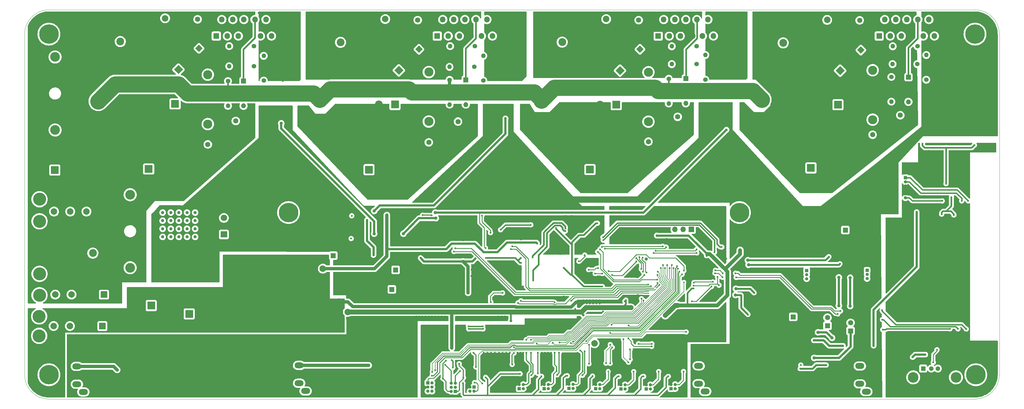
<source format=gbl>
G04 #@! TF.GenerationSoftware,KiCad,Pcbnew,(6.0.0)*
G04 #@! TF.CreationDate,2022-01-30T16:53:22+01:00*
G04 #@! TF.ProjectId,block-sch,626c6f63-6b2d-4736-9368-2e6b69636164,rev?*
G04 #@! TF.SameCoordinates,Original*
G04 #@! TF.FileFunction,Copper,L2,Bot*
G04 #@! TF.FilePolarity,Positive*
%FSLAX46Y46*%
G04 Gerber Fmt 4.6, Leading zero omitted, Abs format (unit mm)*
G04 Created by KiCad (PCBNEW (6.0.0)) date 2022-01-30 16:53:22*
%MOMM*%
%LPD*%
G01*
G04 APERTURE LIST*
G04 Aperture macros list*
%AMRotRect*
0 Rectangle, with rotation*
0 The origin of the aperture is its center*
0 $1 length*
0 $2 width*
0 $3 Rotation angle, in degrees counterclockwise*
0 Add horizontal line*
21,1,$1,$2,0,0,$3*%
G04 Aperture macros list end*
G04 #@! TA.AperFunction,Profile*
%ADD10C,0.100000*%
G04 #@! TD*
G04 #@! TA.AperFunction,ComponentPad*
%ADD11RotRect,1.600000X1.600000X135.000000*%
G04 #@! TD*
G04 #@! TA.AperFunction,ComponentPad*
%ADD12C,1.600000*%
G04 #@! TD*
G04 #@! TA.AperFunction,ComponentPad*
%ADD13RotRect,2.000000X2.000000X135.000000*%
G04 #@! TD*
G04 #@! TA.AperFunction,ComponentPad*
%ADD14C,2.000000*%
G04 #@! TD*
G04 #@! TA.AperFunction,ComponentPad*
%ADD15R,2.400000X2.400000*%
G04 #@! TD*
G04 #@! TA.AperFunction,ComponentPad*
%ADD16C,2.400000*%
G04 #@! TD*
G04 #@! TA.AperFunction,ComponentPad*
%ADD17RotRect,2.400000X2.400000X135.000000*%
G04 #@! TD*
G04 #@! TA.AperFunction,ComponentPad*
%ADD18R,2.000000X2.000000*%
G04 #@! TD*
G04 #@! TA.AperFunction,ComponentPad*
%ADD19R,1.600000X1.600000*%
G04 #@! TD*
G04 #@! TA.AperFunction,ComponentPad*
%ADD20R,1.500000X1.500000*%
G04 #@! TD*
G04 #@! TA.AperFunction,ComponentPad*
%ADD21O,1.500000X1.500000*%
G04 #@! TD*
G04 #@! TA.AperFunction,ComponentPad*
%ADD22C,1.400000*%
G04 #@! TD*
G04 #@! TA.AperFunction,ComponentPad*
%ADD23O,1.400000X1.400000*%
G04 #@! TD*
G04 #@! TA.AperFunction,ComponentPad*
%ADD24C,2.800000*%
G04 #@! TD*
G04 #@! TA.AperFunction,ComponentPad*
%ADD25O,2.800000X2.800000*%
G04 #@! TD*
G04 #@! TA.AperFunction,ComponentPad*
%ADD26R,1.800000X1.800000*%
G04 #@! TD*
G04 #@! TA.AperFunction,ComponentPad*
%ADD27O,1.800000X1.800000*%
G04 #@! TD*
G04 #@! TA.AperFunction,ComponentPad*
%ADD28R,2.000000X1.905000*%
G04 #@! TD*
G04 #@! TA.AperFunction,ComponentPad*
%ADD29O,2.000000X1.905000*%
G04 #@! TD*
G04 #@! TA.AperFunction,ComponentPad*
%ADD30C,0.800000*%
G04 #@! TD*
G04 #@! TA.AperFunction,ComponentPad*
%ADD31C,6.000000*%
G04 #@! TD*
G04 #@! TA.AperFunction,ComponentPad*
%ADD32R,1.000000X1.000000*%
G04 #@! TD*
G04 #@! TA.AperFunction,ComponentPad*
%ADD33O,1.000000X1.000000*%
G04 #@! TD*
G04 #@! TA.AperFunction,ComponentPad*
%ADD34C,3.000000*%
G04 #@! TD*
G04 #@! TA.AperFunction,ComponentPad*
%ADD35O,2.800000X1.800000*%
G04 #@! TD*
G04 #@! TA.AperFunction,ComponentPad*
%ADD36R,1.700000X1.700000*%
G04 #@! TD*
G04 #@! TA.AperFunction,ComponentPad*
%ADD37O,1.700000X1.700000*%
G04 #@! TD*
G04 #@! TA.AperFunction,ComponentPad*
%ADD38R,1.428000X1.428000*%
G04 #@! TD*
G04 #@! TA.AperFunction,ComponentPad*
%ADD39C,1.428000*%
G04 #@! TD*
G04 #@! TA.AperFunction,ComponentPad*
%ADD40C,3.276000*%
G04 #@! TD*
G04 #@! TA.AperFunction,ViaPad*
%ADD41C,0.600000*%
G04 #@! TD*
G04 #@! TA.AperFunction,ViaPad*
%ADD42C,1.000000*%
G04 #@! TD*
G04 #@! TA.AperFunction,ViaPad*
%ADD43C,0.800000*%
G04 #@! TD*
G04 #@! TA.AperFunction,ViaPad*
%ADD44C,2.000000*%
G04 #@! TD*
G04 #@! TA.AperFunction,ViaPad*
%ADD45C,4.000000*%
G04 #@! TD*
G04 #@! TA.AperFunction,ViaPad*
%ADD46C,0.500000*%
G04 #@! TD*
G04 #@! TA.AperFunction,Conductor*
%ADD47C,1.500000*%
G04 #@! TD*
G04 #@! TA.AperFunction,Conductor*
%ADD48C,1.200000*%
G04 #@! TD*
G04 #@! TA.AperFunction,Conductor*
%ADD49C,1.000000*%
G04 #@! TD*
G04 #@! TA.AperFunction,Conductor*
%ADD50C,0.250000*%
G04 #@! TD*
G04 #@! TA.AperFunction,Conductor*
%ADD51C,0.500000*%
G04 #@! TD*
G04 #@! TA.AperFunction,Conductor*
%ADD52C,0.600000*%
G04 #@! TD*
G04 #@! TA.AperFunction,Conductor*
%ADD53C,7.000000*%
G04 #@! TD*
G04 #@! TA.AperFunction,Conductor*
%ADD54C,1.700000*%
G04 #@! TD*
G04 #@! TA.AperFunction,Conductor*
%ADD55C,2.100000*%
G04 #@! TD*
G04 #@! TA.AperFunction,Conductor*
%ADD56C,0.300000*%
G04 #@! TD*
G04 #@! TA.AperFunction,Conductor*
%ADD57C,0.700000*%
G04 #@! TD*
G04 #@! TA.AperFunction,Conductor*
%ADD58C,0.400000*%
G04 #@! TD*
G04 #@! TA.AperFunction,Conductor*
%ADD59C,0.200000*%
G04 #@! TD*
G04 #@! TA.AperFunction,Conductor*
%ADD60C,0.170000*%
G04 #@! TD*
G04 #@! TA.AperFunction,Conductor*
%ADD61C,5.000000*%
G04 #@! TD*
G04 APERTURE END LIST*
D10*
X67500000Y-210000000D02*
X352500000Y-210000000D01*
X67500000Y-90000000D02*
G75*
G03*
X60000000Y-97500000I0J-7500000D01*
G01*
X60000000Y-97500000D02*
X60000000Y-202500000D01*
X352500000Y-210000000D02*
G75*
G03*
X360000000Y-202500000I0J7500000D01*
G01*
X360000000Y-202500000D02*
X360000000Y-97500000D01*
X360000000Y-97500000D02*
G75*
G03*
X352500000Y-90000000I-7500000J0D01*
G01*
X352500000Y-90000000D02*
X67500000Y-90000000D01*
X60000000Y-202500000D02*
G75*
G03*
X67500000Y-210000000I7500000J0D01*
G01*
D11*
X249383883Y-102178677D03*
D12*
X247616116Y-100410910D03*
D11*
X317383883Y-102428677D03*
D12*
X315616116Y-100660910D03*
D11*
X113683883Y-101878677D03*
D12*
X111916116Y-100110910D03*
D13*
X243250000Y-108750000D03*
D14*
X239714466Y-105214466D03*
D13*
X175200000Y-108671454D03*
D14*
X171664466Y-105135920D03*
D13*
X311000000Y-108750000D03*
D14*
X307464466Y-105214466D03*
D13*
X107367767Y-108421454D03*
D14*
X103832233Y-104885920D03*
D15*
X242073959Y-119250000D03*
D16*
X237073959Y-119250000D03*
D15*
X174000000Y-119200000D03*
D16*
X169000000Y-119200000D03*
D15*
X310323959Y-119250000D03*
D16*
X305323959Y-119250000D03*
D15*
X106323959Y-119000000D03*
D16*
X101323959Y-119000000D03*
D15*
X234000000Y-139227780D03*
D16*
X234000000Y-131727780D03*
D15*
X166000000Y-139277780D03*
D16*
X166000000Y-131777780D03*
D15*
X302000000Y-138750000D03*
D16*
X302000000Y-131250000D03*
D15*
X98200000Y-139077780D03*
D16*
X98200000Y-131577780D03*
D17*
X224351650Y-123300241D03*
D16*
X219048349Y-117996940D03*
D17*
X156151650Y-123000241D03*
D16*
X150848349Y-117696940D03*
D17*
X292151650Y-123000242D03*
D16*
X286848349Y-117696941D03*
D17*
X88000000Y-123500000D03*
D16*
X82696699Y-118196699D03*
D12*
X261000000Y-126500000D03*
X261000000Y-123000000D03*
X193400000Y-127950000D03*
X193400000Y-124450000D03*
D17*
X229000000Y-103500000D03*
D16*
X225464466Y-99964466D03*
D12*
X252000000Y-134150000D03*
X252000000Y-130650000D03*
D17*
X160767767Y-103576111D03*
D16*
X157232233Y-100040577D03*
D12*
X184400000Y-134350000D03*
X184400000Y-130850000D03*
X329500000Y-126000000D03*
X329500000Y-122500000D03*
X125000000Y-127750000D03*
X125000000Y-124250000D03*
D17*
X297000000Y-103750000D03*
D16*
X293464466Y-100214466D03*
D12*
X321000000Y-132000000D03*
X321000000Y-128500000D03*
D17*
X93017767Y-103326111D03*
D16*
X89482233Y-99790577D03*
D12*
X116400000Y-135000000D03*
X116400000Y-131500000D03*
D18*
X239000000Y-97867677D03*
D14*
X239000000Y-92867677D03*
D18*
X171000000Y-97867677D03*
D14*
X171000000Y-92867677D03*
D18*
X307000000Y-98117677D03*
D14*
X307000000Y-93117677D03*
D18*
X103250000Y-97617677D03*
D14*
X103250000Y-92617677D03*
D19*
X249000000Y-95682379D03*
D12*
X249000000Y-93182379D03*
D19*
X181000000Y-95682379D03*
D12*
X181000000Y-93182379D03*
D19*
X317000000Y-95750000D03*
D12*
X317000000Y-93250000D03*
D19*
X113250000Y-95432379D03*
D12*
X113250000Y-92932379D03*
D15*
X69322220Y-139400000D03*
D16*
X76822220Y-139400000D03*
D15*
X73522220Y-165000000D03*
D16*
X81022220Y-165000000D03*
D19*
X173017621Y-176182380D03*
D12*
X175517621Y-176182380D03*
D19*
X155000000Y-165782380D03*
D12*
X155000000Y-163282380D03*
D20*
X195800000Y-111585000D03*
D21*
X195800000Y-119205000D03*
D20*
X332000000Y-110750000D03*
D21*
X332000000Y-118370000D03*
D20*
X127400000Y-111985000D03*
D21*
X127400000Y-119605000D03*
D18*
X84057500Y-152182500D03*
D14*
X79057500Y-152182500D03*
X74057500Y-152182500D03*
X69057500Y-152182500D03*
D18*
X84457500Y-177782500D03*
D14*
X79457500Y-177782500D03*
X74457500Y-177782500D03*
X69457500Y-177782500D03*
D22*
X269500000Y-111560000D03*
D23*
X269500000Y-103940000D03*
D22*
X201200000Y-111810000D03*
D23*
X201200000Y-104190000D03*
D22*
X337500000Y-111560000D03*
D23*
X337500000Y-103940000D03*
D22*
X133600000Y-111810000D03*
D23*
X133600000Y-104190000D03*
D22*
X266810000Y-101250000D03*
D23*
X259190000Y-101250000D03*
D22*
X198600000Y-101200000D03*
D23*
X190980000Y-101200000D03*
D22*
X266810000Y-106750000D03*
D23*
X259190000Y-106750000D03*
D22*
X334810000Y-101250000D03*
D23*
X327190000Y-101250000D03*
D22*
X198410000Y-107600000D03*
D23*
X190790000Y-107600000D03*
D22*
X130610000Y-101200000D03*
D23*
X122990000Y-101200000D03*
D22*
X258250000Y-111250000D03*
D23*
X258250000Y-118870000D03*
D22*
X334750000Y-106750000D03*
D23*
X327130000Y-106750000D03*
D22*
X130600000Y-107400000D03*
D23*
X122980000Y-107400000D03*
D22*
X190800000Y-111590000D03*
D23*
X190800000Y-119210000D03*
D24*
X252000000Y-109250000D03*
D25*
X252000000Y-124490000D03*
D24*
X184400000Y-109200000D03*
D25*
X184400000Y-124440000D03*
D22*
X326750000Y-110690000D03*
D23*
X326750000Y-118310000D03*
D22*
X122600000Y-111990000D03*
D23*
X122600000Y-119610000D03*
D24*
X321000000Y-108630000D03*
D25*
X321000000Y-123870000D03*
D24*
X116400000Y-110000000D03*
D25*
X116400000Y-125240000D03*
D26*
X323000000Y-98085000D03*
D27*
X324700000Y-93005000D03*
X326400000Y-98085000D03*
X328100000Y-93005000D03*
X329800000Y-98085000D03*
X331500000Y-93005000D03*
X333200000Y-98085000D03*
X334900000Y-93005000D03*
X336600000Y-98085000D03*
X338300000Y-93005000D03*
X340000000Y-98085000D03*
D26*
X119000000Y-98085000D03*
D27*
X120700000Y-93005000D03*
X122400000Y-98085000D03*
X124100000Y-93005000D03*
X125800000Y-98085000D03*
X127500000Y-93005000D03*
X129200000Y-98085000D03*
X130900000Y-93005000D03*
X132600000Y-98085000D03*
X134300000Y-93005000D03*
X136000000Y-98085000D03*
D11*
X181383883Y-102178677D03*
D12*
X179616116Y-100410910D03*
D19*
X174200000Y-170182380D03*
D12*
X174200000Y-167682380D03*
D20*
X263500000Y-111185000D03*
D21*
X263500000Y-118805000D03*
D26*
X187000000Y-98085000D03*
D27*
X188700000Y-93005000D03*
X190400000Y-98085000D03*
X192100000Y-93005000D03*
X193800000Y-98085000D03*
X195500000Y-93005000D03*
X197200000Y-98085000D03*
X198900000Y-93005000D03*
X200600000Y-98085000D03*
X202300000Y-93005000D03*
X204000000Y-98085000D03*
D28*
X121345000Y-159240000D03*
D29*
X121345000Y-156700000D03*
X121345000Y-154160000D03*
D26*
X255000000Y-98085000D03*
D27*
X256700000Y-93005000D03*
X258400000Y-98085000D03*
X260100000Y-93005000D03*
X261800000Y-98085000D03*
X263500000Y-93005000D03*
X265200000Y-98085000D03*
X266900000Y-93005000D03*
X268600000Y-98085000D03*
X270300000Y-93005000D03*
X272000000Y-98085000D03*
D18*
X83957500Y-187482500D03*
D14*
X78957500Y-187482500D03*
X73957500Y-187482500D03*
X68957500Y-187482500D03*
D30*
X350500000Y-202500000D03*
X352750000Y-200250000D03*
X351159010Y-204090990D03*
X355000000Y-202500000D03*
X354340990Y-204090990D03*
X351159010Y-200909010D03*
D31*
X352750000Y-202500000D03*
D30*
X354340990Y-200909010D03*
X352750000Y-204750000D03*
X280000000Y-150250000D03*
X281590990Y-150909010D03*
X281590990Y-154090990D03*
X282250000Y-152500000D03*
X277750000Y-152500000D03*
X280000000Y-154750000D03*
X278409010Y-150909010D03*
X278409010Y-154090990D03*
D31*
X280000000Y-152500000D03*
X141250000Y-152500000D03*
D30*
X143500000Y-152500000D03*
X139000000Y-152500000D03*
X142840990Y-154090990D03*
X142840990Y-150909010D03*
X141250000Y-154750000D03*
X139659010Y-154090990D03*
X141250000Y-150250000D03*
X139659010Y-150909010D03*
X65250000Y-202500000D03*
X65909010Y-204090990D03*
X65909010Y-200909010D03*
X69090990Y-200909010D03*
X69090990Y-204090990D03*
X67500000Y-204750000D03*
X69750000Y-202500000D03*
X67500000Y-200250000D03*
D31*
X67500000Y-202500000D03*
D30*
X354750000Y-97500000D03*
X350909010Y-95909010D03*
X350250000Y-97500000D03*
X354090990Y-99090990D03*
X352500000Y-95250000D03*
X354090990Y-95909010D03*
X350909010Y-99090990D03*
X352500000Y-99750000D03*
D31*
X352500000Y-97500000D03*
D30*
X65909010Y-95909010D03*
D31*
X67500000Y-97500000D03*
D30*
X69750000Y-97500000D03*
X67500000Y-99750000D03*
X65250000Y-97500000D03*
X69090990Y-95909010D03*
X69090990Y-99090990D03*
X65909010Y-99090990D03*
X67500000Y-95250000D03*
D15*
X110676041Y-183750000D03*
D16*
X115676041Y-183750000D03*
D32*
X331100000Y-146700000D03*
D33*
X331100000Y-147970000D03*
D32*
X192550000Y-207600000D03*
D33*
X191280000Y-207600000D03*
X192550000Y-206330000D03*
X191280000Y-206330000D03*
X192550000Y-205060000D03*
X191280000Y-205060000D03*
D32*
X184125000Y-205025000D03*
D33*
X185395000Y-205025000D03*
X184125000Y-206295000D03*
X185395000Y-206295000D03*
X184125000Y-207565000D03*
X185395000Y-207565000D03*
D34*
X69400000Y-127050000D03*
X69400000Y-104550000D03*
D15*
X99000000Y-181176041D03*
D16*
X99000000Y-186176041D03*
D19*
X314200000Y-188982380D03*
D12*
X314200000Y-186482380D03*
D35*
X267450000Y-199750000D03*
X269450000Y-207650000D03*
X267450000Y-205250000D03*
D32*
X227506250Y-206743750D03*
D33*
X227506250Y-205473750D03*
X228776250Y-206743750D03*
X228776250Y-205473750D03*
D32*
X331100000Y-141725000D03*
D33*
X331100000Y-142995000D03*
X331100000Y-144265000D03*
D35*
X76100000Y-199900000D03*
X78100000Y-207800000D03*
X76100000Y-205400000D03*
D19*
X296547621Y-184647621D03*
D12*
X296547621Y-187147621D03*
D19*
X307100000Y-187382380D03*
D12*
X307100000Y-184882380D03*
D32*
X251318750Y-206856250D03*
D33*
X251318750Y-205586250D03*
X252588750Y-206856250D03*
X252588750Y-205586250D03*
D19*
X312587500Y-157900000D03*
D12*
X310087500Y-157900000D03*
D32*
X212200000Y-206800000D03*
D33*
X212200000Y-205530000D03*
X213470000Y-206800000D03*
X213470000Y-205530000D03*
D36*
X265225000Y-157700000D03*
D37*
X262685000Y-157700000D03*
X260145000Y-157700000D03*
D32*
X235762500Y-206800000D03*
D33*
X235762500Y-205530000D03*
X237032500Y-206800000D03*
X237032500Y-205530000D03*
D32*
X319287500Y-170300000D03*
D33*
X319287500Y-171570000D03*
X319287500Y-172840000D03*
D32*
X300687500Y-170350000D03*
D33*
X300687500Y-171620000D03*
X300687500Y-172890000D03*
D32*
X243533750Y-206846250D03*
D33*
X243533750Y-205576250D03*
X244803750Y-206846250D03*
X244803750Y-205576250D03*
D32*
X258936250Y-206806250D03*
D33*
X258936250Y-205536250D03*
X260206250Y-206806250D03*
X260206250Y-205536250D03*
D35*
X317050000Y-199800000D03*
X319050000Y-207700000D03*
X317050000Y-205300000D03*
D32*
X219943750Y-206806250D03*
D33*
X219943750Y-205536250D03*
X221213750Y-206806250D03*
X221213750Y-205536250D03*
D38*
X336552500Y-200590000D03*
D39*
X339052500Y-200590000D03*
X341052500Y-200590000D03*
X343552500Y-200590000D03*
D40*
X333482500Y-203300000D03*
X346622500Y-203300000D03*
D35*
X144500000Y-199600000D03*
X146500000Y-207500000D03*
X144500000Y-205100000D03*
D34*
X92500000Y-169500000D03*
X92500000Y-147000000D03*
D32*
X198350000Y-206300000D03*
D33*
X197080000Y-206300000D03*
X198350000Y-207570000D03*
X197080000Y-207570000D03*
D41*
X150000000Y-195750000D03*
X144250000Y-195750000D03*
X137500000Y-195750000D03*
X131250000Y-195750000D03*
X125250000Y-195750000D03*
X118500000Y-195750000D03*
X110500000Y-195750000D03*
X155500000Y-196000000D03*
X102500000Y-195750000D03*
X73750000Y-190750000D03*
X142500000Y-189000000D03*
X145250000Y-189000000D03*
X148250000Y-189000000D03*
X150750000Y-189000000D03*
X153250000Y-189000000D03*
X156250000Y-189000000D03*
X154750000Y-190500000D03*
X295000000Y-166000000D03*
X300500000Y-166000000D03*
X288500000Y-166000000D03*
X320000000Y-152500000D03*
X317500000Y-153500000D03*
X308500000Y-153500000D03*
X306000000Y-151000000D03*
X301500000Y-151000000D03*
X289000000Y-151000000D03*
X284000000Y-151000000D03*
X282500000Y-155500000D03*
X286000000Y-155500000D03*
X278500000Y-160500000D03*
X288500000Y-163500000D03*
X288000000Y-160500000D03*
X302500000Y-155000000D03*
X295000000Y-155000000D03*
X303500000Y-158000000D03*
X295000000Y-158000000D03*
X238000000Y-183000000D03*
X316000000Y-182000000D03*
X316000000Y-184000000D03*
X318000000Y-184000000D03*
X323000000Y-178000000D03*
X323000000Y-176000000D03*
X323000000Y-174000000D03*
X323000000Y-172000000D03*
X323000000Y-170000000D03*
X323000000Y-168000000D03*
X323000000Y-166000000D03*
X323000000Y-164000000D03*
X323000000Y-162000000D03*
X323000000Y-160000000D03*
X323000000Y-158000000D03*
X323000000Y-156000000D03*
X323000000Y-154000000D03*
X324000000Y-152000000D03*
X326000000Y-152000000D03*
X328000000Y-152000000D03*
X328000000Y-150000000D03*
X328000000Y-148000000D03*
X328000000Y-146000000D03*
X328000000Y-144000000D03*
X328000000Y-140000000D03*
X328000000Y-138000000D03*
X63000000Y-207000000D03*
X65000000Y-208000000D03*
X150000000Y-209000000D03*
X154000000Y-209000000D03*
X158000000Y-209000000D03*
X160000000Y-209000000D03*
X152000000Y-209000000D03*
X156000000Y-209000000D03*
X164000000Y-209000000D03*
X168000000Y-209000000D03*
X170000000Y-209000000D03*
X162000000Y-209000000D03*
X166000000Y-209000000D03*
X174000000Y-209000000D03*
X178000000Y-209000000D03*
X180000000Y-209000000D03*
X172000000Y-209000000D03*
X176000000Y-209000000D03*
X136000000Y-209000000D03*
X140000000Y-209000000D03*
X142000000Y-209000000D03*
X134000000Y-209000000D03*
X138000000Y-209000000D03*
X126000000Y-209000000D03*
X130000000Y-209000000D03*
X132000000Y-209000000D03*
X124000000Y-209000000D03*
X128000000Y-209000000D03*
X116000000Y-209000000D03*
X120000000Y-209000000D03*
X122000000Y-209000000D03*
X114000000Y-209000000D03*
X118000000Y-209000000D03*
X106000000Y-209000000D03*
X110000000Y-209000000D03*
X112000000Y-209000000D03*
X104000000Y-209000000D03*
X108000000Y-209000000D03*
X96000000Y-209000000D03*
X100000000Y-209000000D03*
X102000000Y-209000000D03*
X94000000Y-209000000D03*
X98000000Y-209000000D03*
X92000000Y-209000000D03*
X90000000Y-209000000D03*
X88000000Y-209000000D03*
X86000000Y-209000000D03*
X84000000Y-209000000D03*
X76000000Y-209000000D03*
X144000000Y-111000000D03*
X141000000Y-109000000D03*
X139000000Y-107000000D03*
X139000000Y-109000000D03*
X135000000Y-109000000D03*
X135000000Y-107000000D03*
X135000000Y-105000000D03*
X135000000Y-103000000D03*
X135000000Y-101000000D03*
X133000000Y-102000000D03*
X133000000Y-96000000D03*
X135000000Y-96000000D03*
X137000000Y-96000000D03*
X140000000Y-93000000D03*
X141000000Y-94000000D03*
X141000000Y-96000000D03*
X141000000Y-98000000D03*
X141000000Y-100000000D03*
X144000000Y-101000000D03*
X144000000Y-99000000D03*
X144000000Y-97000000D03*
X144000000Y-95000000D03*
X144000000Y-93000000D03*
X132000000Y-91000000D03*
X134000000Y-91000000D03*
X136000000Y-91000000D03*
X138000000Y-91000000D03*
X140000000Y-91000000D03*
X142000000Y-91000000D03*
X144000000Y-91000000D03*
X148000000Y-103000000D03*
X148000000Y-101000000D03*
X148000000Y-99000000D03*
X148000000Y-97000000D03*
X148000000Y-95000000D03*
X148000000Y-93000000D03*
X148000000Y-91000000D03*
X150000000Y-91000000D03*
X152000000Y-91000000D03*
X154000000Y-91000000D03*
X156000000Y-91000000D03*
X158000000Y-91000000D03*
X160000000Y-91000000D03*
X210000000Y-101000000D03*
X208000000Y-93000000D03*
X210000000Y-95000000D03*
X210000000Y-97000000D03*
X210000000Y-99000000D03*
X205000000Y-96000000D03*
X202000000Y-96000000D03*
X202000000Y-101000000D03*
X202000000Y-108000000D03*
X208000000Y-108000000D03*
X214000000Y-109000000D03*
X214000000Y-107000000D03*
X214000000Y-105000000D03*
X214000000Y-103000000D03*
X214000000Y-101000000D03*
X214000000Y-99000000D03*
X214000000Y-97000000D03*
X214000000Y-95000000D03*
X214000000Y-93000000D03*
X202000000Y-91000000D03*
X204000000Y-91000000D03*
X206000000Y-91000000D03*
X208000000Y-91000000D03*
X210000000Y-91000000D03*
X212000000Y-91000000D03*
X214000000Y-91000000D03*
X217000000Y-101000000D03*
X217000000Y-99000000D03*
X217000000Y-97000000D03*
X217000000Y-95000000D03*
X217000000Y-93000000D03*
X217000000Y-91000000D03*
X219000000Y-91000000D03*
X221000000Y-91000000D03*
X223000000Y-91000000D03*
X225000000Y-91000000D03*
X227000000Y-91000000D03*
X229000000Y-91000000D03*
X270000000Y-108000000D03*
X273000000Y-96000000D03*
X270000000Y-96000000D03*
X270000000Y-102000000D03*
X276000000Y-107000000D03*
X277000000Y-100000000D03*
X282000000Y-109000000D03*
X282000000Y-107000000D03*
X282000000Y-105000000D03*
X282000000Y-103000000D03*
X282000000Y-101000000D03*
X282000000Y-99000000D03*
X282000000Y-97000000D03*
X282000000Y-95000000D03*
X282000000Y-93000000D03*
X270000000Y-91000000D03*
X272000000Y-91000000D03*
X274000000Y-91000000D03*
X276000000Y-91000000D03*
X278000000Y-91000000D03*
X280000000Y-91000000D03*
X282000000Y-91000000D03*
X285000000Y-103000000D03*
X285000000Y-101000000D03*
X285000000Y-99000000D03*
X285000000Y-97000000D03*
X285000000Y-95000000D03*
X285000000Y-93000000D03*
X297000000Y-91000000D03*
X295000000Y-91000000D03*
X293000000Y-91000000D03*
X291000000Y-91000000D03*
X289000000Y-91000000D03*
X287000000Y-91000000D03*
X285000000Y-91000000D03*
X356000000Y-92000000D03*
X358000000Y-94000000D03*
X359000000Y-96000000D03*
X328000000Y-91000000D03*
X330000000Y-91000000D03*
X332000000Y-91000000D03*
X334000000Y-91000000D03*
X337000000Y-91000000D03*
X339000000Y-91000000D03*
X341000000Y-91000000D03*
X343000000Y-91000000D03*
X345000000Y-91000000D03*
X347000000Y-91000000D03*
X349000000Y-91000000D03*
X351000000Y-91000000D03*
X353000000Y-91000000D03*
X359000000Y-98000000D03*
X359000000Y-100000000D03*
X359000000Y-102000000D03*
X359000000Y-104000000D03*
X359000000Y-106000000D03*
X359000000Y-108000000D03*
X359000000Y-110000000D03*
X359000000Y-112000000D03*
X359000000Y-114000000D03*
X359000000Y-116000000D03*
X359000000Y-118000000D03*
X359000000Y-120000000D03*
X359000000Y-122000000D03*
X359000000Y-124000000D03*
X359000000Y-126000000D03*
X359000000Y-128000000D03*
X318000000Y-194900000D03*
X315100000Y-194900000D03*
X319200000Y-190800000D03*
X316400000Y-190800000D03*
X323200000Y-190800000D03*
X325500000Y-192800000D03*
X332300000Y-198400000D03*
X330200000Y-198400000D03*
X327900000Y-198400000D03*
X336000000Y-194100000D03*
X333600000Y-194100000D03*
X331200000Y-194100000D03*
X328900000Y-194100000D03*
X326600000Y-194100000D03*
X325500000Y-208900000D03*
X325500000Y-206100000D03*
X325500000Y-203600000D03*
X325500000Y-201000000D03*
X325500000Y-198500000D03*
X323100000Y-205400000D03*
X323200000Y-202600000D03*
X323200000Y-199700000D03*
X323200000Y-197100000D03*
X320900000Y-194900000D03*
X313900000Y-196200000D03*
X311600000Y-198500000D03*
X310500000Y-203900000D03*
X307900000Y-201300000D03*
X303800000Y-201500000D03*
X309900000Y-189000000D03*
X311600000Y-192200000D03*
X304800000Y-194200000D03*
X266200000Y-197800000D03*
X265600000Y-195000000D03*
X289400000Y-193700000D03*
X289300000Y-196400000D03*
X299500000Y-188800000D03*
X299600000Y-192900000D03*
X295300000Y-196500000D03*
X294800000Y-193500000D03*
X270200000Y-170000000D03*
X268500000Y-170000000D03*
X272000000Y-172500000D03*
X263000000Y-179800000D03*
X274700000Y-173800000D03*
X277800000Y-173600000D03*
X279200000Y-179700000D03*
X268800000Y-191400000D03*
X270600000Y-189700000D03*
X272000000Y-188300000D03*
X273700000Y-186600000D03*
X277600000Y-204700000D03*
X277600000Y-201300000D03*
X274700000Y-200800000D03*
X274700000Y-204500000D03*
X281400000Y-184600000D03*
X277600000Y-188500000D03*
X277500000Y-183000000D03*
X264000000Y-192100000D03*
X275600000Y-180800000D03*
X275600000Y-184900000D03*
X275400000Y-192000000D03*
X272600000Y-193500000D03*
X280700000Y-194200000D03*
X282600000Y-196600000D03*
X278400000Y-163100000D03*
X279700000Y-168000000D03*
X277800000Y-169900000D03*
X289200000Y-170500000D03*
X291900000Y-170500000D03*
X294900000Y-172400000D03*
X293700000Y-175600000D03*
X296200000Y-173700000D03*
X295100000Y-177000000D03*
X297700000Y-175100000D03*
X297000000Y-178800000D03*
X299100000Y-176600000D03*
X298800000Y-180800000D03*
X300800000Y-178200000D03*
X302800000Y-180200000D03*
X300800000Y-182500000D03*
X293700000Y-171200000D03*
X291900000Y-173700000D03*
X254200000Y-150900000D03*
X252100000Y-153000000D03*
X238000000Y-151000000D03*
X240600000Y-151000000D03*
X275500000Y-151000000D03*
X275700000Y-155700000D03*
X270300000Y-160600000D03*
X267200000Y-157500000D03*
X269600000Y-155500000D03*
X273500000Y-157500000D03*
X240500000Y-155700000D03*
X244100000Y-161300000D03*
X245000000Y-158600000D03*
X246300000Y-161800000D03*
X253200000Y-161800000D03*
X261600000Y-160900000D03*
X258700000Y-163200000D03*
X261600000Y-163200000D03*
X258000000Y-209000000D03*
X261000000Y-209000000D03*
X266000000Y-209000000D03*
X274000000Y-209000000D03*
X277000000Y-209000000D03*
X280000000Y-209000000D03*
X283000000Y-209000000D03*
X286000000Y-209000000D03*
X289000000Y-209000000D03*
X292000000Y-209000000D03*
X295000000Y-209000000D03*
X298000000Y-209000000D03*
X301000000Y-209000000D03*
X304000000Y-209000000D03*
X307000000Y-209000000D03*
X310000000Y-209000000D03*
X313000000Y-209000000D03*
X316000000Y-209000000D03*
X323000000Y-209000000D03*
X328000000Y-209000000D03*
X331000000Y-209000000D03*
X334000000Y-209000000D03*
X337000000Y-209000000D03*
X340000000Y-209000000D03*
X343000000Y-209000000D03*
X346000000Y-209000000D03*
X349000000Y-209000000D03*
X353000000Y-209000000D03*
X356000000Y-207000000D03*
X358000000Y-205000000D03*
X359000000Y-202000000D03*
X359000000Y-199000000D03*
X359000000Y-196000000D03*
X359000000Y-193000000D03*
X91000000Y-91000000D03*
X88000000Y-91000000D03*
X85000000Y-91000000D03*
X82000000Y-91000000D03*
X79000000Y-91000000D03*
X76000000Y-91000000D03*
X73000000Y-91000000D03*
X70000000Y-91000000D03*
X67000000Y-91000000D03*
X64000000Y-93000000D03*
X62000000Y-95000000D03*
X62000000Y-98000000D03*
X62000000Y-101000000D03*
X62000000Y-104000000D03*
X62000000Y-107000000D03*
X62000000Y-110000000D03*
X62000000Y-113000000D03*
X62000000Y-116000000D03*
X62000000Y-119000000D03*
X62000000Y-122000000D03*
X62000000Y-125000000D03*
X62000000Y-128000000D03*
X62000000Y-131000000D03*
X62000000Y-134000000D03*
X62000000Y-137000000D03*
X62000000Y-140000000D03*
X62000000Y-143000000D03*
X62000000Y-146000000D03*
X62000000Y-153000000D03*
X62000000Y-157000000D03*
X62000000Y-161000000D03*
X62000000Y-165000000D03*
X62000000Y-169000000D03*
X62000000Y-176000000D03*
X62000000Y-180000000D03*
X62000000Y-183000000D03*
X62000000Y-188000000D03*
X62000000Y-193000000D03*
X62000000Y-196000000D03*
X62000000Y-199000000D03*
X62000000Y-202000000D03*
X62000000Y-205000000D03*
X67000000Y-209000000D03*
X69000000Y-209000000D03*
X71000000Y-209000000D03*
X74000000Y-209000000D03*
X81000000Y-209000000D03*
D42*
X107500000Y-152500000D03*
X110000000Y-160000000D03*
X105000000Y-160000000D03*
X102500000Y-152500000D03*
X110000000Y-157500000D03*
X102500000Y-157500000D03*
X102500000Y-155000000D03*
X107500000Y-157500000D03*
X107500000Y-155000000D03*
X105000000Y-152500000D03*
X107500000Y-160000000D03*
X112500000Y-155000000D03*
X112500000Y-160000000D03*
X112500000Y-152500000D03*
X110000000Y-152500000D03*
X105000000Y-157500000D03*
X102500000Y-160000000D03*
X110000000Y-155000000D03*
X112500000Y-157500000D03*
X105000000Y-155000000D03*
D41*
X106500000Y-98000000D03*
D43*
X156000000Y-120000000D03*
D41*
X249250000Y-98500000D03*
D43*
X231000000Y-136000000D03*
X147000000Y-124000000D03*
D42*
X111800000Y-135600000D03*
D41*
X312500000Y-104000000D03*
X324000000Y-130000000D03*
D43*
X238000000Y-124000000D03*
D41*
X302000000Y-145000000D03*
D42*
X247400000Y-137200000D03*
X183000000Y-134400000D03*
D41*
X295000000Y-122500000D03*
X97500000Y-98000000D03*
X305000000Y-142000000D03*
X286000000Y-128500000D03*
X178250000Y-99000000D03*
D43*
X228000000Y-138000000D03*
X164000000Y-124000000D03*
D41*
X307000000Y-113500000D03*
X161250000Y-107000000D03*
X318000000Y-116500000D03*
X312000000Y-142000000D03*
X292000000Y-113500000D03*
X170250000Y-104000000D03*
D43*
X93000000Y-121000000D03*
D42*
X250200000Y-140000000D03*
D41*
X295000000Y-113500000D03*
X232750000Y-106500000D03*
X241750000Y-96500000D03*
X155250000Y-110500000D03*
X226750000Y-110000000D03*
D42*
X183000000Y-135800000D03*
D41*
X109000000Y-96000000D03*
X241750000Y-98500000D03*
D42*
X251600000Y-137200000D03*
D41*
X315000000Y-133000000D03*
D42*
X247400000Y-138600000D03*
D41*
X109000000Y-103000000D03*
X324000000Y-116500000D03*
X298000000Y-122500000D03*
D43*
X229000000Y-124000000D03*
D42*
X183000000Y-138600000D03*
X114600000Y-138400000D03*
D41*
X301000000Y-110500000D03*
X315000000Y-127500000D03*
X304000000Y-125500000D03*
X301000000Y-122500000D03*
X103500000Y-100500000D03*
X307000000Y-122500000D03*
D42*
X250200000Y-135800000D03*
D41*
X327500000Y-122500000D03*
D42*
X180200000Y-137200000D03*
D41*
X286000000Y-122500000D03*
X170250000Y-107000000D03*
X97500000Y-103000000D03*
D43*
X84000000Y-124000000D03*
D42*
X248800000Y-138600000D03*
D41*
X229750000Y-101000000D03*
X307000000Y-116500000D03*
X241750000Y-106500000D03*
D43*
X93000000Y-127000000D03*
X229000000Y-132000000D03*
D41*
X97500000Y-100500000D03*
X331500000Y-122500000D03*
X103500000Y-106000000D03*
D43*
X99000000Y-124000000D03*
D41*
X106500000Y-100500000D03*
D43*
X81000000Y-127000000D03*
X160000000Y-124000000D03*
X96000000Y-124000000D03*
D42*
X111800000Y-137000000D03*
D41*
X292000000Y-134500000D03*
X235750000Y-101000000D03*
X167250000Y-101500000D03*
X280500000Y-125500000D03*
D43*
X152000000Y-128000000D03*
D41*
X173250000Y-107000000D03*
X100500000Y-103000000D03*
X301000000Y-104000000D03*
X286000000Y-131500000D03*
X334000000Y-125000000D03*
D43*
X217000000Y-124000000D03*
X225000000Y-134000000D03*
D41*
X304000000Y-99000000D03*
X307000000Y-125500000D03*
X304000000Y-101500000D03*
X301000000Y-119500000D03*
D42*
X183000000Y-137200000D03*
D41*
X315000000Y-116500000D03*
D42*
X113200000Y-137000000D03*
X114600000Y-139800000D03*
D41*
X280500000Y-122500000D03*
X246750000Y-96500000D03*
D42*
X181600000Y-135800000D03*
D41*
X310000000Y-101500000D03*
X283000000Y-125500000D03*
X295000000Y-134500000D03*
X324000000Y-105500000D03*
D43*
X93000000Y-124000000D03*
D41*
X289000000Y-125500000D03*
D42*
X114600000Y-134200000D03*
D41*
X106500000Y-103000000D03*
D43*
X225000000Y-136000000D03*
D41*
X318000000Y-130000000D03*
D43*
X156000000Y-128000000D03*
D41*
X307000000Y-128500000D03*
X167250000Y-107000000D03*
X295000000Y-140000000D03*
X320500000Y-136000000D03*
X298000000Y-113500000D03*
X304000000Y-97000000D03*
D42*
X113200000Y-134200000D03*
D41*
X301000000Y-134500000D03*
D43*
X164000000Y-128000000D03*
D41*
X318000000Y-119500000D03*
X308500000Y-139000000D03*
X97500000Y-96000000D03*
X295000000Y-107000000D03*
X229750000Y-110000000D03*
D43*
X164000000Y-120000000D03*
D41*
X324000000Y-122500000D03*
X298000000Y-110500000D03*
X180750000Y-97000000D03*
X232750000Y-110000000D03*
X175750000Y-104000000D03*
D42*
X116000000Y-138400000D03*
X247600000Y-135800000D03*
D41*
X304000000Y-113500000D03*
X312000000Y-136000000D03*
X292000000Y-107000000D03*
X289000000Y-128500000D03*
X91500000Y-106000000D03*
D42*
X251600000Y-135800000D03*
D41*
X315000000Y-139000000D03*
D43*
X90000000Y-127000000D03*
D41*
X298000000Y-131500000D03*
X295000000Y-131500000D03*
D43*
X214000000Y-121000000D03*
D41*
X103500000Y-103000000D03*
X232750000Y-98500000D03*
X334000000Y-122500000D03*
X307000000Y-104000000D03*
D43*
X96000000Y-118000000D03*
D41*
X167250000Y-97000000D03*
X106500000Y-106000000D03*
D43*
X168000000Y-124000000D03*
D41*
X301000000Y-113500000D03*
X321000000Y-113500000D03*
X173250000Y-99000000D03*
X298000000Y-101500000D03*
X301000000Y-128500000D03*
D42*
X111800000Y-138400000D03*
D43*
X233000000Y-120000000D03*
X84000000Y-127000000D03*
D41*
X106500000Y-96000000D03*
X232750000Y-101000000D03*
X304000000Y-110500000D03*
X244250000Y-101000000D03*
X100500000Y-96000000D03*
X292000000Y-116500000D03*
X170250000Y-110500000D03*
D42*
X116000000Y-137000000D03*
D41*
X238750000Y-110000000D03*
X94500000Y-100500000D03*
X167250000Y-99000000D03*
X180750000Y-99000000D03*
D43*
X81000000Y-124000000D03*
D41*
X244250000Y-96500000D03*
X318000000Y-122500000D03*
D43*
X160000000Y-120000000D03*
D41*
X175750000Y-101500000D03*
X88500000Y-106000000D03*
D43*
X233000000Y-124000000D03*
D41*
X310000000Y-97000000D03*
X100500000Y-98000000D03*
X304000000Y-107000000D03*
D43*
X84000000Y-130000000D03*
D41*
X292000000Y-137500000D03*
D42*
X181600000Y-134400000D03*
D41*
X238750000Y-106500000D03*
X97500000Y-106000000D03*
D43*
X231000000Y-132000000D03*
D41*
X295000000Y-137500000D03*
X301000000Y-116500000D03*
X289000000Y-134500000D03*
X232750000Y-103500000D03*
X298000000Y-134500000D03*
X158250000Y-107000000D03*
X223750000Y-106500000D03*
X173250000Y-101500000D03*
X244250000Y-98500000D03*
X223750000Y-110000000D03*
X318000000Y-136000000D03*
X324000000Y-119500000D03*
X283000000Y-128500000D03*
D43*
X229000000Y-134000000D03*
D42*
X180200000Y-138600000D03*
D41*
X292000000Y-128500000D03*
D43*
X99000000Y-121000000D03*
D41*
X158250000Y-110500000D03*
X97500000Y-109500000D03*
X241750000Y-101000000D03*
X301000000Y-107000000D03*
X109000000Y-100500000D03*
D43*
X90000000Y-118000000D03*
D41*
X304000000Y-104000000D03*
X295000000Y-116500000D03*
X238750000Y-101000000D03*
D43*
X152000000Y-124000000D03*
X99000000Y-118000000D03*
D41*
X304000000Y-122500000D03*
D42*
X114600000Y-137000000D03*
D41*
X307000000Y-101500000D03*
X235750000Y-106500000D03*
X244250000Y-103500000D03*
D43*
X221000000Y-128000000D03*
X233000000Y-128000000D03*
D41*
X155250000Y-107000000D03*
X295000000Y-125500000D03*
X308500000Y-142000000D03*
X170250000Y-101500000D03*
X111500000Y-98000000D03*
D43*
X90000000Y-121000000D03*
D41*
X315000000Y-130000000D03*
D42*
X250200000Y-137200000D03*
D43*
X221000000Y-124000000D03*
D41*
X318000000Y-110000000D03*
X317500000Y-99000000D03*
D43*
X87000000Y-127000000D03*
D42*
X248800000Y-140000000D03*
D41*
X229750000Y-106500000D03*
X307000000Y-119500000D03*
X312500000Y-97000000D03*
X310000000Y-107000000D03*
X315000000Y-99000000D03*
X308500000Y-145000000D03*
X312500000Y-101500000D03*
D43*
X224887402Y-131985249D03*
X229000000Y-120000000D03*
D41*
X295000000Y-128500000D03*
X318000000Y-127500000D03*
X88500000Y-109500000D03*
X292000000Y-131500000D03*
X305000000Y-145000000D03*
D42*
X181600000Y-138600000D03*
D41*
X173250000Y-97000000D03*
X226750000Y-106500000D03*
D43*
X225000000Y-128000000D03*
D41*
X324000000Y-125000000D03*
X292000000Y-110500000D03*
D43*
X227000000Y-136000000D03*
D41*
X161250000Y-110500000D03*
X164250000Y-110500000D03*
X246750000Y-98500000D03*
X334000000Y-119500000D03*
X164250000Y-107000000D03*
X331000000Y-116500000D03*
D42*
X250200000Y-134400000D03*
X114600000Y-135600000D03*
D41*
X301000000Y-101500000D03*
X324000000Y-113500000D03*
X324000000Y-127500000D03*
X111500000Y-96000000D03*
X318000000Y-125000000D03*
X322500000Y-105500000D03*
X321000000Y-119500000D03*
X298000000Y-107000000D03*
X292000000Y-125500000D03*
D42*
X116000000Y-139800000D03*
D41*
X301000000Y-97000000D03*
D43*
X214000000Y-124000000D03*
D41*
X318000000Y-133000000D03*
D43*
X87000000Y-121000000D03*
D41*
X289000000Y-131500000D03*
X315000000Y-136000000D03*
X289000000Y-122500000D03*
X295000000Y-110500000D03*
X315000000Y-113500000D03*
X164250000Y-101500000D03*
X301000000Y-125500000D03*
X114000000Y-98000000D03*
D42*
X113200000Y-135600000D03*
D41*
X307000000Y-107000000D03*
D42*
X183000000Y-140000000D03*
X251600000Y-138600000D03*
D43*
X217000000Y-128000000D03*
D41*
X321000000Y-116500000D03*
D42*
X113200000Y-138400000D03*
D41*
X317500000Y-97000000D03*
X175750000Y-97000000D03*
X103500000Y-109500000D03*
X235750000Y-96500000D03*
X167250000Y-104000000D03*
X235750000Y-103500000D03*
X235750000Y-110000000D03*
X312500000Y-99000000D03*
D43*
X231000000Y-134000000D03*
D41*
X315000000Y-125000000D03*
X298000000Y-125500000D03*
D43*
X96000000Y-121000000D03*
D41*
X327500000Y-125000000D03*
D42*
X251600000Y-140000000D03*
X184400000Y-135800000D03*
D41*
X173250000Y-104000000D03*
X304000000Y-119500000D03*
D43*
X102000000Y-121000000D03*
D41*
X100500000Y-100500000D03*
D43*
X102000000Y-124000000D03*
X81000000Y-130000000D03*
X229000000Y-128000000D03*
D41*
X315000000Y-122500000D03*
D43*
X147000000Y-120000000D03*
X93000000Y-118000000D03*
D41*
X310000000Y-104000000D03*
X310000000Y-99000000D03*
X100500000Y-109500000D03*
D42*
X248800000Y-137200000D03*
D43*
X90000000Y-130000000D03*
D42*
X248800000Y-135800000D03*
D41*
X307000000Y-110500000D03*
X298009930Y-119485103D03*
X304000000Y-128500000D03*
X238750000Y-103500000D03*
D42*
X248800000Y-134400000D03*
D41*
X298000000Y-128500000D03*
X164250000Y-104000000D03*
D43*
X229000000Y-136000000D03*
D41*
X298000000Y-137500000D03*
X94500000Y-109500000D03*
X109000000Y-98000000D03*
D43*
X102000000Y-127000000D03*
D41*
X292000000Y-119500000D03*
X315000000Y-119500000D03*
D43*
X160000000Y-128000000D03*
X87000000Y-130000000D03*
D41*
X327500000Y-113500000D03*
X241750000Y-103500000D03*
X315000000Y-97000000D03*
X161500000Y-101500000D03*
X164250000Y-99000000D03*
X178250000Y-97000000D03*
D42*
X181600000Y-140000000D03*
D41*
X327500000Y-116500000D03*
X235750000Y-98500000D03*
X331500000Y-125000000D03*
X295000000Y-119500000D03*
X175750000Y-99000000D03*
X286000000Y-125500000D03*
X301000000Y-99000000D03*
X312000000Y-139000000D03*
D42*
X184400000Y-137200000D03*
D41*
X318000000Y-113500000D03*
D42*
X113200000Y-139800000D03*
D41*
X327500000Y-127500000D03*
X91500000Y-109500000D03*
X304000000Y-116500000D03*
X298000000Y-116500000D03*
X331000000Y-113500000D03*
D42*
X184400000Y-140000000D03*
X250200000Y-138600000D03*
D41*
X167250000Y-110500000D03*
D42*
X184400000Y-138600000D03*
D41*
X334000000Y-116500000D03*
X100500000Y-106000000D03*
D42*
X181600000Y-137200000D03*
X180400000Y-135800000D03*
D41*
X324000000Y-103500000D03*
D43*
X225000000Y-120000000D03*
D41*
X94500000Y-106000000D03*
D43*
X227000000Y-132000000D03*
D41*
X334000000Y-113500000D03*
D43*
X221000000Y-132000000D03*
X227000000Y-134000000D03*
D41*
X283000000Y-122500000D03*
X182500000Y-153300000D03*
X185300000Y-153400000D03*
X165400000Y-154800000D03*
X203400000Y-158700000D03*
X167400000Y-165600000D03*
X200750000Y-153450000D03*
D42*
X176600000Y-159000000D03*
X186550000Y-154250000D03*
D43*
X276000000Y-127000000D03*
D41*
X201850000Y-163450000D03*
D42*
X186400000Y-152500000D03*
D41*
X347260000Y-188340000D03*
X324000000Y-185500000D03*
D43*
X88500000Y-201000000D03*
D41*
X196700000Y-188350000D03*
X201100000Y-188350000D03*
X344766727Y-188333273D03*
X324100000Y-188600000D03*
X323900000Y-182600000D03*
X349800000Y-188400000D03*
D43*
X165900000Y-199600000D03*
D41*
X201000000Y-187550000D03*
X196600000Y-187550000D03*
X334575000Y-152325000D03*
X171500000Y-153250000D03*
D44*
X151800000Y-169800000D03*
D41*
X217750000Y-162000000D03*
X337200000Y-196300000D03*
X311850000Y-193550000D03*
X302900000Y-191900000D03*
X333300000Y-197050000D03*
X321300000Y-193550000D03*
X150000000Y-178000000D03*
X214750000Y-186450000D03*
X265400000Y-188500000D03*
X208200000Y-195700000D03*
X240400000Y-180000000D03*
X234000000Y-180500000D03*
X203800000Y-207600000D03*
X150000000Y-174000000D03*
X242250000Y-193300000D03*
X138000000Y-168000000D03*
X182400000Y-209050000D03*
X269750000Y-183950000D03*
X233000000Y-179500000D03*
X338250000Y-133500000D03*
X131000000Y-167000000D03*
X330600000Y-153600000D03*
X134000000Y-168000000D03*
X261200000Y-197300000D03*
X326300000Y-179850000D03*
X200900000Y-201550000D03*
X242500000Y-191950000D03*
X326300000Y-159400000D03*
X207100000Y-195700000D03*
X156850000Y-179200000D03*
X276000000Y-166750000D03*
X235000000Y-179500000D03*
X182600000Y-201550000D03*
X254950000Y-186500000D03*
X208750000Y-201050000D03*
X263000000Y-182500000D03*
X151000000Y-177000000D03*
X208800000Y-198900000D03*
X222000000Y-195700000D03*
X267250000Y-186700000D03*
X136000000Y-168000000D03*
X132000000Y-168000000D03*
X242100000Y-180250000D03*
X236000000Y-180500000D03*
X182850000Y-187750000D03*
X142000000Y-170000000D03*
X341900000Y-196300000D03*
X133000000Y-171000000D03*
X272300000Y-168500000D03*
X211400000Y-198900000D03*
X139000000Y-167000000D03*
X211700000Y-195700000D03*
X258100000Y-200300000D03*
X271100000Y-163900000D03*
X336600000Y-152600000D03*
X152000000Y-176000000D03*
X182550000Y-203850000D03*
D43*
X231100000Y-170000000D03*
D41*
X248700000Y-178850000D03*
X140000000Y-170000000D03*
X142000000Y-178000000D03*
X260600000Y-190700000D03*
X136000000Y-170000000D03*
X136000000Y-166000000D03*
X219400000Y-189250000D03*
X248700000Y-179900000D03*
X137000000Y-169000000D03*
X263550000Y-205100000D03*
X253250000Y-188300000D03*
X202500000Y-195700000D03*
X256900000Y-198300000D03*
X152000000Y-172000000D03*
X140000000Y-168000000D03*
X267000000Y-160500000D03*
X263400000Y-208950000D03*
X137000000Y-167000000D03*
X236000000Y-179500000D03*
X250300000Y-199600000D03*
X182450000Y-206500000D03*
X206000000Y-195700000D03*
D43*
X264900000Y-162500000D03*
D41*
X190100000Y-191450000D03*
X209300000Y-195700000D03*
X137000000Y-171000000D03*
X132000000Y-170000000D03*
X219100000Y-199000000D03*
X216650000Y-204100000D03*
X203600000Y-203200000D03*
X232400000Y-204100000D03*
X247550000Y-178850000D03*
D43*
X229750000Y-171300000D03*
D41*
X201300000Y-195700000D03*
X148100000Y-185700000D03*
X220200000Y-195700000D03*
X233800000Y-172300000D03*
X131000000Y-169000000D03*
X264000000Y-190700000D03*
X238300000Y-180000000D03*
X248500000Y-172500000D03*
X241550000Y-199000000D03*
X255950000Y-204700000D03*
X326250000Y-164300000D03*
X349750000Y-138250000D03*
X141000000Y-171000000D03*
X234000000Y-179500000D03*
X221100000Y-195700000D03*
X233000000Y-180500000D03*
X232000000Y-179500000D03*
X228250000Y-198750000D03*
X224500000Y-203750000D03*
X237800000Y-173200000D03*
X241400000Y-180000000D03*
X135000000Y-167000000D03*
X269000000Y-184900000D03*
X138000000Y-178000000D03*
X271500000Y-155500000D03*
D43*
X236100000Y-168200000D03*
D41*
X237000000Y-179500000D03*
X151000000Y-175000000D03*
X240450000Y-204650000D03*
X260500000Y-194800000D03*
X248200000Y-204900000D03*
X257100000Y-194200000D03*
X133000000Y-169000000D03*
X254100000Y-187400000D03*
X326200000Y-167150000D03*
X247200000Y-207650000D03*
X249950000Y-159350000D03*
X186350000Y-191450000D03*
X139000000Y-171000000D03*
X143000000Y-169000000D03*
X138000000Y-166000000D03*
X152000000Y-178000000D03*
X220100000Y-199000000D03*
X203800000Y-206600000D03*
X152000000Y-174000000D03*
X153850000Y-179250000D03*
X238950000Y-207600000D03*
X326200000Y-172950000D03*
X190000000Y-187800000D03*
X215800000Y-207550000D03*
X266450000Y-187550000D03*
X144000000Y-178000000D03*
X150000000Y-176000000D03*
X158000000Y-180000000D03*
X220800000Y-185800000D03*
X219200000Y-195700000D03*
X247550000Y-179900000D03*
X269800000Y-167750000D03*
X335400000Y-150800000D03*
X249500000Y-197850000D03*
X138000000Y-170000000D03*
X208750000Y-203450000D03*
X241000000Y-161000000D03*
X326200000Y-170050000D03*
X203600000Y-195700000D03*
X254300000Y-197900000D03*
X237000000Y-180500000D03*
X207050000Y-203500000D03*
X263600000Y-199100000D03*
X326250000Y-182900000D03*
X139000000Y-169000000D03*
X144000000Y-170000000D03*
X242800000Y-200400000D03*
X200900000Y-198900000D03*
X255900000Y-185550000D03*
X135000000Y-171000000D03*
X254450000Y-207600000D03*
X213500000Y-195700000D03*
X204800000Y-195700000D03*
X153000000Y-175000000D03*
X151000000Y-173000000D03*
X135000000Y-169000000D03*
X239350000Y-180000000D03*
X148000000Y-178000000D03*
X153000000Y-177000000D03*
X270800000Y-167800000D03*
X190100000Y-194900000D03*
X326250000Y-175450000D03*
D43*
X257600000Y-160700000D03*
D41*
X338250000Y-131350000D03*
X182700000Y-195150000D03*
X268100000Y-185850000D03*
X143000000Y-171000000D03*
X134000000Y-170000000D03*
X188400000Y-209050000D03*
X326300000Y-161900000D03*
X234950000Y-199200000D03*
X153000000Y-173000000D03*
X232000000Y-180500000D03*
X270500000Y-183100000D03*
X131000000Y-171000000D03*
X270200000Y-163300000D03*
X235000000Y-180500000D03*
X140000000Y-178000000D03*
X141000000Y-169000000D03*
X133000000Y-167000000D03*
X193850000Y-209050000D03*
X186300000Y-195100000D03*
X149000000Y-177000000D03*
X243300000Y-179600000D03*
X186450000Y-187750000D03*
X182800000Y-191450000D03*
X146000000Y-178000000D03*
X193000000Y-188000000D03*
X212600000Y-195700000D03*
X254300000Y-195600000D03*
D43*
X251750000Y-178250000D03*
D41*
X223100000Y-207550000D03*
X247000000Y-171750000D03*
X182650000Y-198250000D03*
X231400000Y-207550000D03*
X248700000Y-177900000D03*
X266000000Y-174100000D03*
X238000000Y-160100000D03*
X245800000Y-191300000D03*
X265400000Y-179900000D03*
X271830000Y-173870000D03*
X271400000Y-175300000D03*
X253000000Y-193750000D03*
X274565000Y-163135000D03*
X265900000Y-175000000D03*
X273700000Y-174900000D03*
X272325000Y-164675000D03*
X253050000Y-192950000D03*
X248950000Y-192950000D03*
X238100000Y-161000000D03*
X273250000Y-172350000D03*
X219100000Y-203000000D03*
X191500000Y-194250000D03*
X269900000Y-165800000D03*
X212500000Y-202200000D03*
X342250000Y-153000000D03*
X194900000Y-205100000D03*
X227000000Y-202800000D03*
X265850000Y-175900000D03*
X196500000Y-177250000D03*
D44*
X159500000Y-183125000D03*
D41*
X198762500Y-166637500D03*
X343600000Y-143600000D03*
X229500000Y-182250000D03*
X242900000Y-203000000D03*
D43*
X254600000Y-159600000D03*
D41*
X196625000Y-183125000D03*
X194950000Y-167550000D03*
X280200000Y-164100000D03*
X258100000Y-203000000D03*
X201900000Y-203300000D03*
D43*
X209650000Y-185850000D03*
D41*
X274500000Y-179300000D03*
X244750000Y-179850000D03*
D42*
X246650000Y-181800000D03*
D41*
X336350000Y-131250000D03*
X212800000Y-168000000D03*
X257200000Y-184200000D03*
X345250000Y-147750000D03*
X202000000Y-166500000D03*
X250500000Y-203000000D03*
X352300000Y-131700000D03*
X234800000Y-202900000D03*
X212762500Y-166462500D03*
X346000000Y-153250000D03*
X191800000Y-200300000D03*
X181900000Y-166500000D03*
D43*
X231900000Y-184100000D03*
D41*
X343600000Y-132500000D03*
X191500000Y-198000000D03*
X263600000Y-189300000D03*
X200900000Y-205200000D03*
D45*
X64600000Y-148400000D03*
X64600000Y-155200000D03*
X64600000Y-171400000D03*
X64600000Y-178000000D03*
D41*
X198900000Y-200100000D03*
X198200000Y-195700000D03*
X236300000Y-155800000D03*
X225900000Y-169500000D03*
X237800000Y-175300000D03*
X223600000Y-157300000D03*
X227300000Y-170900000D03*
X244300000Y-191550000D03*
X247453750Y-201546250D03*
X259750000Y-169600000D03*
X245853750Y-198646250D03*
X245900000Y-187350000D03*
X232350000Y-195250000D03*
X228800000Y-192300000D03*
X231700000Y-202650000D03*
X257800000Y-168700000D03*
X256500000Y-168700000D03*
X223875000Y-202525000D03*
X224500000Y-195700000D03*
X224700000Y-192600000D03*
X238945000Y-198907500D03*
D46*
X239612500Y-201475000D03*
D41*
X262350000Y-171550000D03*
X240250000Y-193200000D03*
X240250000Y-189600000D03*
X260800000Y-169000000D03*
X185400000Y-202800000D03*
X261500000Y-170700000D03*
X230600000Y-167500000D03*
X232400000Y-165600000D03*
X232900000Y-192100000D03*
X233700000Y-199100000D03*
X233700000Y-193200000D03*
D46*
X262900000Y-174000000D03*
D41*
X194000000Y-201350000D03*
X195050000Y-203400000D03*
X193750000Y-199100000D03*
X189400000Y-199400000D03*
X189700000Y-198150000D03*
X188750000Y-203650000D03*
X209700000Y-163750000D03*
X252800000Y-175200000D03*
X251900000Y-174700000D03*
X210100000Y-162950000D03*
X192150000Y-164500000D03*
X254800000Y-174200000D03*
X255400000Y-174800000D03*
X192550000Y-163500000D03*
X249800000Y-169900000D03*
X248250000Y-166550000D03*
X186350000Y-201150000D03*
X254850000Y-170700000D03*
D42*
X303000000Y-197300000D03*
X314100000Y-172600000D03*
X314100000Y-181300000D03*
X310600000Y-181200000D03*
X310600000Y-172500000D03*
D44*
X235400000Y-192800000D03*
D45*
X64500000Y-190500000D03*
X64500000Y-184500000D03*
D41*
X206500000Y-157800000D03*
X215800000Y-156300000D03*
X223150000Y-180200000D03*
X212750000Y-179700000D03*
X207100000Y-177250000D03*
X203500000Y-180100000D03*
X339647500Y-198687500D03*
X340800000Y-194800000D03*
X198500000Y-204900000D03*
D42*
X282600000Y-167200000D03*
D41*
X307517500Y-166117500D03*
D42*
X282800000Y-168600000D03*
D41*
X310900000Y-168300000D03*
X210057500Y-199300000D03*
X210625000Y-195775000D03*
X210625000Y-194025000D03*
X261100000Y-169800000D03*
X255800000Y-169600000D03*
X217950000Y-195700000D03*
X217650000Y-192900000D03*
X217950000Y-202050000D03*
X342400000Y-148900000D03*
X250350000Y-170700000D03*
X266800000Y-163900000D03*
X350400000Y-148900000D03*
X254200000Y-164300000D03*
X249200000Y-166200000D03*
X266850000Y-164950000D03*
X250200000Y-166400000D03*
X253600000Y-165000000D03*
X251400000Y-171000000D03*
X348400000Y-148900000D03*
X272500000Y-171200000D03*
X274750000Y-172450000D03*
X310250000Y-183750000D03*
X279000000Y-172500000D03*
X311100000Y-182850000D03*
X274900000Y-171200000D03*
X272600000Y-170300000D03*
X278800000Y-171200000D03*
X254800000Y-171700000D03*
X185500000Y-201650000D03*
X228200000Y-179700000D03*
X211850000Y-180350000D03*
X160700000Y-153500000D03*
X282600000Y-183900000D03*
D42*
X278800000Y-177900000D03*
D41*
X284500000Y-177200000D03*
D42*
X278900000Y-176000000D03*
D41*
X160500000Y-160500000D03*
X298900000Y-199500000D03*
X306700000Y-199500000D03*
X298700000Y-200600000D03*
D42*
X251300000Y-166800000D03*
D41*
X235600000Y-171300000D03*
X248300000Y-167600000D03*
X237800000Y-171300000D03*
X240850000Y-171750000D03*
X237100000Y-163825126D03*
X250700000Y-171700000D03*
X214400000Y-191700000D03*
X215870000Y-201530000D03*
X249850000Y-179050000D03*
X214400000Y-195700000D03*
X215975000Y-202625000D03*
X250500000Y-179650000D03*
X215850000Y-195700000D03*
X215850000Y-191750000D03*
X246353750Y-197746250D03*
X246350000Y-194650000D03*
X236400000Y-164600000D03*
X254700000Y-173200000D03*
X255168750Y-201531250D03*
X236474346Y-169629401D03*
X239750000Y-170550000D03*
X262900000Y-170400000D03*
X233600000Y-170100000D03*
X262806250Y-201506250D03*
X240212500Y-198975000D03*
X240650000Y-187100000D03*
X259200000Y-168700000D03*
X240849511Y-194049511D03*
X231000000Y-195000000D03*
X231731250Y-201468750D03*
X228100000Y-192750000D03*
X258500000Y-169600000D03*
X257100000Y-169600000D03*
X223693750Y-201406250D03*
X223100000Y-195700000D03*
X222550000Y-192650000D03*
X257450000Y-163150000D03*
X238600000Y-163600000D03*
X237700000Y-163100000D03*
X256400000Y-162900000D03*
X226400000Y-157400000D03*
X226400000Y-158200000D03*
X192150000Y-170700000D03*
X274600000Y-119200000D03*
X193100000Y-170200000D03*
X175500000Y-154500000D03*
X134600000Y-121200000D03*
X177500000Y-156200000D03*
X297000000Y-151500000D03*
X185400000Y-184500000D03*
X181200000Y-158000000D03*
X135200000Y-120200000D03*
X222200000Y-163800000D03*
X180500000Y-179250000D03*
X133400000Y-121200000D03*
X179050000Y-160150000D03*
X159600000Y-162800000D03*
X184400000Y-177000000D03*
X314000000Y-148000000D03*
X134000000Y-120200000D03*
X206300000Y-155850000D03*
X157000000Y-151000000D03*
D43*
X268500000Y-132000000D03*
X344100000Y-110300000D03*
D41*
X195000000Y-159750000D03*
D43*
X344100000Y-107000000D03*
D41*
X137000000Y-151000000D03*
X183400000Y-184500000D03*
X212800000Y-160800000D03*
X182200000Y-157000000D03*
X226500000Y-153500000D03*
X338800000Y-127600000D03*
X307550000Y-171950000D03*
X194800000Y-179600000D03*
X194800000Y-177200000D03*
X228400000Y-153500000D03*
X141800000Y-120200000D03*
X202800000Y-119600000D03*
X274250000Y-120250000D03*
X133000000Y-151000000D03*
X206000000Y-120600000D03*
X139500000Y-112000000D03*
X183200000Y-177000000D03*
X316500000Y-150000000D03*
X194800000Y-178400000D03*
X212400000Y-174200000D03*
X236700000Y-160200000D03*
X304700000Y-179625000D03*
X204000000Y-119600000D03*
X276500000Y-111000000D03*
X123000000Y-151000000D03*
X182400000Y-184500000D03*
X155000000Y-151000000D03*
X173850000Y-155900000D03*
X197550000Y-170150000D03*
X305900000Y-170830000D03*
X147000000Y-151000000D03*
X319200000Y-179600000D03*
X289547621Y-186500000D03*
X204900000Y-173800000D03*
D43*
X237800000Y-156050000D03*
D41*
X201700000Y-180150000D03*
X202200000Y-120600000D03*
X129000000Y-151000000D03*
X271000000Y-119200000D03*
X189400000Y-184500000D03*
X187845000Y-160555000D03*
X185350000Y-162400000D03*
X304725000Y-175025000D03*
X320337500Y-176062500D03*
X160000000Y-172000000D03*
X177950000Y-161250000D03*
X201600000Y-119600000D03*
X180600000Y-184500000D03*
X194700000Y-172900000D03*
X177450000Y-187550000D03*
X185750000Y-165250000D03*
X198500000Y-184900000D03*
X204800000Y-161500000D03*
X270500000Y-120250000D03*
X222600000Y-158500000D03*
D43*
X339200000Y-106600000D03*
D41*
X336800000Y-125300000D03*
X269250000Y-120250000D03*
X137600000Y-120200000D03*
X180350000Y-165050000D03*
X338000000Y-128500000D03*
X178600000Y-165050000D03*
X131000000Y-151000000D03*
X274998254Y-110248612D03*
X178700000Y-187550000D03*
X176400000Y-157150000D03*
D43*
X267500000Y-131000000D03*
D41*
X199200000Y-177100000D03*
X276000000Y-110250000D03*
X224900000Y-165300000D03*
X169500000Y-157500000D03*
X204900000Y-174750000D03*
X176300000Y-187550000D03*
X180000000Y-187600000D03*
X159000000Y-151000000D03*
X113300000Y-166300000D03*
X272200000Y-119200000D03*
X209900000Y-169700000D03*
X291947621Y-188347621D03*
X145000000Y-151000000D03*
X183600000Y-178600000D03*
D43*
X131250000Y-158500000D03*
D41*
X204600000Y-120600000D03*
X136400000Y-120200000D03*
X319200000Y-177700000D03*
X206850000Y-184500000D03*
X135000000Y-151000000D03*
X205850000Y-184500000D03*
X271750000Y-120250000D03*
X158000000Y-168000000D03*
X339200000Y-128500000D03*
X153000000Y-151000000D03*
X181250000Y-180000000D03*
X269800000Y-119200000D03*
X132800000Y-120200000D03*
X180200000Y-172100000D03*
X184400000Y-184500000D03*
X203162500Y-177137500D03*
X225900000Y-178300000D03*
X201500000Y-151000000D03*
X304700000Y-177625000D03*
X197100000Y-165900000D03*
X180250000Y-170150000D03*
X187400000Y-184500000D03*
X274500000Y-111000000D03*
D43*
X342100000Y-110300000D03*
D41*
X198400000Y-179200000D03*
X158000000Y-172000000D03*
X158000000Y-174000000D03*
X215900000Y-179000000D03*
X282960000Y-179460000D03*
X184350000Y-174250000D03*
X135800000Y-121200000D03*
X192150000Y-169150000D03*
X206400000Y-119600000D03*
X288325000Y-189025000D03*
X178500000Y-155300000D03*
X187000000Y-173400000D03*
X161000000Y-151000000D03*
X207500000Y-111500000D03*
X211700000Y-171100000D03*
X275500000Y-111000000D03*
X195000000Y-161100000D03*
X156000000Y-172000000D03*
X180150000Y-159100000D03*
X209800000Y-119600000D03*
X125000000Y-151000000D03*
X238100000Y-158800000D03*
X203650000Y-155850000D03*
D43*
X339000000Y-101700000D03*
D41*
X209800000Y-120600000D03*
X177000000Y-152000000D03*
X188500000Y-165250000D03*
X200450000Y-161900000D03*
X188400000Y-184500000D03*
X151000000Y-151000000D03*
X181300000Y-174300000D03*
X186400000Y-184500000D03*
X149000000Y-151000000D03*
D43*
X235300000Y-154250000D03*
D41*
X197500000Y-172100000D03*
X212800000Y-169900000D03*
D43*
X342100000Y-108600000D03*
D41*
X156000000Y-174000000D03*
X311850000Y-177850000D03*
X310000000Y-148000000D03*
X158000000Y-176000000D03*
X127000000Y-151000000D03*
X337800000Y-124400000D03*
X268600000Y-119200000D03*
X182800000Y-177800000D03*
X140400000Y-121200000D03*
X176750000Y-162450000D03*
X179000000Y-177750000D03*
X179750000Y-178500000D03*
X118400000Y-166200000D03*
X273400000Y-119200000D03*
D43*
X266500000Y-132000000D03*
D41*
X181500000Y-184500000D03*
X336800000Y-123800000D03*
D43*
X342200000Y-106900000D03*
D41*
X282400000Y-178300000D03*
X156000000Y-176000000D03*
X140400000Y-120200000D03*
X203400000Y-120600000D03*
X207900000Y-184500000D03*
X209900000Y-168450000D03*
X273000000Y-120250000D03*
X205200000Y-119600000D03*
X137000000Y-121200000D03*
X141800000Y-121200000D03*
D43*
X344100000Y-108600000D03*
D41*
X179350000Y-154400000D03*
X156000000Y-168000000D03*
X182000000Y-177000000D03*
D42*
X139000000Y-125000000D03*
X167600000Y-159000000D03*
X167600000Y-152000000D03*
D43*
X208000000Y-123500000D03*
D42*
X308500000Y-191100000D03*
X304200000Y-189400000D03*
D47*
X261000000Y-181100000D02*
X260300000Y-181100000D01*
X260300000Y-181100000D02*
X257200000Y-184200000D01*
D48*
X264550000Y-181100000D02*
X261000000Y-181100000D01*
D49*
X229700000Y-180150000D02*
X230650000Y-180150000D01*
X228174520Y-181675480D02*
X229700000Y-180150000D01*
X211175480Y-181675480D02*
X228174520Y-181675480D01*
X211000000Y-181500000D02*
X211175480Y-181675480D01*
X159500000Y-180000000D02*
X161000000Y-181500000D01*
X161000000Y-181500000D02*
X211000000Y-181500000D01*
X158000000Y-180000000D02*
X159500000Y-180000000D01*
D50*
X273350000Y-174550000D02*
X273700000Y-174900000D01*
X273250000Y-174550000D02*
X273350000Y-174550000D01*
D51*
X264000000Y-177300000D02*
X265400000Y-175900000D01*
X264000000Y-180550000D02*
X264000000Y-177300000D01*
X265400000Y-175900000D02*
X265850000Y-175900000D01*
D52*
X269900000Y-165800000D02*
X269900000Y-165500000D01*
X269900000Y-165500000D02*
X270100000Y-165300000D01*
D51*
X329500000Y-126000000D02*
X329500000Y-127500000D01*
X125000000Y-129000000D02*
X119000000Y-135000000D01*
X252000000Y-134150000D02*
X258100000Y-134150000D01*
X258100000Y-134150000D02*
X261000000Y-131250000D01*
X119000000Y-135000000D02*
X116400000Y-135000000D01*
D53*
X110400000Y-137200000D02*
X115000000Y-137200000D01*
X172277780Y-131777780D02*
X177749511Y-137249511D01*
X104777780Y-131577780D02*
X110400000Y-137200000D01*
D54*
X263100000Y-95700000D02*
X263082379Y-95682379D01*
D55*
X265375000Y-98000000D02*
X263075000Y-95700000D01*
D53*
X245950000Y-137200000D02*
X250600000Y-137200000D01*
D51*
X184400000Y-136649511D02*
X183800000Y-137249511D01*
X325000000Y-132000000D02*
X321000000Y-132000000D01*
D55*
X197100000Y-98000000D02*
X194800000Y-95700000D01*
D54*
X330615000Y-95500000D02*
X318000000Y-95500000D01*
D51*
X190850000Y-134400000D02*
X184450000Y-134400000D01*
D55*
X263082379Y-95682379D02*
X249000000Y-95682379D01*
D51*
X184450000Y-134400000D02*
X184400000Y-134350000D01*
D54*
X129250000Y-98000000D02*
X126665000Y-95415000D01*
D51*
X329500000Y-127500000D02*
X325000000Y-132000000D01*
D54*
X126615000Y-95250000D02*
X114000000Y-95250000D01*
D51*
X261000000Y-131250000D02*
X261000000Y-126500000D01*
D53*
X166000000Y-131777780D02*
X172277780Y-131777780D01*
D51*
X193400000Y-127950000D02*
X193400000Y-131850000D01*
X321000000Y-132000000D02*
X302750000Y-132000000D01*
X184400000Y-134350000D02*
X184200000Y-134150000D01*
X193400000Y-131850000D02*
X190850000Y-134400000D01*
D53*
X234000000Y-131727780D02*
X240477780Y-131727780D01*
D51*
X302750000Y-132000000D02*
X302000000Y-131250000D01*
D55*
X194600000Y-95500000D02*
X180958810Y-95500000D01*
D53*
X177749511Y-137249511D02*
X183800000Y-137249511D01*
D54*
X333200000Y-98085000D02*
X330615000Y-95500000D01*
D51*
X125000000Y-127750000D02*
X125000000Y-129000000D01*
D53*
X98200000Y-131577780D02*
X104777780Y-131577780D01*
X240477780Y-131727780D02*
X245950000Y-137200000D01*
D56*
X185200000Y-153300000D02*
X185300000Y-153400000D01*
X182500000Y-153300000D02*
X185200000Y-153300000D01*
D50*
X203400000Y-158014282D02*
X203400000Y-158700000D01*
X165800000Y-161600000D02*
X166000000Y-161800000D01*
D57*
X167400000Y-163200000D02*
X165800000Y-161600000D01*
X165400000Y-161200000D02*
X165400000Y-154800000D01*
D50*
X200750000Y-155364282D02*
X203400000Y-158014282D01*
D57*
X167400000Y-165600000D02*
X167400000Y-163200000D01*
X166000000Y-161800000D02*
X165400000Y-161200000D01*
D50*
X200750000Y-153400000D02*
X200750000Y-155364282D01*
D57*
X181350000Y-154250000D02*
X176800000Y-158800000D01*
X186550000Y-154250000D02*
X181350000Y-154250000D01*
D50*
X200000000Y-155700000D02*
X200000000Y-152800000D01*
D57*
X250500000Y-152500000D02*
X250000000Y-152500000D01*
D50*
X201500000Y-157200000D02*
X200000000Y-155700000D01*
D57*
X276000000Y-127000000D02*
X250500000Y-152500000D01*
D50*
X201500000Y-163100000D02*
X201500000Y-157200000D01*
D57*
X250500000Y-152500000D02*
X186600000Y-152500000D01*
D50*
X201850000Y-163450000D02*
X201500000Y-163100000D01*
D58*
X347260000Y-188340000D02*
X346553762Y-187633762D01*
X346553762Y-187633762D02*
X326433762Y-187633762D01*
X324300000Y-185500000D02*
X324000000Y-185500000D01*
X326433762Y-187633762D02*
X324300000Y-185500000D01*
D49*
X76100000Y-199900000D02*
X87400000Y-199900000D01*
X87400000Y-199900000D02*
X88500000Y-201000000D01*
D58*
X201100000Y-188350000D02*
X196700000Y-188350000D01*
X325000000Y-188600000D02*
X324100000Y-188600000D01*
X344766727Y-188333273D02*
X325266727Y-188333273D01*
X325266727Y-188333273D02*
X325000000Y-188600000D01*
X349800000Y-188400000D02*
X348434242Y-187034242D01*
X323900000Y-182800000D02*
X323900000Y-182600000D01*
X328134242Y-187034242D02*
X323900000Y-182800000D01*
X348434242Y-187034242D02*
X328134242Y-187034242D01*
D49*
X144500000Y-199600000D02*
X165900000Y-199600000D01*
D58*
X201000000Y-187550000D02*
X196600000Y-187550000D01*
D57*
X191400489Y-162099511D02*
X198599511Y-162099511D01*
D49*
X151800000Y-169800000D02*
X167700000Y-169800000D01*
X171500000Y-166000000D02*
X171500000Y-163750000D01*
D57*
X171500000Y-163750000D02*
X189750000Y-163750000D01*
X321300000Y-182500000D02*
X334575000Y-169225000D01*
X205500000Y-164750000D02*
X208500000Y-161750000D01*
X208500000Y-161750000D02*
X217500000Y-161750000D01*
X334050000Y-196300000D02*
X337200000Y-196300000D01*
D49*
X167700000Y-169800000D02*
X171250000Y-166250000D01*
D57*
X302900000Y-191900000D02*
X305950000Y-191900000D01*
X307600000Y-193550000D02*
X311850000Y-193550000D01*
X321300000Y-193550000D02*
X321300000Y-182500000D01*
X198599511Y-162099511D02*
X201250000Y-164750000D01*
X217500000Y-161750000D02*
X217750000Y-162000000D01*
D49*
X171250000Y-166250000D02*
X171500000Y-166000000D01*
X171500000Y-163750000D02*
X171500000Y-153250000D01*
D57*
X189750000Y-163750000D02*
X191400489Y-162099511D01*
X305950000Y-191900000D02*
X307600000Y-193550000D01*
X334575000Y-169225000D02*
X334575000Y-152325000D01*
X333300000Y-197050000D02*
X334050000Y-196300000D01*
X201250000Y-164750000D02*
X205500000Y-164750000D01*
D51*
X248500000Y-172500000D02*
X247750000Y-171750000D01*
X247750000Y-171750000D02*
X247000000Y-171750000D01*
D50*
X266000000Y-174100000D02*
X266230000Y-173870000D01*
D58*
X273100000Y-162200000D02*
X274035000Y-163135000D01*
D50*
X253150000Y-193750000D02*
X247514283Y-193750000D01*
D58*
X273100000Y-160800000D02*
X273100000Y-162200000D01*
D50*
X246700000Y-192200000D02*
X245800000Y-191300000D01*
X266700000Y-179900000D02*
X271300000Y-175300000D01*
D58*
X238000000Y-160100000D02*
X242400000Y-155700000D01*
X268000000Y-155700000D02*
X273100000Y-160800000D01*
D50*
X246700000Y-192935717D02*
X246700000Y-192200000D01*
X247514283Y-193750000D02*
X246700000Y-192935717D01*
D58*
X274035000Y-163135000D02*
X274565000Y-163135000D01*
X242400000Y-155700000D02*
X268000000Y-155700000D01*
D50*
X266230000Y-173870000D02*
X271830000Y-173870000D01*
X265400000Y-179900000D02*
X266700000Y-179900000D01*
X273250000Y-174550000D02*
X270950000Y-174550000D01*
X273250000Y-172350000D02*
X273250000Y-174550000D01*
X270950000Y-174550000D02*
X270500000Y-175000000D01*
X253050000Y-192950000D02*
X248950000Y-192950000D01*
D58*
X267663802Y-156299520D02*
X267764282Y-156400000D01*
X272325000Y-160960718D02*
X272325000Y-164675000D01*
X238100000Y-161000000D02*
X242800480Y-156299520D01*
X242800480Y-156299520D02*
X267663802Y-156299520D01*
X267764282Y-156400000D02*
X272325000Y-160960718D01*
D50*
X270500000Y-175000000D02*
X265900000Y-175000000D01*
D58*
X242400000Y-203100000D02*
X242500000Y-203000000D01*
D51*
X351500000Y-132500000D02*
X352300000Y-131700000D01*
X342625000Y-152125000D02*
X342250000Y-152500000D01*
D58*
X202500000Y-206100000D02*
X202500000Y-208500000D01*
D51*
X343600000Y-132500000D02*
X343600000Y-143600000D01*
D48*
X274800000Y-179500000D02*
X276300000Y-178000000D01*
D47*
X231425000Y-183125000D02*
X208525000Y-183125000D01*
D58*
X241800000Y-206500000D02*
X241800000Y-203700000D01*
X202800000Y-205800000D02*
X202500000Y-206100000D01*
D57*
X264400000Y-159600000D02*
X270100000Y-165300000D01*
D58*
X217800000Y-207300000D02*
X218100000Y-207000000D01*
X195200000Y-208800000D02*
X194900000Y-208500000D01*
D47*
X232750000Y-181800000D02*
X246650000Y-181800000D01*
D50*
X231425000Y-183625000D02*
X231425000Y-183125000D01*
D58*
X216300000Y-208800000D02*
X217800000Y-207300000D01*
D47*
X159500000Y-183125000D02*
X190875000Y-183125000D01*
D58*
X223700000Y-208800000D02*
X225400000Y-207100000D01*
D51*
X209500000Y-183350000D02*
X208300000Y-183350000D01*
D49*
X196500000Y-177250000D02*
X196500000Y-169100000D01*
D58*
X202200000Y-208800000D02*
X216300000Y-208800000D01*
X255000000Y-208800000D02*
X257100000Y-206700000D01*
D51*
X336350000Y-131250000D02*
X336350000Y-131850000D01*
D58*
X223700000Y-208800000D02*
X232000000Y-208800000D01*
X249400000Y-207100000D02*
X249600000Y-206900000D01*
D49*
X190875000Y-183125000D02*
X191500000Y-183750000D01*
D58*
X257400000Y-206400000D02*
X257400000Y-203500000D01*
X257100000Y-206700000D02*
X257400000Y-206400000D01*
X225800000Y-203500000D02*
X226500000Y-202800000D01*
D47*
X231425000Y-183125000D02*
X232750000Y-181800000D01*
D58*
X225800000Y-206700000D02*
X225800000Y-203500000D01*
X194900000Y-208000000D02*
X194900000Y-205100000D01*
D51*
X342250000Y-152500000D02*
X342250000Y-153000000D01*
D58*
X216300000Y-208800000D02*
X223700000Y-208800000D01*
D51*
X343625000Y-152125000D02*
X342625000Y-152125000D01*
X343750000Y-152000000D02*
X343625000Y-152125000D01*
D58*
X250100000Y-203000000D02*
X250300000Y-203000000D01*
D51*
X202000000Y-166500000D02*
X211000000Y-166500000D01*
D58*
X194900000Y-208500000D02*
X194900000Y-208000000D01*
X202500000Y-206100000D02*
X202500000Y-203900000D01*
X241600000Y-206700000D02*
X241800000Y-206500000D01*
D48*
X276300000Y-178000000D02*
X276300000Y-170700000D01*
D58*
X191800000Y-198300000D02*
X191500000Y-198000000D01*
X242500000Y-203000000D02*
X242900000Y-203000000D01*
X226500000Y-202800000D02*
X227000000Y-202800000D01*
D57*
X194950000Y-167550000D02*
X182950000Y-167550000D01*
D58*
X218100000Y-204300000D02*
X218100000Y-204000000D01*
D47*
X190875000Y-183125000D02*
X196625000Y-183125000D01*
D58*
X233600000Y-207200000D02*
X234000000Y-206800000D01*
D51*
X244200000Y-181600000D02*
X245075000Y-180725000D01*
D58*
X231900000Y-184100000D02*
X231425000Y-183625000D01*
D48*
X276300000Y-170700000D02*
X275600000Y-170000000D01*
D58*
X212500000Y-202200000D02*
X206400000Y-202200000D01*
X191800000Y-200300000D02*
X191800000Y-198300000D01*
D48*
X273200000Y-181100000D02*
X264550000Y-181100000D01*
D58*
X257400000Y-203500000D02*
X257900000Y-203000000D01*
D51*
X336350000Y-131850000D02*
X337000000Y-132500000D01*
D58*
X234000000Y-203700000D02*
X234800000Y-202900000D01*
D47*
X196625000Y-183125000D02*
X208525000Y-183125000D01*
D51*
X346000000Y-153000000D02*
X346000000Y-153250000D01*
D58*
X239500000Y-208800000D02*
X241600000Y-206700000D01*
D57*
X194950000Y-167550000D02*
X197850000Y-167550000D01*
D49*
X196500000Y-169100000D02*
X194950000Y-167550000D01*
D58*
X249600000Y-206900000D02*
X249600000Y-203500000D01*
X250300000Y-203000000D02*
X250500000Y-203000000D01*
D51*
X345250000Y-150500000D02*
X343750000Y-152000000D01*
D48*
X275600000Y-169900000D02*
X280200000Y-165300000D01*
D58*
X249600000Y-203500000D02*
X250100000Y-203000000D01*
D51*
X209650000Y-183500000D02*
X209500000Y-183350000D01*
X245075000Y-180725000D02*
X245075000Y-179425000D01*
D58*
X225400000Y-207100000D02*
X225800000Y-206700000D01*
X247700000Y-208800000D02*
X249400000Y-207100000D01*
X234000000Y-206800000D02*
X234000000Y-203800000D01*
D51*
X212800000Y-168000000D02*
X212500000Y-168000000D01*
D48*
X270100000Y-165300000D02*
X270900000Y-165300000D01*
D51*
X229500000Y-182750000D02*
X229500000Y-182500000D01*
D58*
X202500000Y-203900000D02*
X201900000Y-203300000D01*
X247700000Y-208800000D02*
X255000000Y-208800000D01*
X218100000Y-204000000D02*
X219100000Y-203000000D01*
D51*
X211975000Y-167250000D02*
X212762500Y-166462500D01*
D58*
X232000000Y-208800000D02*
X239500000Y-208800000D01*
D57*
X197850000Y-167550000D02*
X198762500Y-166637500D01*
D51*
X211750000Y-167250000D02*
X211975000Y-167250000D01*
X345125000Y-152125000D02*
X346000000Y-153000000D01*
D58*
X234000000Y-203800000D02*
X234000000Y-203700000D01*
D48*
X270900000Y-165300000D02*
X275600000Y-170000000D01*
D51*
X209650000Y-185850000D02*
X209650000Y-183500000D01*
D58*
X232000000Y-208800000D02*
X233600000Y-207200000D01*
D48*
X273200000Y-181100000D02*
X274900000Y-179400000D01*
D51*
X211000000Y-166500000D02*
X211750000Y-167250000D01*
D58*
X241800000Y-203700000D02*
X242400000Y-203100000D01*
X206400000Y-202200000D02*
X202800000Y-205800000D01*
D57*
X254600000Y-159600000D02*
X264400000Y-159600000D01*
D49*
X275600000Y-170000000D02*
X275600000Y-169900000D01*
D51*
X343625000Y-152125000D02*
X345125000Y-152125000D01*
D49*
X191500000Y-183750000D02*
X191500000Y-194250000D01*
D58*
X202200000Y-208800000D02*
X195200000Y-208800000D01*
X218100000Y-207000000D02*
X218100000Y-204300000D01*
X257900000Y-203000000D02*
X258100000Y-203000000D01*
D51*
X345250000Y-147750000D02*
X345250000Y-150500000D01*
D48*
X280200000Y-165300000D02*
X280200000Y-164100000D01*
D58*
X239500000Y-208800000D02*
X247700000Y-208800000D01*
D57*
X182950000Y-167550000D02*
X181900000Y-166500000D01*
D58*
X202500000Y-208500000D02*
X202200000Y-208800000D01*
D51*
X212500000Y-168000000D02*
X211750000Y-167250000D01*
X337000000Y-132500000D02*
X351500000Y-132500000D01*
D59*
X259000000Y-189300000D02*
X258900000Y-189300000D01*
X251200000Y-189300000D02*
X249799511Y-190700489D01*
X249799511Y-190700489D02*
X234899511Y-190700489D01*
X225300000Y-195000000D02*
X225274040Y-194974040D01*
X263600000Y-189300000D02*
X259000000Y-189300000D01*
X234899511Y-190700489D02*
X233500000Y-192100000D01*
X259000000Y-189300000D02*
X251200000Y-189300000D01*
X233500000Y-192100000D02*
X233500000Y-192500000D01*
X225274040Y-194974040D02*
X211200000Y-194974040D01*
X199700000Y-196300000D02*
X199700000Y-204000000D01*
X200925481Y-195074519D02*
X199700000Y-196300000D01*
X211099521Y-195074519D02*
X200925481Y-195074519D01*
X233200000Y-192800000D02*
X231900000Y-192800000D01*
X231900000Y-192800000D02*
X229700000Y-195000000D01*
X211200000Y-194974040D02*
X211099521Y-195074519D01*
X199700000Y-204000000D02*
X200900000Y-205200000D01*
X233500000Y-192500000D02*
X233200000Y-192800000D01*
X229700000Y-195000000D02*
X225300000Y-195000000D01*
D51*
X127400000Y-102200000D02*
X127400000Y-111985000D01*
X130900000Y-98700000D02*
X127400000Y-102200000D01*
X130900000Y-93005000D02*
X130900000Y-98700000D01*
X334900000Y-98850000D02*
X334900000Y-93005000D01*
X332000000Y-110750000D02*
X332000000Y-101750000D01*
X332000000Y-101750000D02*
X334900000Y-98850000D01*
X267025000Y-98850000D02*
X263625000Y-102250000D01*
X263625000Y-102250000D02*
X263625000Y-111185000D01*
X267025000Y-93005000D02*
X267025000Y-98850000D01*
X198900000Y-93005000D02*
X198900000Y-98800000D01*
X195800000Y-102000000D02*
X195800000Y-111585000D01*
X198900000Y-98850000D02*
X195800000Y-101950000D01*
D56*
X198200000Y-195700000D02*
X198200000Y-195750000D01*
X198900000Y-196450000D02*
X198900000Y-200100000D01*
X198200000Y-195750000D02*
X198900000Y-196450000D01*
D51*
X223600000Y-157500000D02*
X223600000Y-157300000D01*
X228500000Y-161700000D02*
X228500000Y-163400000D01*
X230700000Y-159500000D02*
X228500000Y-161700000D01*
X237800000Y-175300000D02*
X232100000Y-175300000D01*
X235800000Y-155800000D02*
X232100000Y-159500000D01*
X228500000Y-167700000D02*
X228500000Y-163400000D01*
X232100000Y-175300000D02*
X228500000Y-171700000D01*
X228500000Y-171700000D02*
X228500000Y-167700000D01*
X228500000Y-163400000D02*
X228500000Y-162400000D01*
X232100000Y-159500000D02*
X230700000Y-159500000D01*
X228500000Y-171700000D02*
X228100000Y-171700000D01*
X228500000Y-162400000D02*
X223600000Y-157500000D01*
X235800000Y-155800000D02*
X236300000Y-155800000D01*
X228100000Y-171700000D02*
X225900000Y-169500000D01*
D50*
X245923750Y-205576250D02*
X244803750Y-205576250D01*
X247453750Y-201546250D02*
X247453750Y-204046250D01*
D59*
X259750000Y-169600000D02*
X259750000Y-172884994D01*
D50*
X247453750Y-204046250D02*
X245923750Y-205576250D01*
D59*
X248784304Y-187601440D02*
X246301440Y-187601440D01*
X244300000Y-191550000D02*
X244300000Y-197100000D01*
X259799520Y-176586224D02*
X248784304Y-187601440D01*
X246301440Y-187601440D02*
X246151440Y-187601440D01*
X259750000Y-172884994D02*
X259799520Y-172934514D01*
X245900000Y-187350000D02*
X246000000Y-187450000D01*
X259799520Y-172934514D02*
X259799520Y-176586224D01*
X244300000Y-197100000D02*
X245800000Y-198600000D01*
D50*
X259800000Y-169600000D02*
X259849520Y-169649520D01*
D59*
X246151440Y-187601440D02*
X245900000Y-187350000D01*
X258447600Y-173447600D02*
X258447600Y-176030990D01*
X228900000Y-192300000D02*
X228800000Y-192300000D01*
D56*
X232350000Y-202000000D02*
X231700000Y-202650000D01*
X232350000Y-195250000D02*
X232350000Y-202000000D01*
D59*
X257800000Y-172800000D02*
X258447600Y-173447600D01*
X257800000Y-168700000D02*
X257800000Y-172800000D01*
X234248080Y-187201920D02*
X229150000Y-192300000D01*
X238933074Y-187201920D02*
X234248080Y-187201920D01*
X240183545Y-185951449D02*
X238933074Y-187201920D01*
X229150000Y-192300000D02*
X228950000Y-192300000D01*
X228950000Y-192300000D02*
X228900000Y-192300000D01*
X258447600Y-176030990D02*
X248527141Y-185951449D01*
X248527141Y-185951449D02*
X240183545Y-185951449D01*
X238602102Y-186402880D02*
X235617886Y-186402880D01*
X226684994Y-192600000D02*
X224700000Y-192600000D01*
X235617886Y-186402880D02*
X235615487Y-186400481D01*
D56*
X224500000Y-195700000D02*
X224500000Y-201900000D01*
D59*
X256500000Y-168700000D02*
X256500000Y-171964283D01*
X235615487Y-186400481D02*
X233884513Y-186400481D01*
X248054745Y-185152409D02*
X239852573Y-185152409D01*
X256791478Y-173271844D02*
X257548560Y-174028926D01*
X257548560Y-175658594D02*
X248054745Y-185152409D01*
X233884513Y-186400481D02*
X228992497Y-191292497D01*
X256791478Y-172255761D02*
X256791478Y-173271844D01*
X256500000Y-171964283D02*
X256791478Y-172255761D01*
X227992497Y-191292497D02*
X226684994Y-192600000D01*
X224700000Y-192600000D02*
X224699520Y-192600000D01*
X228992497Y-191292497D02*
X227992497Y-191292497D01*
X257548560Y-174028926D02*
X257548560Y-175658594D01*
X239852573Y-185152409D02*
X238602102Y-186402880D01*
D56*
X224500000Y-201900000D02*
X223875000Y-202525000D01*
D59*
X240550480Y-189850480D02*
X240350000Y-189650000D01*
X261673140Y-172226860D02*
X261673140Y-177348321D01*
X261673140Y-177348321D02*
X249170981Y-189850480D01*
X238945000Y-195205000D02*
X238945000Y-198907500D01*
X240250000Y-193200000D02*
X240250000Y-193900000D01*
X240250000Y-193900000D02*
X238945000Y-195205000D01*
X249170981Y-189850480D02*
X240550480Y-189850480D01*
D50*
X239612500Y-203887500D02*
X237970000Y-205530000D01*
X239612500Y-201475000D02*
X239612500Y-203887500D01*
D59*
X262350000Y-171550000D02*
X261673140Y-172226860D01*
D50*
X237970000Y-205530000D02*
X237032500Y-205530000D01*
D56*
X194450000Y-196728928D02*
X194403448Y-196775480D01*
X206850000Y-194175480D02*
X197003448Y-194175480D01*
X234639100Y-188089100D02*
X234603746Y-188089100D01*
X189024519Y-196775481D02*
X187400000Y-198400000D01*
X197003448Y-194175480D02*
X194450000Y-196728928D01*
X229042366Y-193650480D02*
X211200480Y-193650480D01*
X234677241Y-188050960D02*
X234639100Y-188089100D01*
X260300000Y-176814307D02*
X249063347Y-188050960D01*
X210224511Y-193375489D02*
X209424520Y-194175480D01*
X194403448Y-196775480D02*
X189600000Y-196775480D01*
X185900000Y-202800000D02*
X185400000Y-202800000D01*
X189600000Y-196775480D02*
X189153447Y-196775481D01*
X187100000Y-201600000D02*
X185900000Y-202800000D01*
X209424520Y-194175480D02*
X206850000Y-194175480D01*
X187400000Y-198400000D02*
X187100000Y-198700000D01*
X187100000Y-198700000D02*
X187100000Y-201600000D01*
D50*
X260800000Y-169200000D02*
X260374511Y-169625489D01*
D56*
X260300000Y-169912482D02*
X260300000Y-176814307D01*
D50*
X260800000Y-169000000D02*
X260800000Y-169200000D01*
D56*
X234603746Y-188089100D02*
X229042366Y-193650480D01*
X249063347Y-188050960D02*
X234677241Y-188050960D01*
D50*
X260374511Y-169625489D02*
X260374511Y-169837971D01*
D56*
X210925489Y-193375489D02*
X210224511Y-193375489D01*
X189153447Y-196775481D02*
X189024519Y-196775481D01*
X211200480Y-193650480D02*
X210925489Y-193375489D01*
X235014282Y-188950000D02*
X230764282Y-193200000D01*
X261500000Y-170897240D02*
X261223620Y-171173620D01*
X239100000Y-188950000D02*
X235014282Y-188950000D01*
X249435254Y-188950489D02*
X239149511Y-188950489D01*
X229439762Y-194524520D02*
X211008673Y-194524520D01*
X261223620Y-177162123D02*
X249984783Y-188400960D01*
D50*
X189350000Y-197250000D02*
X187750000Y-198850000D01*
D56*
X249984783Y-188400960D02*
X249435254Y-188950489D01*
D50*
X187750000Y-201750000D02*
X185900000Y-203600000D01*
D56*
X261223620Y-171173620D02*
X261223620Y-177162123D01*
D50*
X211008673Y-194524520D02*
X210883193Y-194650000D01*
X187750000Y-198850000D02*
X187750000Y-201750000D01*
X210883193Y-194650000D02*
X197200000Y-194650000D01*
X185900000Y-203600000D02*
X184550000Y-203600000D01*
X197200000Y-194650000D02*
X194600000Y-197250000D01*
D56*
X230764282Y-193200000D02*
X229439762Y-194524520D01*
D50*
X261500000Y-170600000D02*
X261500000Y-170897240D01*
X194600000Y-197250000D02*
X189350000Y-197250000D01*
X184550000Y-203600000D02*
X184125000Y-204025000D01*
X184125000Y-204025000D02*
X184125000Y-205025000D01*
X230600000Y-167500000D02*
X230900000Y-167500000D01*
X232500000Y-165900000D02*
X232500000Y-165700000D01*
X230900000Y-167500000D02*
X232500000Y-165900000D01*
X232500000Y-165700000D02*
X232400000Y-165600000D01*
X233700000Y-199100000D02*
X233700000Y-193200000D01*
D59*
X234750000Y-190250000D02*
X232900000Y-192100000D01*
X262900000Y-174000000D02*
X262900000Y-176800000D01*
X249450000Y-190250000D02*
X234750000Y-190250000D01*
X262900000Y-176800000D02*
X249450000Y-190250000D01*
D56*
X194000000Y-201350000D02*
X192550000Y-202800000D01*
X192550000Y-202800000D02*
X192550000Y-205060000D01*
X193850000Y-204950000D02*
X193850000Y-207200000D01*
X193750000Y-199750000D02*
X195050000Y-201050000D01*
D60*
X195050000Y-203400000D02*
X195050000Y-203750000D01*
D56*
X193450000Y-207600000D02*
X192550000Y-207600000D01*
X195050000Y-203750000D02*
X193850000Y-204950000D01*
X193750000Y-199100000D02*
X193750000Y-199750000D01*
X195050000Y-201050000D02*
X195050000Y-203400000D01*
X193850000Y-207200000D02*
X193450000Y-207600000D01*
X189400000Y-199400000D02*
X191280000Y-201280000D01*
X191280000Y-201280000D02*
X191280000Y-205060000D01*
X189700000Y-204900000D02*
X189700000Y-207000000D01*
X189700000Y-204600000D02*
X189700000Y-204900000D01*
X188750000Y-199100000D02*
X188750000Y-203650000D01*
D60*
X189700000Y-204750000D02*
X189700000Y-204900000D01*
D56*
X188750000Y-203650000D02*
X189700000Y-204600000D01*
X188750000Y-203750000D02*
X188750000Y-203800000D01*
X190300000Y-207600000D02*
X191280000Y-207600000D01*
X189700000Y-207000000D02*
X190300000Y-207600000D01*
X189700000Y-198150000D02*
X188750000Y-199100000D01*
D50*
X215413803Y-176549520D02*
X214250000Y-175385717D01*
X251641318Y-175324511D02*
X251516807Y-175200000D01*
X214250000Y-166750000D02*
X211250000Y-163750000D01*
X242200000Y-175200000D02*
X240850480Y-176549520D01*
X211250000Y-163750000D02*
X209700000Y-163750000D01*
X252158682Y-175324511D02*
X251641318Y-175324511D01*
X251516807Y-175200000D02*
X242200000Y-175200000D01*
X214250000Y-175385717D02*
X214250000Y-166750000D01*
X240850480Y-176549520D02*
X215413803Y-176549520D01*
X252283193Y-175200000D02*
X252158682Y-175324511D01*
X252800000Y-175200000D02*
X252283193Y-175200000D01*
X211200000Y-162950000D02*
X215000000Y-166750000D01*
X240600000Y-176000000D02*
X241900000Y-174700000D01*
X215000000Y-166750000D02*
X215000000Y-175500000D01*
X215000000Y-175500000D02*
X215500000Y-176000000D01*
X215500000Y-176000000D02*
X240600000Y-176000000D01*
X241900000Y-174700000D02*
X251900000Y-174700000D01*
X210100000Y-162950000D02*
X211200000Y-162950000D01*
X210849520Y-177649520D02*
X197700000Y-164500000D01*
X241550480Y-177649520D02*
X210849520Y-177649520D01*
X254800000Y-174500000D02*
X253867858Y-175432142D01*
X250500000Y-176200000D02*
X243000000Y-176200000D01*
X251100000Y-176200000D02*
X251200000Y-176300000D01*
X251200000Y-176300000D02*
X253400000Y-176300000D01*
X253400000Y-176300000D02*
X253900000Y-176300000D01*
X254800000Y-174200000D02*
X254800000Y-174500000D01*
X250500000Y-176200000D02*
X250649520Y-176200000D01*
X250500000Y-176200000D02*
X251100000Y-176200000D01*
X197700000Y-164500000D02*
X192150000Y-164500000D01*
X243000000Y-176200000D02*
X241550480Y-177649520D01*
X253900000Y-176300000D02*
X254082141Y-176117859D01*
X255300000Y-174800000D02*
X254350000Y-175750000D01*
X192550000Y-163500000D02*
X197500000Y-163500000D01*
X251235717Y-175700000D02*
X251360228Y-175824511D01*
X253575489Y-175824511D02*
X253600000Y-175800000D01*
X242600000Y-175700000D02*
X251235717Y-175700000D01*
X211100000Y-177100000D02*
X241200000Y-177100000D01*
X251360228Y-175824511D02*
X253575489Y-175824511D01*
X197500000Y-163500000D02*
X211100000Y-177100000D01*
X241200000Y-177100000D02*
X242600000Y-175700000D01*
X249800000Y-168216807D02*
X248250000Y-166666807D01*
X249800000Y-169900000D02*
X249800000Y-168216807D01*
X248250000Y-166666807D02*
X248250000Y-166550000D01*
D59*
X209257141Y-193707141D02*
X209238322Y-193725960D01*
X226554502Y-191600480D02*
X221984513Y-191600481D01*
X255849520Y-173601320D02*
X256649520Y-174401321D01*
X255417859Y-171217859D02*
X255417859Y-172182141D01*
X255417859Y-172182141D02*
X255849520Y-172613803D01*
X217049511Y-192300489D02*
X216424031Y-192925969D01*
X186350000Y-198800000D02*
X186350000Y-201150000D01*
X187250000Y-197900000D02*
X186350000Y-198800000D01*
X196700000Y-193725960D02*
X194100000Y-196325960D01*
X186350000Y-201150000D02*
X186350000Y-201200000D01*
X233476530Y-185601441D02*
X228650000Y-190427971D01*
X210038313Y-192925969D02*
X209257141Y-193707141D01*
X194100000Y-196325960D02*
X189037960Y-196325960D01*
X236300000Y-185603840D02*
X236297601Y-185601441D01*
X209238322Y-193725960D02*
X197100000Y-193725960D01*
X227727011Y-190427971D02*
X226554502Y-191600480D01*
X189037960Y-196325960D02*
X188824040Y-196325960D01*
X239521599Y-184353371D02*
X238271130Y-185603840D01*
X254900000Y-170700000D02*
X255417859Y-171217859D01*
X221284505Y-192300489D02*
X217049511Y-192300489D01*
X256649520Y-175286198D02*
X247582349Y-184353369D01*
X228650000Y-190427971D02*
X227727011Y-190427971D01*
X255849520Y-172613803D02*
X255849520Y-173601320D01*
X236297601Y-185601441D02*
X233476530Y-185601441D01*
D50*
X254900000Y-170700000D02*
X254850000Y-170700000D01*
D59*
X256649520Y-174401321D02*
X256649520Y-175286198D01*
X221984513Y-191600481D02*
X221284505Y-192300489D01*
X247582349Y-184353369D02*
X239521599Y-184353371D01*
X188824040Y-196325960D02*
X187250000Y-197900000D01*
X216424031Y-192925969D02*
X210739291Y-192925969D01*
X197100000Y-193725960D02*
X196700000Y-193725960D01*
X238271130Y-185603840D02*
X236300000Y-185603840D01*
X210739291Y-192925969D02*
X210038313Y-192925969D01*
D57*
X314200000Y-193800000D02*
X314200000Y-188982380D01*
X310700000Y-197300000D02*
X314200000Y-193800000D01*
X303000000Y-197300000D02*
X310700000Y-197300000D01*
X314100000Y-181500000D02*
X314100000Y-172600000D01*
X310600000Y-180900000D02*
X310600000Y-172500000D01*
D51*
X258250000Y-113750000D02*
X259500000Y-115000000D01*
D61*
X255000000Y-115000000D02*
X259500000Y-115000000D01*
X189400000Y-115400000D02*
X179200000Y-115400000D01*
D49*
X190800000Y-111590000D02*
X190800000Y-114000000D01*
D61*
X223045289Y-114000000D02*
X254000000Y-114000000D01*
X107400000Y-113000000D02*
X87893398Y-113000000D01*
X254000000Y-114000000D02*
X255000000Y-115000000D01*
D51*
X258250000Y-111250000D02*
X258250000Y-113750000D01*
D61*
X219048349Y-117996940D02*
X223045289Y-114000000D01*
X150848349Y-117696940D02*
X148951409Y-115800000D01*
X259500000Y-115000000D02*
X284151408Y-115000000D01*
X125000000Y-115800000D02*
X110195100Y-115800000D01*
X218977780Y-117500000D02*
X216877780Y-115400000D01*
D49*
X190800000Y-114000000D02*
X189400000Y-115400000D01*
D61*
X148951409Y-115800000D02*
X125000000Y-115800000D01*
X284151408Y-115000000D02*
X286848349Y-117696941D01*
D51*
X122600000Y-113400000D02*
X125000000Y-115800000D01*
D61*
X179100000Y-115300000D02*
X178300000Y-114500000D01*
X216877780Y-115400000D02*
X189400000Y-115400000D01*
X87893398Y-113000000D02*
X82696699Y-118196699D01*
D51*
X122600000Y-111990000D02*
X122600000Y-113400000D01*
D61*
X110100000Y-115700000D02*
X107400000Y-113000000D01*
X154045289Y-114500000D02*
X150848349Y-117696940D01*
X178300000Y-114500000D02*
X154045289Y-114500000D01*
D58*
X208000000Y-156300000D02*
X206500000Y-157800000D01*
X215800000Y-156300000D02*
X208000000Y-156300000D01*
D50*
X222850000Y-179900000D02*
X212950000Y-179900000D01*
X223150000Y-180200000D02*
X222850000Y-179900000D01*
X212950000Y-179900000D02*
X212750000Y-179700000D01*
X204350000Y-177250000D02*
X203300000Y-178300000D01*
X207100000Y-177250000D02*
X204350000Y-177250000D01*
X203300000Y-178300000D02*
X203300000Y-179900000D01*
X203300000Y-179900000D02*
X203500000Y-180100000D01*
X339647500Y-198687500D02*
X339647500Y-196252500D01*
X339647500Y-196252500D02*
X340800000Y-195100000D01*
X340800000Y-195100000D02*
X340800000Y-194800000D01*
X199000000Y-204900000D02*
X199550000Y-205450000D01*
X199550000Y-205450000D02*
X199550000Y-207100000D01*
X199080000Y-207570000D02*
X198350000Y-207570000D01*
X198500000Y-204900000D02*
X199000000Y-204900000D01*
X199550000Y-207100000D02*
X199080000Y-207570000D01*
D52*
X307517500Y-166117500D02*
X306435000Y-167200000D01*
X306435000Y-167200000D02*
X282600000Y-167200000D01*
X310900000Y-168300000D02*
X310600000Y-168600000D01*
X310600000Y-168600000D02*
X282800000Y-168600000D01*
D59*
X239286686Y-188500969D02*
X249249056Y-188500969D01*
D50*
X261048200Y-169800000D02*
X261100000Y-169800000D01*
X210050000Y-198115000D02*
X210050000Y-199300000D01*
D59*
X234828084Y-188500480D02*
X239286197Y-188500480D01*
X210625000Y-194025000D02*
X210700000Y-194100000D01*
D56*
X210050000Y-199300000D02*
X210050000Y-196350000D01*
D50*
X210057500Y-198107500D02*
X210050000Y-198115000D01*
D56*
X210050000Y-196350000D02*
X210600000Y-195800000D01*
D59*
X229228564Y-194100000D02*
X234828084Y-188500480D01*
X260774100Y-170074100D02*
X261048200Y-169800000D01*
X260774100Y-176975925D02*
X260774100Y-170074100D01*
X239286197Y-188500480D02*
X239286686Y-188500969D01*
X210700000Y-194100000D02*
X229228564Y-194100000D01*
X210500000Y-193900000D02*
X210625000Y-194025000D01*
X249249056Y-188500969D02*
X260774100Y-176975925D01*
X254600000Y-177971436D02*
X247818547Y-184752889D01*
X255874511Y-169674511D02*
X255874511Y-171974511D01*
X257099040Y-174215124D02*
X257099040Y-175472395D01*
X227848499Y-190871489D02*
X226719988Y-192000000D01*
X226719988Y-192000000D02*
X222150000Y-192000000D01*
X238436616Y-186003360D02*
X235783372Y-186003360D01*
X235780973Y-186000961D02*
X233642016Y-186000961D01*
X256341958Y-173458042D02*
X257099040Y-174215124D01*
X228771489Y-190871489D02*
X227848499Y-190871489D01*
X235783372Y-186003360D02*
X235780973Y-186000961D01*
X255874511Y-171974511D02*
X256341958Y-172441958D01*
X220949040Y-193200960D02*
X217950960Y-193200960D01*
X257099040Y-175472395D02*
X254571435Y-178000000D01*
X256341958Y-172441958D02*
X256341958Y-173458042D01*
X217950960Y-193200960D02*
X217650000Y-192900000D01*
X217950000Y-202050000D02*
X217950000Y-202100000D01*
X247818547Y-184752889D02*
X239687086Y-184752890D01*
X233642016Y-186000961D02*
X228771489Y-190871489D01*
D50*
X255800000Y-169600000D02*
X255874511Y-169674511D01*
D56*
X217950000Y-195700000D02*
X217950000Y-202050000D01*
D59*
X239687086Y-184752890D02*
X238436616Y-186003360D01*
X222150000Y-192000000D02*
X220949040Y-193200960D01*
D58*
X342400000Y-148900000D02*
X333200000Y-148900000D01*
X333200000Y-148900000D02*
X332270000Y-147970000D01*
X332270000Y-147970000D02*
X331100000Y-147970000D01*
X332548925Y-141725000D02*
X331100000Y-141725000D01*
X350400000Y-148900000D02*
X347000000Y-145500000D01*
X347000000Y-145500000D02*
X336323925Y-145500000D01*
D50*
X266400000Y-164300000D02*
X266800000Y-163900000D01*
X250424511Y-170625489D02*
X250424511Y-168205600D01*
X254200000Y-164300000D02*
X266400000Y-164300000D01*
X250424511Y-168205600D02*
X249200000Y-166981089D01*
X249200000Y-166981089D02*
X249200000Y-166200000D01*
D58*
X336323925Y-145500000D02*
X332548925Y-141725000D01*
D50*
X250350000Y-170700000D02*
X250424511Y-170625489D01*
X250817858Y-167682141D02*
X250682141Y-167682141D01*
X251400000Y-171000000D02*
X251100000Y-170700000D01*
X253600000Y-165000000D02*
X266800000Y-165000000D01*
D58*
X348400000Y-148150000D02*
X346750000Y-146500000D01*
D50*
X250000000Y-166600000D02*
X250200000Y-166400000D01*
X251100000Y-167964283D02*
X250817858Y-167682141D01*
D58*
X348400000Y-148900000D02*
X348400000Y-148150000D01*
X332295000Y-142995000D02*
X331100000Y-142995000D01*
D50*
X251100000Y-170700000D02*
X251100000Y-167964283D01*
X250682141Y-167682141D02*
X250000000Y-167000000D01*
D58*
X335800000Y-146500000D02*
X332295000Y-142995000D01*
X346750000Y-146500000D02*
X335800000Y-146500000D01*
D50*
X266800000Y-165000000D02*
X266850000Y-164950000D01*
X250000000Y-167000000D02*
X250000000Y-166600000D01*
X309500000Y-183750000D02*
X308000000Y-182250000D01*
X308000000Y-182250000D02*
X302250000Y-182250000D01*
X302250000Y-182250000D02*
X292500000Y-172500000D01*
X273500000Y-171200000D02*
X274750000Y-172450000D01*
X292500000Y-172500000D02*
X279000000Y-172500000D01*
X272500000Y-171200000D02*
X273500000Y-171200000D01*
X310250000Y-183750000D02*
X309500000Y-183750000D01*
X292600000Y-171800000D02*
X302600000Y-181800000D01*
X274000000Y-170300000D02*
X274900000Y-171200000D01*
X278800000Y-171200000D02*
X279600000Y-171200000D01*
X308185717Y-181800000D02*
X308992859Y-182607141D01*
X311100000Y-182850000D02*
X309235718Y-182850000D01*
X308992859Y-182607141D02*
X308417859Y-182032141D01*
X279600000Y-171200000D02*
X280200000Y-171800000D01*
X302600000Y-181800000D02*
X308185717Y-181800000D01*
X309235718Y-182850000D02*
X308992859Y-182607141D01*
X280200000Y-171800000D02*
X292600000Y-171800000D01*
X272600000Y-170300000D02*
X274000000Y-170300000D01*
D59*
X255400000Y-173787518D02*
X256200000Y-174587518D01*
X254800000Y-171700000D02*
X254800000Y-172200000D01*
X216884024Y-191900970D02*
X216258545Y-192526449D01*
X227639976Y-189950000D02*
X226389016Y-191200960D01*
X193955477Y-195905477D02*
X188679517Y-195905477D01*
X256200000Y-175100000D02*
X247346151Y-183953849D01*
X185500000Y-201000000D02*
X185500000Y-201650000D01*
X185500000Y-199084994D02*
X185500000Y-201000000D01*
X233311043Y-185201922D02*
X228562965Y-189950000D01*
X256200000Y-174587518D02*
X256200000Y-175100000D01*
X221119018Y-191900969D02*
X216884024Y-191900970D01*
X216258545Y-192526449D02*
X209872826Y-192526450D01*
X255400000Y-172800000D02*
X255400000Y-173787518D01*
X247346151Y-183953849D02*
X239356112Y-183953852D01*
X226389016Y-191200960D02*
X221819026Y-191200961D01*
X209872826Y-192526450D02*
X209072836Y-193326440D01*
X209072836Y-193326440D02*
X196534513Y-193326441D01*
X239356112Y-183953852D02*
X238105644Y-185204320D01*
X254800000Y-172200000D02*
X255400000Y-172800000D01*
X238105644Y-185204320D02*
X236648080Y-185204320D01*
X196534513Y-193326441D02*
X193955477Y-195905477D01*
X188679517Y-195905477D02*
X185500000Y-199084994D01*
X236648080Y-185204320D02*
X236645681Y-185201921D01*
X236645681Y-185201921D02*
X233311043Y-185201922D01*
X221819026Y-191200961D02*
X221119018Y-191900969D01*
X228562965Y-189950000D02*
X227639976Y-189950000D01*
D50*
X250700000Y-177300000D02*
X252100000Y-177300000D01*
X228200000Y-179700000D02*
X229200000Y-178700000D01*
X250600000Y-177200000D02*
X250700000Y-177300000D01*
X242400000Y-178700000D02*
X243900000Y-177200000D01*
X243900000Y-177200000D02*
X250600000Y-177200000D01*
X229200000Y-178700000D02*
X242400000Y-178700000D01*
X222666807Y-180600000D02*
X222891318Y-180824511D01*
X228816807Y-178200000D02*
X242000000Y-178200000D01*
X250964282Y-176700000D02*
X251013803Y-176749520D01*
X223633193Y-180600000D02*
X226416807Y-180600000D01*
X211850000Y-180350000D02*
X212100000Y-180600000D01*
X226416807Y-180600000D02*
X228816807Y-178200000D01*
X251013803Y-176749520D02*
X252100000Y-176749520D01*
X242000000Y-178200000D02*
X243500000Y-176700000D01*
X212100000Y-180600000D02*
X222666807Y-180600000D01*
X223408682Y-180824511D02*
X223633193Y-180600000D01*
X243500000Y-176700000D02*
X250964282Y-176700000D01*
X222891318Y-180824511D02*
X223408682Y-180824511D01*
D52*
X280500000Y-178000000D02*
X280400000Y-177900000D01*
X280500000Y-181800000D02*
X280500000Y-178000000D01*
X280400000Y-177900000D02*
X278800000Y-177900000D01*
X282600000Y-183900000D02*
X280500000Y-181800000D01*
X284500000Y-177200000D02*
X283300000Y-176000000D01*
X283300000Y-176000000D02*
X278900000Y-176000000D01*
X299200000Y-200600000D02*
X298700000Y-200600000D01*
X306700000Y-199500000D02*
X303600000Y-199500000D01*
X302500000Y-200600000D02*
X299200000Y-200600000D01*
X302600000Y-200500000D02*
X302500000Y-200600000D01*
X303600000Y-199500000D02*
X302600000Y-200500000D01*
D50*
X237800000Y-171300000D02*
X235600000Y-171300000D01*
X244000000Y-171900000D02*
X248300000Y-167600000D01*
X240850000Y-171750000D02*
X241000000Y-171900000D01*
X241000000Y-171900000D02*
X244000000Y-171900000D01*
X241350000Y-173250000D02*
X238000000Y-169900000D01*
X250700000Y-171700000D02*
X249150000Y-173250000D01*
X238000000Y-164725126D02*
X237100000Y-163825126D01*
X238000000Y-169900000D02*
X238000000Y-164725126D01*
X249150000Y-173250000D02*
X241350000Y-173250000D01*
D56*
X215150000Y-202250000D02*
X215870000Y-201530000D01*
X214520000Y-205530000D02*
X215150000Y-204900000D01*
D59*
X234500000Y-184402882D02*
X232980069Y-184402884D01*
D56*
X215150000Y-204900000D02*
X215150000Y-202250000D01*
D59*
X249850000Y-180250000D02*
X246945191Y-183154809D01*
X237747118Y-184402882D02*
X234500000Y-184402882D01*
X222950000Y-190401921D02*
X221488052Y-190401923D01*
X226058043Y-190401921D02*
X222950000Y-190401921D01*
X214400000Y-191700000D02*
X214350000Y-191750000D01*
X238995189Y-183154811D02*
X237747118Y-184402882D01*
X215030012Y-191069988D02*
X214400000Y-191700000D01*
D56*
X214400000Y-198000000D02*
X214400000Y-195700000D01*
X215870000Y-201530000D02*
X215870000Y-199470000D01*
D59*
X227309002Y-189150962D02*
X226058043Y-190401921D01*
D56*
X213470000Y-205530000D02*
X214520000Y-205530000D01*
D59*
X246945191Y-183154809D02*
X245850000Y-183154809D01*
X228231993Y-189150960D02*
X227600000Y-189150960D01*
X227600000Y-189150960D02*
X227309002Y-189150962D01*
X245849998Y-183154811D02*
X238995189Y-183154811D01*
X220819987Y-191069988D02*
X215030012Y-191069988D01*
D56*
X215870000Y-199470000D02*
X214400000Y-198000000D01*
D59*
X221488052Y-190401923D02*
X220819987Y-191069988D01*
X245850000Y-183154809D02*
X245849998Y-183154811D01*
X249850000Y-179050000D02*
X249850000Y-180250000D01*
X232980069Y-184402884D02*
X228231993Y-189150960D01*
D56*
X215850000Y-198700000D02*
X216450000Y-199300000D01*
D59*
X228397479Y-189550480D02*
X227474489Y-189550481D01*
X216122509Y-191477491D02*
X215850000Y-191750000D01*
D56*
X216469511Y-202130489D02*
X215975000Y-202625000D01*
D59*
X227474489Y-189550481D02*
X226223529Y-190801441D01*
X250500000Y-179650000D02*
X250500000Y-180200000D01*
X245849998Y-183554331D02*
X241550000Y-183554331D01*
X239190625Y-183554333D02*
X237942556Y-184802402D01*
D56*
X216469511Y-199319511D02*
X216469511Y-202130489D01*
D59*
X233145556Y-184802403D02*
X228397479Y-189550480D01*
X245850000Y-183554329D02*
X245849998Y-183554331D01*
X215975000Y-202625000D02*
X215900000Y-202700000D01*
X247145671Y-183554329D02*
X245850000Y-183554329D01*
X220977490Y-191477491D02*
X216122509Y-191477491D01*
D56*
X215850000Y-195700000D02*
X215850000Y-198700000D01*
D59*
X237942556Y-184802402D02*
X233145556Y-184802403D01*
X241550000Y-183554331D02*
X239190625Y-183554333D01*
X221653539Y-190801442D02*
X220977490Y-191477491D01*
X250500000Y-180200000D02*
X247145671Y-183554329D01*
X226223529Y-190801441D02*
X221653539Y-190801442D01*
D50*
X246353750Y-194846250D02*
X246450000Y-194750000D01*
X246353750Y-197746250D02*
X246353750Y-194846250D01*
X241214282Y-173750000D02*
X237300000Y-169835718D01*
X249285718Y-173750000D02*
X241214282Y-173750000D01*
X254700000Y-173200000D02*
X249835718Y-173200000D01*
X237300000Y-165500000D02*
X236400000Y-164600000D01*
X249835718Y-173200000D02*
X249285718Y-173750000D01*
X237300000Y-169835718D02*
X237300000Y-165500000D01*
X255168750Y-201531250D02*
X255168750Y-203831250D01*
X253413750Y-205586250D02*
X252588750Y-205586250D01*
X255168750Y-203831250D02*
X253413750Y-205586250D01*
X239750000Y-170550000D02*
X239700000Y-170500000D01*
X252300000Y-166500000D02*
X251300000Y-165500000D01*
X235500000Y-170000000D02*
X235400000Y-170100000D01*
X260400000Y-166500000D02*
X252300000Y-166500000D01*
X248300000Y-165500000D02*
X243200000Y-170600000D01*
X239800000Y-170600000D02*
X239750000Y-170550000D01*
X262900000Y-169000000D02*
X260400000Y-166500000D01*
X243200000Y-170600000D02*
X239800000Y-170600000D01*
X262900000Y-170400000D02*
X262900000Y-169000000D01*
X251300000Y-165500000D02*
X248300000Y-165500000D01*
X235870599Y-169629401D02*
X235500000Y-170000000D01*
X236474346Y-169629401D02*
X235870599Y-169629401D01*
X235400000Y-170100000D02*
X233600000Y-170100000D01*
X262800000Y-201800000D02*
X262800000Y-204200000D01*
X262800000Y-204200000D02*
X261463750Y-205536250D01*
X261463750Y-205536250D02*
X260206250Y-205536250D01*
D59*
X259400000Y-173100000D02*
X259400000Y-176350025D01*
X248999536Y-186750489D02*
X240999511Y-186750489D01*
X259400000Y-176350025D02*
X248999536Y-186750489D01*
D50*
X259300000Y-168700000D02*
X259225489Y-168774511D01*
D59*
X259150000Y-168850000D02*
X259150000Y-172850000D01*
X259150000Y-172850000D02*
X259400000Y-173100000D01*
D50*
X240212500Y-198975000D02*
X240212500Y-194686522D01*
D59*
X240999511Y-186750489D02*
X240650000Y-187100000D01*
D50*
X240212500Y-194686522D02*
X240849511Y-194049511D01*
X230500000Y-205000000D02*
X230026250Y-205473750D01*
D56*
X231000000Y-195000000D02*
X231731250Y-195731250D01*
D59*
X248763339Y-186350969D02*
X240349031Y-186350969D01*
X240349031Y-186350969D02*
X239098560Y-187601440D01*
D56*
X231731250Y-195731250D02*
X231731250Y-201468750D01*
D59*
X258500000Y-169600000D02*
X258500000Y-172864282D01*
X239098560Y-187601440D02*
X234455688Y-187601440D01*
D50*
X230026250Y-205473750D02*
X228776250Y-205473750D01*
D59*
X229106648Y-192950480D02*
X228300480Y-192950480D01*
X258897120Y-173261403D02*
X258897120Y-176217188D01*
X234455688Y-187601440D02*
X229106648Y-192950480D01*
X228300480Y-192950480D02*
X228100000Y-192750000D01*
D50*
X231731250Y-201468750D02*
X230500000Y-202700000D01*
X230500000Y-202700000D02*
X230500000Y-205000000D01*
D59*
X258500000Y-172864282D02*
X258897120Y-173261403D01*
X258897120Y-176217188D02*
X248763339Y-186350969D01*
X257998080Y-173842729D02*
X257998080Y-175844792D01*
D56*
X222800000Y-204900000D02*
X222800000Y-202300000D01*
D59*
X257300000Y-173144649D02*
X257998080Y-173842729D01*
X229150000Y-191700000D02*
X228150000Y-191700000D01*
D56*
X223100000Y-195700000D02*
X223151340Y-195751340D01*
D59*
X238767588Y-186802400D02*
X235452400Y-186802400D01*
D56*
X222800000Y-202300000D02*
X223693750Y-201406250D01*
D59*
X248290943Y-185551929D02*
X240018059Y-185551929D01*
X240018059Y-185551929D02*
X238767588Y-186802400D01*
X226650000Y-193200000D02*
X223100000Y-193200000D01*
D56*
X222163750Y-205536250D02*
X222800000Y-204900000D01*
D59*
X257100000Y-169600000D02*
X257100000Y-171800000D01*
X228150000Y-191700000D02*
X227125000Y-192725000D01*
D56*
X221213750Y-205536250D02*
X222163750Y-205536250D01*
D59*
X257998080Y-175844792D02*
X248290943Y-185551929D01*
X223100000Y-193200000D02*
X222550000Y-192650000D01*
D56*
X223700000Y-200000000D02*
X223700000Y-201400000D01*
D59*
X257300000Y-172000000D02*
X257300000Y-173144649D01*
X235452400Y-186802400D02*
X235450000Y-186800000D01*
D56*
X223151340Y-199451340D02*
X223700000Y-200000000D01*
D59*
X257100000Y-171800000D02*
X257300000Y-172000000D01*
X234050000Y-186800000D02*
X229150000Y-191700000D01*
X235450000Y-186800000D02*
X234050000Y-186800000D01*
X223700000Y-201400000D02*
X223693750Y-201406250D01*
D56*
X223151340Y-195751340D02*
X223151340Y-199451340D01*
D59*
X227250000Y-192600000D02*
X226650000Y-193200000D01*
D50*
X257000000Y-163600000D02*
X238500000Y-163600000D01*
X257450000Y-163150000D02*
X257000000Y-163600000D01*
X256300000Y-162900000D02*
X237900000Y-162900000D01*
X237900000Y-162900000D02*
X237700000Y-163100000D01*
D51*
X220200000Y-158300000D02*
X219800000Y-158700000D01*
X219800000Y-158700000D02*
X219800000Y-162500000D01*
X219800000Y-162500000D02*
X216400000Y-165900000D01*
X225600000Y-156000000D02*
X225300000Y-155700000D01*
X216400000Y-165900000D02*
X216400000Y-166400000D01*
X222800000Y-155700000D02*
X220200000Y-158300000D01*
X225300000Y-155700000D02*
X223100000Y-155700000D01*
X226400000Y-157400000D02*
X226400000Y-156800000D01*
X223100000Y-155700000D02*
X222800000Y-155700000D01*
X226400000Y-156800000D02*
X225600000Y-156000000D01*
X218200000Y-168600000D02*
X216500000Y-170300000D01*
X220800000Y-158900000D02*
X220800000Y-163000000D01*
X226400000Y-158200000D02*
X226140030Y-158200000D01*
X216500000Y-170300000D02*
X216500000Y-173500000D01*
X226140030Y-158200000D02*
X225600000Y-157659970D01*
X218200000Y-165600000D02*
X218200000Y-168600000D01*
X225600000Y-157659970D02*
X225600000Y-157200000D01*
X223200000Y-156500000D02*
X220800000Y-158900000D01*
X224900000Y-156500000D02*
X223200000Y-156500000D01*
X220800000Y-163000000D02*
X218200000Y-165600000D01*
X225600000Y-157200000D02*
X224900000Y-156500000D01*
D49*
X121345000Y-156700000D02*
X129450000Y-156700000D01*
X176600000Y-175200000D02*
X176600000Y-169483357D01*
X176600000Y-169483357D02*
X174799022Y-167682379D01*
X129450000Y-156700000D02*
X131250000Y-158500000D01*
X131250000Y-158500000D02*
X148500000Y-158500000D01*
X148500000Y-158500000D02*
X149900000Y-159900000D01*
X149900000Y-159900000D02*
X153200000Y-163200000D01*
X174799022Y-167682379D02*
X174300000Y-167682379D01*
X153200000Y-163200000D02*
X159400000Y-163200000D01*
X175617621Y-176182379D02*
X176600000Y-175200000D01*
D57*
X167600000Y-159000000D02*
X167600000Y-155200000D01*
X167600000Y-155200000D02*
X139000000Y-126600000D01*
X139000000Y-126600000D02*
X139000000Y-125000000D01*
X185925000Y-150325000D02*
X169275000Y-150325000D01*
X169275000Y-150325000D02*
X167600000Y-152000000D01*
X208000000Y-128250000D02*
X185925000Y-150325000D01*
D50*
X185925000Y-150325000D02*
X185950000Y-150300000D01*
D57*
X208000000Y-123500000D02*
X208000000Y-128250000D01*
X306800000Y-189400000D02*
X308500000Y-191100000D01*
X304200000Y-189400000D02*
X306800000Y-189400000D01*
G04 #@! TA.AperFunction,Conductor*
G36*
X153633621Y-165520002D02*
G01*
X153680114Y-165573658D01*
X153691500Y-165626000D01*
X153691500Y-166630514D01*
X153698255Y-166692696D01*
X153749385Y-166829085D01*
X153836739Y-166945641D01*
X153843919Y-166951022D01*
X153843920Y-166951023D01*
X153949565Y-167030200D01*
X153992080Y-167087060D01*
X154000000Y-167131026D01*
X154000000Y-168665500D01*
X153979998Y-168733621D01*
X153926342Y-168780114D01*
X153874000Y-168791500D01*
X152980556Y-168791500D01*
X152912435Y-168771498D01*
X152884746Y-168747332D01*
X152873178Y-168733788D01*
X152873177Y-168733787D01*
X152869969Y-168730031D01*
X152689416Y-168575824D01*
X152685208Y-168573245D01*
X152685202Y-168573241D01*
X152491183Y-168454346D01*
X152486963Y-168451760D01*
X152482393Y-168449867D01*
X152482389Y-168449865D01*
X152272167Y-168362789D01*
X152272165Y-168362788D01*
X152267594Y-168360895D01*
X152185862Y-168341273D01*
X152041524Y-168306620D01*
X152041518Y-168306619D01*
X152036711Y-168305465D01*
X151800000Y-168286835D01*
X151563289Y-168305465D01*
X151558482Y-168306619D01*
X151558476Y-168306620D01*
X151414138Y-168341273D01*
X151332406Y-168360895D01*
X151327835Y-168362788D01*
X151327833Y-168362789D01*
X151117611Y-168449865D01*
X151117607Y-168449867D01*
X151113037Y-168451760D01*
X151108817Y-168454346D01*
X150914798Y-168573241D01*
X150914792Y-168573245D01*
X150910584Y-168575824D01*
X150730031Y-168730031D01*
X150575824Y-168910584D01*
X150573245Y-168914792D01*
X150573241Y-168914798D01*
X150465280Y-169090975D01*
X150451760Y-169113037D01*
X150360895Y-169332406D01*
X150305465Y-169563289D01*
X150286835Y-169800000D01*
X150305465Y-170036711D01*
X150360895Y-170267594D01*
X150451760Y-170486963D01*
X150454346Y-170491183D01*
X150573241Y-170685202D01*
X150573245Y-170685208D01*
X150575824Y-170689416D01*
X150730031Y-170869969D01*
X150910584Y-171024176D01*
X150914792Y-171026755D01*
X150914798Y-171026759D01*
X151108817Y-171145654D01*
X151113037Y-171148240D01*
X151117607Y-171150133D01*
X151117611Y-171150135D01*
X151327833Y-171237211D01*
X151332406Y-171239105D01*
X151412609Y-171258360D01*
X151558476Y-171293380D01*
X151558482Y-171293381D01*
X151563289Y-171294535D01*
X151800000Y-171313165D01*
X152036711Y-171294535D01*
X152041518Y-171293381D01*
X152041524Y-171293380D01*
X152187391Y-171258360D01*
X152267594Y-171239105D01*
X152272167Y-171237211D01*
X152482389Y-171150135D01*
X152482393Y-171150133D01*
X152486963Y-171148240D01*
X152491183Y-171145654D01*
X152685202Y-171026759D01*
X152685208Y-171026755D01*
X152689416Y-171024176D01*
X152869969Y-170869969D01*
X152884746Y-170852668D01*
X152944197Y-170813860D01*
X152980556Y-170808500D01*
X153874000Y-170808500D01*
X153942121Y-170828502D01*
X153988614Y-170882158D01*
X154000000Y-170934500D01*
X154000000Y-179000000D01*
X158374000Y-179000000D01*
X158442121Y-179020002D01*
X158488614Y-179073658D01*
X158500000Y-179126000D01*
X158500000Y-181937186D01*
X158479998Y-182005307D01*
X158455835Y-182032992D01*
X158430031Y-182055031D01*
X158275824Y-182235584D01*
X158273245Y-182239792D01*
X158273241Y-182239798D01*
X158154346Y-182433817D01*
X158151760Y-182438037D01*
X158149867Y-182442607D01*
X158149865Y-182442611D01*
X158064971Y-182647565D01*
X158060895Y-182657406D01*
X158005465Y-182888289D01*
X157986835Y-183125000D01*
X158005465Y-183361711D01*
X158060895Y-183592594D01*
X158151760Y-183811963D01*
X158154346Y-183816183D01*
X158273241Y-184010202D01*
X158273245Y-184010208D01*
X158275824Y-184014416D01*
X158430031Y-184194969D01*
X158455832Y-184217005D01*
X158494639Y-184276452D01*
X158500000Y-184312814D01*
X158500000Y-189374000D01*
X158479998Y-189442121D01*
X158426342Y-189488614D01*
X158374000Y-189500000D01*
X121000000Y-189500000D01*
X121000000Y-165626000D01*
X121020002Y-165557879D01*
X121073658Y-165511386D01*
X121126000Y-165500000D01*
X153565500Y-165500000D01*
X153633621Y-165520002D01*
G37*
G04 #@! TD.AperFunction*
G04 #@! TA.AperFunction,Conductor*
G36*
X334444022Y-90528002D02*
G01*
X334490515Y-90581658D01*
X334501888Y-90632200D01*
X334515082Y-91555724D01*
X334496055Y-91624124D01*
X334443069Y-91671378D01*
X334428241Y-91677289D01*
X334402259Y-91685781D01*
X334352314Y-91702106D01*
X334347726Y-91704494D01*
X334347722Y-91704496D01*
X334151461Y-91806663D01*
X334146872Y-91809052D01*
X334142739Y-91812155D01*
X334142736Y-91812157D01*
X333965790Y-91945012D01*
X333961655Y-91948117D01*
X333801639Y-92115564D01*
X333798725Y-92119836D01*
X333798724Y-92119837D01*
X333783152Y-92142665D01*
X333671119Y-92306899D01*
X333573602Y-92516981D01*
X333511707Y-92740169D01*
X333487095Y-92970469D01*
X333487392Y-92975622D01*
X333487392Y-92975625D01*
X333493067Y-93074041D01*
X333500427Y-93201697D01*
X333501564Y-93206743D01*
X333501565Y-93206749D01*
X333531882Y-93341273D01*
X333551346Y-93427642D01*
X333553288Y-93432424D01*
X333553289Y-93432428D01*
X333617209Y-93589844D01*
X333638484Y-93642237D01*
X333759501Y-93839719D01*
X333911147Y-94014784D01*
X334088517Y-94162039D01*
X334089349Y-94162730D01*
X334089206Y-94162902D01*
X334132101Y-94216570D01*
X334141500Y-94264321D01*
X334141500Y-98483629D01*
X334121498Y-98551750D01*
X334104595Y-98572724D01*
X331511089Y-101166230D01*
X331496677Y-101178616D01*
X331485082Y-101187149D01*
X331485077Y-101187154D01*
X331479182Y-101191492D01*
X331474443Y-101197070D01*
X331474440Y-101197073D01*
X331444965Y-101231768D01*
X331438035Y-101239284D01*
X331432340Y-101244979D01*
X331430060Y-101247861D01*
X331414719Y-101267251D01*
X331411928Y-101270655D01*
X331369409Y-101320703D01*
X331364667Y-101326285D01*
X331361339Y-101332801D01*
X331357972Y-101337850D01*
X331354805Y-101342979D01*
X331350266Y-101348716D01*
X331319345Y-101414875D01*
X331317442Y-101418769D01*
X331284231Y-101483808D01*
X331282492Y-101490916D01*
X331280393Y-101496559D01*
X331278476Y-101502322D01*
X331275378Y-101508950D01*
X331273888Y-101516112D01*
X331273888Y-101516113D01*
X331260514Y-101580412D01*
X331259544Y-101584696D01*
X331242192Y-101655610D01*
X331241500Y-101666764D01*
X331241464Y-101666762D01*
X331241225Y-101670755D01*
X331240851Y-101674947D01*
X331239360Y-101682115D01*
X331239558Y-101689432D01*
X331241454Y-101759521D01*
X331241500Y-101762928D01*
X331241500Y-109375507D01*
X331221498Y-109443628D01*
X331167842Y-109490121D01*
X331146237Y-109497543D01*
X331139684Y-109498255D01*
X331132289Y-109501027D01*
X331132286Y-109501028D01*
X331017978Y-109543880D01*
X331003295Y-109549385D01*
X330886739Y-109636739D01*
X330799385Y-109753295D01*
X330748255Y-109889684D01*
X330741500Y-109951866D01*
X330741500Y-111548134D01*
X330748255Y-111610316D01*
X330799385Y-111746705D01*
X330886739Y-111863261D01*
X331003295Y-111950615D01*
X331139684Y-112001745D01*
X331201866Y-112008500D01*
X332798134Y-112008500D01*
X332860316Y-112001745D01*
X332996705Y-111950615D01*
X333113261Y-111863261D01*
X333200615Y-111746705D01*
X333251745Y-111610316D01*
X333258500Y-111548134D01*
X333258500Y-109951866D01*
X333251745Y-109889684D01*
X333200615Y-109753295D01*
X333113261Y-109636739D01*
X332996705Y-109549385D01*
X332982022Y-109543880D01*
X332867714Y-109501028D01*
X332867711Y-109501027D01*
X332860316Y-109498255D01*
X332854547Y-109497628D01*
X332793709Y-109462874D01*
X332760887Y-109399919D01*
X332758500Y-109375507D01*
X332758500Y-102116371D01*
X332778502Y-102048250D01*
X332795405Y-102027276D01*
X333407470Y-101415211D01*
X333469782Y-101381185D01*
X333540597Y-101386250D01*
X333597433Y-101428797D01*
X333618272Y-101471695D01*
X333628255Y-101508950D01*
X333670044Y-101664910D01*
X333672366Y-101669891D01*
X333672367Y-101669892D01*
X333731638Y-101796998D01*
X333759411Y-101856558D01*
X333880699Y-102029776D01*
X334030224Y-102179301D01*
X334203442Y-102300589D01*
X334208420Y-102302910D01*
X334208423Y-102302912D01*
X334343540Y-102365918D01*
X334395090Y-102389956D01*
X334400398Y-102391378D01*
X334400400Y-102391379D01*
X334578897Y-102439207D01*
X334639520Y-102476159D01*
X334670541Y-102540019D01*
X334672273Y-102559114D01*
X334693635Y-104054401D01*
X334713184Y-105422846D01*
X334694157Y-105491246D01*
X334641171Y-105538500D01*
X334598179Y-105550167D01*
X334539345Y-105555314D01*
X334404118Y-105591548D01*
X334340400Y-105608621D01*
X334340398Y-105608622D01*
X334335090Y-105610044D01*
X334330109Y-105612366D01*
X334330108Y-105612367D01*
X334148423Y-105697088D01*
X334148420Y-105697090D01*
X334143442Y-105699411D01*
X333970224Y-105820699D01*
X333820699Y-105970224D01*
X333699411Y-106143442D01*
X333697090Y-106148420D01*
X333697088Y-106148423D01*
X333612367Y-106330108D01*
X333610044Y-106335090D01*
X333608622Y-106340398D01*
X333608621Y-106340400D01*
X333569669Y-106485771D01*
X333555314Y-106539345D01*
X333536884Y-106750000D01*
X333555314Y-106960655D01*
X333556738Y-106965968D01*
X333556738Y-106965970D01*
X333562813Y-106988640D01*
X333610044Y-107164910D01*
X333612366Y-107169891D01*
X333612367Y-107169892D01*
X333692751Y-107342275D01*
X333699411Y-107356558D01*
X333820699Y-107529776D01*
X333970224Y-107679301D01*
X334143442Y-107800589D01*
X334148420Y-107802910D01*
X334148423Y-107802912D01*
X334242533Y-107846796D01*
X334335090Y-107889956D01*
X334340398Y-107891378D01*
X334340400Y-107891379D01*
X334534030Y-107943262D01*
X334534032Y-107943262D01*
X334539345Y-107944686D01*
X334544821Y-107945165D01*
X334544826Y-107945166D01*
X334600625Y-107950047D01*
X334636093Y-107953150D01*
X334702210Y-107979013D01*
X334743850Y-108036517D01*
X334751098Y-108076871D01*
X334886307Y-117541500D01*
X334987232Y-124606205D01*
X334999114Y-125437975D01*
X334980087Y-125506375D01*
X334951384Y-125538526D01*
X329654941Y-129735707D01*
X308534384Y-146472752D01*
X308468572Y-146499384D01*
X308456128Y-146500000D01*
X298554143Y-146500000D01*
X298486022Y-146479998D01*
X298462735Y-146460721D01*
X292768321Y-140458500D01*
X292331563Y-139998134D01*
X300291500Y-139998134D01*
X300298255Y-140060316D01*
X300349385Y-140196705D01*
X300436739Y-140313261D01*
X300553295Y-140400615D01*
X300689684Y-140451745D01*
X300751866Y-140458500D01*
X303248134Y-140458500D01*
X303310316Y-140451745D01*
X303446705Y-140400615D01*
X303563261Y-140313261D01*
X303650615Y-140196705D01*
X303701745Y-140060316D01*
X303708500Y-139998134D01*
X303708500Y-137501866D01*
X303701745Y-137439684D01*
X303650615Y-137303295D01*
X303563261Y-137186739D01*
X303446705Y-137099385D01*
X303310316Y-137048255D01*
X303248134Y-137041500D01*
X300751866Y-137041500D01*
X300689684Y-137048255D01*
X300553295Y-137099385D01*
X300436739Y-137186739D01*
X300349385Y-137303295D01*
X300298255Y-137439684D01*
X300291500Y-137501866D01*
X300291500Y-139998134D01*
X292331563Y-139998134D01*
X281423077Y-128500000D01*
X319686502Y-128500000D01*
X319706457Y-128728087D01*
X319765716Y-128949243D01*
X319768039Y-128954224D01*
X319768039Y-128954225D01*
X319860151Y-129151762D01*
X319860154Y-129151767D01*
X319862477Y-129156749D01*
X319993802Y-129344300D01*
X320155700Y-129506198D01*
X320160208Y-129509355D01*
X320160211Y-129509357D01*
X320238389Y-129564098D01*
X320343251Y-129637523D01*
X320348233Y-129639846D01*
X320348238Y-129639849D01*
X320545775Y-129731961D01*
X320550757Y-129734284D01*
X320556065Y-129735706D01*
X320556067Y-129735707D01*
X320766598Y-129792119D01*
X320766600Y-129792119D01*
X320771913Y-129793543D01*
X321000000Y-129813498D01*
X321228087Y-129793543D01*
X321233400Y-129792119D01*
X321233402Y-129792119D01*
X321443933Y-129735707D01*
X321443935Y-129735706D01*
X321449243Y-129734284D01*
X321454225Y-129731961D01*
X321651762Y-129639849D01*
X321651767Y-129639846D01*
X321656749Y-129637523D01*
X321761611Y-129564098D01*
X321839789Y-129509357D01*
X321839792Y-129509355D01*
X321844300Y-129506198D01*
X322006198Y-129344300D01*
X322137523Y-129156749D01*
X322139846Y-129151767D01*
X322139849Y-129151762D01*
X322231961Y-128954225D01*
X322231961Y-128954224D01*
X322234284Y-128949243D01*
X322293543Y-128728087D01*
X322313498Y-128500000D01*
X322293543Y-128271913D01*
X322234284Y-128050757D01*
X322231961Y-128045775D01*
X322139849Y-127848238D01*
X322139846Y-127848233D01*
X322137523Y-127843251D01*
X322006198Y-127655700D01*
X321844300Y-127493802D01*
X321839792Y-127490645D01*
X321839789Y-127490643D01*
X321761611Y-127435902D01*
X321656749Y-127362477D01*
X321651767Y-127360154D01*
X321651762Y-127360151D01*
X321454225Y-127268039D01*
X321454224Y-127268039D01*
X321449243Y-127265716D01*
X321443935Y-127264294D01*
X321443933Y-127264293D01*
X321233402Y-127207881D01*
X321233400Y-127207881D01*
X321228087Y-127206457D01*
X321000000Y-127186502D01*
X320771913Y-127206457D01*
X320766600Y-127207881D01*
X320766598Y-127207881D01*
X320556067Y-127264293D01*
X320556065Y-127264294D01*
X320550757Y-127265716D01*
X320545776Y-127268039D01*
X320545775Y-127268039D01*
X320348238Y-127360151D01*
X320348233Y-127360154D01*
X320343251Y-127362477D01*
X320238389Y-127435902D01*
X320160211Y-127490643D01*
X320160208Y-127490645D01*
X320155700Y-127493802D01*
X319993802Y-127655700D01*
X319862477Y-127843251D01*
X319860154Y-127848233D01*
X319860151Y-127848238D01*
X319768039Y-128045775D01*
X319765716Y-128050757D01*
X319706457Y-128271913D01*
X319686502Y-128500000D01*
X281423077Y-128500000D01*
X280034592Y-127036462D01*
X280002218Y-126973276D01*
X280000000Y-126949741D01*
X280000000Y-123809899D01*
X319087569Y-123809899D01*
X319098180Y-124079963D01*
X319146737Y-124345837D01*
X319232272Y-124602217D01*
X319353078Y-124843987D01*
X319355607Y-124847646D01*
X319459563Y-124998058D01*
X319506744Y-125066324D01*
X319690205Y-125264790D01*
X319899799Y-125435427D01*
X320131346Y-125574830D01*
X320135441Y-125576564D01*
X320135443Y-125576565D01*
X320376124Y-125678480D01*
X320376131Y-125678482D01*
X320380225Y-125680216D01*
X320476358Y-125705705D01*
X320637172Y-125748345D01*
X320637177Y-125748346D01*
X320641469Y-125749484D01*
X320645878Y-125750006D01*
X320645884Y-125750007D01*
X320795210Y-125767680D01*
X320909868Y-125781251D01*
X321180064Y-125774883D01*
X321184459Y-125774151D01*
X321184464Y-125774151D01*
X321442267Y-125731241D01*
X321442271Y-125731240D01*
X321446669Y-125730508D01*
X321614959Y-125677285D01*
X321700114Y-125650354D01*
X321700116Y-125650353D01*
X321704360Y-125649011D01*
X321708371Y-125647085D01*
X321708376Y-125647083D01*
X321943979Y-125533948D01*
X321943980Y-125533947D01*
X321947998Y-125532018D01*
X322060977Y-125456528D01*
X322169013Y-125384341D01*
X322169017Y-125384338D01*
X322172721Y-125381863D01*
X322176038Y-125378892D01*
X322176042Y-125378889D01*
X322370729Y-125204512D01*
X322374045Y-125201542D01*
X322547953Y-124994654D01*
X322690975Y-124765325D01*
X322800258Y-124518133D01*
X322873620Y-124258008D01*
X322896946Y-124084343D01*
X322909172Y-123993324D01*
X322909173Y-123993316D01*
X322909599Y-123990142D01*
X322913375Y-123870000D01*
X322894287Y-123600403D01*
X322837402Y-123336185D01*
X322817801Y-123283053D01*
X322745397Y-123086796D01*
X322743856Y-123082619D01*
X322714510Y-123028231D01*
X322617629Y-122848678D01*
X322617629Y-122848677D01*
X322615516Y-122844762D01*
X322454942Y-122627362D01*
X322329565Y-122500000D01*
X328186502Y-122500000D01*
X328206457Y-122728087D01*
X328265716Y-122949243D01*
X328268039Y-122954224D01*
X328268039Y-122954225D01*
X328360151Y-123151762D01*
X328360154Y-123151767D01*
X328362477Y-123156749D01*
X328365634Y-123161257D01*
X328488120Y-123336185D01*
X328493802Y-123344300D01*
X328655700Y-123506198D01*
X328660208Y-123509355D01*
X328660211Y-123509357D01*
X328699281Y-123536714D01*
X328843251Y-123637523D01*
X328848233Y-123639846D01*
X328848238Y-123639849D01*
X329045775Y-123731961D01*
X329050757Y-123734284D01*
X329056065Y-123735706D01*
X329056067Y-123735707D01*
X329266598Y-123792119D01*
X329266600Y-123792119D01*
X329271913Y-123793543D01*
X329500000Y-123813498D01*
X329728087Y-123793543D01*
X329733400Y-123792119D01*
X329733402Y-123792119D01*
X329943933Y-123735707D01*
X329943935Y-123735706D01*
X329949243Y-123734284D01*
X329954225Y-123731961D01*
X330151762Y-123639849D01*
X330151767Y-123639846D01*
X330156749Y-123637523D01*
X330300719Y-123536714D01*
X330339789Y-123509357D01*
X330339792Y-123509355D01*
X330344300Y-123506198D01*
X330506198Y-123344300D01*
X330511881Y-123336185D01*
X330634366Y-123161257D01*
X330637523Y-123156749D01*
X330639846Y-123151767D01*
X330639849Y-123151762D01*
X330731961Y-122954225D01*
X330731961Y-122954224D01*
X330734284Y-122949243D01*
X330793543Y-122728087D01*
X330813498Y-122500000D01*
X330793543Y-122271913D01*
X330785305Y-122241167D01*
X330735707Y-122056067D01*
X330735706Y-122056065D01*
X330734284Y-122050757D01*
X330701375Y-121980182D01*
X330639849Y-121848238D01*
X330639846Y-121848233D01*
X330637523Y-121843251D01*
X330506198Y-121655700D01*
X330344300Y-121493802D01*
X330339792Y-121490645D01*
X330339789Y-121490643D01*
X330261611Y-121435902D01*
X330156749Y-121362477D01*
X330151767Y-121360154D01*
X330151762Y-121360151D01*
X329954225Y-121268039D01*
X329954224Y-121268039D01*
X329949243Y-121265716D01*
X329943935Y-121264294D01*
X329943933Y-121264293D01*
X329733402Y-121207881D01*
X329733400Y-121207881D01*
X329728087Y-121206457D01*
X329500000Y-121186502D01*
X329271913Y-121206457D01*
X329266600Y-121207881D01*
X329266598Y-121207881D01*
X329056067Y-121264293D01*
X329056065Y-121264294D01*
X329050757Y-121265716D01*
X329045776Y-121268039D01*
X329045775Y-121268039D01*
X328848238Y-121360151D01*
X328848233Y-121360154D01*
X328843251Y-121362477D01*
X328738389Y-121435902D01*
X328660211Y-121490643D01*
X328660208Y-121490645D01*
X328655700Y-121493802D01*
X328493802Y-121655700D01*
X328362477Y-121843251D01*
X328360154Y-121848233D01*
X328360151Y-121848238D01*
X328298625Y-121980182D01*
X328265716Y-122050757D01*
X328264294Y-122056065D01*
X328264293Y-122056067D01*
X328214695Y-122241167D01*
X328206457Y-122271913D01*
X328186502Y-122500000D01*
X322329565Y-122500000D01*
X322265338Y-122434756D01*
X322059143Y-122277393D01*
X322054028Y-122273489D01*
X322054024Y-122273487D01*
X322050487Y-122270787D01*
X321814675Y-122138727D01*
X321562609Y-122041210D01*
X321558284Y-122040207D01*
X321558279Y-122040206D01*
X321452748Y-122015746D01*
X321299318Y-121980182D01*
X321030054Y-121956861D01*
X321025619Y-121957105D01*
X321025615Y-121957105D01*
X320764634Y-121971468D01*
X320764627Y-121971469D01*
X320760191Y-121971713D01*
X320628622Y-121997883D01*
X320499484Y-122023570D01*
X320499479Y-122023571D01*
X320495112Y-122024440D01*
X320490909Y-122025916D01*
X320244315Y-122112513D01*
X320244312Y-122112514D01*
X320240107Y-122113991D01*
X320236154Y-122116044D01*
X320236148Y-122116047D01*
X320192488Y-122138727D01*
X320000264Y-122238580D01*
X319996649Y-122241163D01*
X319996643Y-122241167D01*
X319783990Y-122393131D01*
X319783986Y-122393134D01*
X319780369Y-122395719D01*
X319584808Y-122582275D01*
X319417485Y-122794524D01*
X319415253Y-122798366D01*
X319415250Y-122798371D01*
X319283974Y-123024377D01*
X319283971Y-123024384D01*
X319281736Y-123028231D01*
X319180272Y-123278735D01*
X319179201Y-123283048D01*
X319179199Y-123283053D01*
X319122985Y-123509357D01*
X319115116Y-123541035D01*
X319114662Y-123545463D01*
X319114662Y-123545465D01*
X319105230Y-123637523D01*
X319087569Y-123809899D01*
X280000000Y-123809899D01*
X280000000Y-118626000D01*
X280020002Y-118557879D01*
X280073658Y-118511386D01*
X280126000Y-118500000D01*
X281447810Y-118500000D01*
X281515931Y-118520002D01*
X281536905Y-118536905D01*
X284500000Y-121500000D01*
X287500000Y-121500000D01*
X288501866Y-120498134D01*
X308615459Y-120498134D01*
X308622214Y-120560316D01*
X308673344Y-120696705D01*
X308760698Y-120813261D01*
X308877254Y-120900615D01*
X309013643Y-120951745D01*
X309075825Y-120958500D01*
X311572093Y-120958500D01*
X311634275Y-120951745D01*
X311770664Y-120900615D01*
X311887220Y-120813261D01*
X311974574Y-120696705D01*
X312025704Y-120560316D01*
X312032459Y-120498134D01*
X312032459Y-118310000D01*
X325536884Y-118310000D01*
X325555314Y-118520655D01*
X325556738Y-118525968D01*
X325556738Y-118525970D01*
X325559884Y-118537709D01*
X325610044Y-118724910D01*
X325612366Y-118729891D01*
X325612367Y-118729892D01*
X325673660Y-118861334D01*
X325699411Y-118916558D01*
X325820699Y-119089776D01*
X325970224Y-119239301D01*
X326143442Y-119360589D01*
X326148420Y-119362910D01*
X326148423Y-119362912D01*
X326330108Y-119447633D01*
X326335090Y-119449956D01*
X326340398Y-119451378D01*
X326340400Y-119451379D01*
X326534030Y-119503262D01*
X326534032Y-119503262D01*
X326539345Y-119504686D01*
X326750000Y-119523116D01*
X326960655Y-119504686D01*
X326965968Y-119503262D01*
X326965970Y-119503262D01*
X327159600Y-119451379D01*
X327159602Y-119451378D01*
X327164910Y-119449956D01*
X327169892Y-119447633D01*
X327351577Y-119362912D01*
X327351580Y-119362910D01*
X327356558Y-119360589D01*
X327529776Y-119239301D01*
X327679301Y-119089776D01*
X327800589Y-118916558D01*
X327826341Y-118861334D01*
X327887633Y-118729892D01*
X327887634Y-118729891D01*
X327889956Y-118724910D01*
X327940117Y-118537709D01*
X327943262Y-118525970D01*
X327943262Y-118525968D01*
X327944686Y-118520655D01*
X327957867Y-118370000D01*
X330736693Y-118370000D01*
X330755885Y-118589371D01*
X330812880Y-118802076D01*
X330842109Y-118864758D01*
X330903618Y-118996666D01*
X330903621Y-118996671D01*
X330905944Y-119001653D01*
X330909100Y-119006160D01*
X330909101Y-119006162D01*
X331028253Y-119176328D01*
X331032251Y-119182038D01*
X331187962Y-119337749D01*
X331192471Y-119340906D01*
X331192473Y-119340908D01*
X331223898Y-119362912D01*
X331368346Y-119464056D01*
X331567924Y-119557120D01*
X331780629Y-119614115D01*
X332000000Y-119633307D01*
X332219371Y-119614115D01*
X332432076Y-119557120D01*
X332631654Y-119464056D01*
X332776102Y-119362912D01*
X332807527Y-119340908D01*
X332807529Y-119340906D01*
X332812038Y-119337749D01*
X332967749Y-119182038D01*
X332971748Y-119176328D01*
X333090899Y-119006162D01*
X333090900Y-119006160D01*
X333094056Y-119001653D01*
X333096379Y-118996671D01*
X333096382Y-118996666D01*
X333157891Y-118864758D01*
X333187120Y-118802076D01*
X333244115Y-118589371D01*
X333263307Y-118370000D01*
X333244115Y-118150629D01*
X333187120Y-117937924D01*
X333143585Y-117844562D01*
X333096382Y-117743334D01*
X333096379Y-117743329D01*
X333094056Y-117738347D01*
X333073103Y-117708423D01*
X332970908Y-117562473D01*
X332970906Y-117562470D01*
X332967749Y-117557962D01*
X332812038Y-117402251D01*
X332786822Y-117384594D01*
X332732759Y-117346739D01*
X332631654Y-117275944D01*
X332432076Y-117182880D01*
X332219371Y-117125885D01*
X332000000Y-117106693D01*
X331780629Y-117125885D01*
X331567924Y-117182880D01*
X331474562Y-117226415D01*
X331373334Y-117273618D01*
X331373329Y-117273621D01*
X331368347Y-117275944D01*
X331363840Y-117279100D01*
X331363838Y-117279101D01*
X331192473Y-117399092D01*
X331192470Y-117399094D01*
X331187962Y-117402251D01*
X331032251Y-117557962D01*
X331029094Y-117562470D01*
X331029092Y-117562473D01*
X330926897Y-117708423D01*
X330905944Y-117738347D01*
X330903621Y-117743329D01*
X330903618Y-117743334D01*
X330856415Y-117844562D01*
X330812880Y-117937924D01*
X330755885Y-118150629D01*
X330736693Y-118370000D01*
X327957867Y-118370000D01*
X327963116Y-118310000D01*
X327944686Y-118099345D01*
X327918567Y-118001866D01*
X327891379Y-117900400D01*
X327891378Y-117900398D01*
X327889956Y-117895090D01*
X327871104Y-117854661D01*
X327802912Y-117708423D01*
X327802910Y-117708420D01*
X327800589Y-117703442D01*
X327679301Y-117530224D01*
X327529776Y-117380699D01*
X327356558Y-117259411D01*
X327351580Y-117257090D01*
X327351577Y-117257088D01*
X327169892Y-117172367D01*
X327169891Y-117172366D01*
X327164910Y-117170044D01*
X327159602Y-117168622D01*
X327159600Y-117168621D01*
X326965970Y-117116738D01*
X326965968Y-117116738D01*
X326960655Y-117115314D01*
X326750000Y-117096884D01*
X326539345Y-117115314D01*
X326534032Y-117116738D01*
X326534030Y-117116738D01*
X326340400Y-117168621D01*
X326340398Y-117168622D01*
X326335090Y-117170044D01*
X326330109Y-117172366D01*
X326330108Y-117172367D01*
X326148423Y-117257088D01*
X326148420Y-117257090D01*
X326143442Y-117259411D01*
X325970224Y-117380699D01*
X325820699Y-117530224D01*
X325699411Y-117703442D01*
X325697090Y-117708420D01*
X325697088Y-117708423D01*
X325628896Y-117854661D01*
X325610044Y-117895090D01*
X325608622Y-117900398D01*
X325608621Y-117900400D01*
X325581433Y-118001866D01*
X325555314Y-118099345D01*
X325536884Y-118310000D01*
X312032459Y-118310000D01*
X312032459Y-118001866D01*
X312025704Y-117939684D01*
X311974574Y-117803295D01*
X311887220Y-117686739D01*
X311770664Y-117599385D01*
X311634275Y-117548255D01*
X311572093Y-117541500D01*
X309075825Y-117541500D01*
X309013643Y-117548255D01*
X308877254Y-117599385D01*
X308760698Y-117686739D01*
X308673344Y-117803295D01*
X308622214Y-117939684D01*
X308615459Y-118001866D01*
X308615459Y-120498134D01*
X288501866Y-120498134D01*
X289500000Y-119500000D01*
X289500000Y-119152131D01*
X289512849Y-119096699D01*
X289624876Y-118868024D01*
X289626476Y-118864758D01*
X289711024Y-118626000D01*
X289741080Y-118541124D01*
X289741081Y-118541119D01*
X289742289Y-118537709D01*
X289819746Y-118199515D01*
X289857818Y-117854661D01*
X289856002Y-117507716D01*
X289841103Y-117384594D01*
X289814757Y-117166889D01*
X289814757Y-117166887D01*
X289814320Y-117163279D01*
X289733327Y-116825916D01*
X289614094Y-116500097D01*
X289612470Y-116496869D01*
X289612467Y-116496861D01*
X289513435Y-116299959D01*
X289500000Y-116243345D01*
X289500000Y-116000000D01*
X285000000Y-111500000D01*
X284126000Y-111500000D01*
X284057879Y-111479998D01*
X284011386Y-111426342D01*
X284000000Y-111374000D01*
X284000000Y-110690000D01*
X325536884Y-110690000D01*
X325555314Y-110900655D01*
X325610044Y-111104910D01*
X325699411Y-111296558D01*
X325820699Y-111469776D01*
X325970224Y-111619301D01*
X326143442Y-111740589D01*
X326148420Y-111742910D01*
X326148423Y-111742912D01*
X326171968Y-111753891D01*
X326335090Y-111829956D01*
X326340398Y-111831378D01*
X326340400Y-111831379D01*
X326534030Y-111883262D01*
X326534032Y-111883262D01*
X326539345Y-111884686D01*
X326750000Y-111903116D01*
X326960655Y-111884686D01*
X326965968Y-111883262D01*
X326965970Y-111883262D01*
X327159600Y-111831379D01*
X327159602Y-111831378D01*
X327164910Y-111829956D01*
X327328032Y-111753891D01*
X327351577Y-111742912D01*
X327351580Y-111742910D01*
X327356558Y-111740589D01*
X327529776Y-111619301D01*
X327679301Y-111469776D01*
X327800589Y-111296558D01*
X327889956Y-111104910D01*
X327944686Y-110900655D01*
X327963116Y-110690000D01*
X327944686Y-110479345D01*
X327934507Y-110441357D01*
X327891379Y-110280400D01*
X327891378Y-110280398D01*
X327889956Y-110275090D01*
X327852809Y-110195427D01*
X327802912Y-110088423D01*
X327802910Y-110088420D01*
X327800589Y-110083442D01*
X327679301Y-109910224D01*
X327529776Y-109760699D01*
X327356558Y-109639411D01*
X327351580Y-109637090D01*
X327351577Y-109637088D01*
X327169892Y-109552367D01*
X327169891Y-109552366D01*
X327164910Y-109550044D01*
X327159602Y-109548622D01*
X327159600Y-109548621D01*
X326965970Y-109496738D01*
X326965968Y-109496738D01*
X326960655Y-109495314D01*
X326750000Y-109476884D01*
X326539345Y-109495314D01*
X326534032Y-109496738D01*
X326534030Y-109496738D01*
X326340400Y-109548621D01*
X326340398Y-109548622D01*
X326335090Y-109550044D01*
X326330109Y-109552366D01*
X326330108Y-109552367D01*
X326148423Y-109637088D01*
X326148420Y-109637090D01*
X326143442Y-109639411D01*
X325970224Y-109760699D01*
X325820699Y-109910224D01*
X325699411Y-110083442D01*
X325697090Y-110088420D01*
X325697088Y-110088423D01*
X325647191Y-110195427D01*
X325610044Y-110275090D01*
X325608622Y-110280398D01*
X325608621Y-110280400D01*
X325565493Y-110441357D01*
X325555314Y-110479345D01*
X325536884Y-110690000D01*
X284000000Y-110690000D01*
X284000000Y-108750000D01*
X309072058Y-108750000D01*
X309073331Y-108758889D01*
X309084942Y-108839963D01*
X309092707Y-108894186D01*
X309152994Y-109026782D01*
X309157941Y-109032935D01*
X309157943Y-109032938D01*
X309178731Y-109058792D01*
X309192187Y-109075528D01*
X310674472Y-110557813D01*
X310677134Y-110559953D01*
X310717062Y-110592057D01*
X310717065Y-110592059D01*
X310723218Y-110597006D01*
X310855814Y-110657293D01*
X310864697Y-110658565D01*
X310864700Y-110658566D01*
X310991111Y-110676669D01*
X311000000Y-110677942D01*
X311008889Y-110676669D01*
X311135300Y-110658566D01*
X311135303Y-110658565D01*
X311144186Y-110657293D01*
X311276782Y-110597006D01*
X311282935Y-110592059D01*
X311282938Y-110592057D01*
X311322866Y-110559953D01*
X311325528Y-110557813D01*
X312807813Y-109075528D01*
X312821269Y-109058792D01*
X312842057Y-109032938D01*
X312842059Y-109032935D01*
X312847006Y-109026782D01*
X312907293Y-108894186D01*
X312915059Y-108839963D01*
X312926669Y-108758889D01*
X312927942Y-108750000D01*
X312913399Y-108648448D01*
X312908566Y-108614700D01*
X312908565Y-108614697D01*
X312907293Y-108605814D01*
X312890964Y-108569899D01*
X319087569Y-108569899D01*
X319087744Y-108574351D01*
X319097386Y-108819745D01*
X319098180Y-108839963D01*
X319146737Y-109105837D01*
X319148146Y-109110060D01*
X319225285Y-109341273D01*
X319232272Y-109362217D01*
X319353078Y-109603987D01*
X319380677Y-109643919D01*
X319486476Y-109796998D01*
X319506744Y-109826324D01*
X319690205Y-110024790D01*
X319899799Y-110195427D01*
X320131346Y-110334830D01*
X320135441Y-110336564D01*
X320135443Y-110336565D01*
X320376124Y-110438480D01*
X320376131Y-110438482D01*
X320380225Y-110440216D01*
X320476359Y-110465705D01*
X320637172Y-110508345D01*
X320637177Y-110508346D01*
X320641469Y-110509484D01*
X320645878Y-110510006D01*
X320645884Y-110510007D01*
X320795210Y-110527680D01*
X320909868Y-110541251D01*
X321180064Y-110534883D01*
X321184459Y-110534151D01*
X321184464Y-110534151D01*
X321442267Y-110491241D01*
X321442271Y-110491240D01*
X321446669Y-110490508D01*
X321614959Y-110437285D01*
X321700114Y-110410354D01*
X321700116Y-110410353D01*
X321704360Y-110409011D01*
X321708371Y-110407085D01*
X321708376Y-110407083D01*
X321943979Y-110293948D01*
X321943980Y-110293947D01*
X321947998Y-110292018D01*
X322096768Y-110192613D01*
X322169013Y-110144341D01*
X322169017Y-110144338D01*
X322172721Y-110141863D01*
X322176038Y-110138892D01*
X322176042Y-110138889D01*
X322370729Y-109964512D01*
X322374045Y-109961542D01*
X322547953Y-109754654D01*
X322556502Y-109740947D01*
X322688614Y-109529111D01*
X322688615Y-109529109D01*
X322690975Y-109525325D01*
X322800258Y-109278133D01*
X322873620Y-109018008D01*
X322889154Y-108902355D01*
X322909172Y-108753324D01*
X322909173Y-108753316D01*
X322909599Y-108750142D01*
X322913375Y-108630000D01*
X322894287Y-108360403D01*
X322837402Y-108096185D01*
X322817801Y-108043053D01*
X322745397Y-107846796D01*
X322743856Y-107842619D01*
X322714510Y-107788231D01*
X322617629Y-107608678D01*
X322617629Y-107608677D01*
X322615516Y-107604762D01*
X322454942Y-107387362D01*
X322409572Y-107341273D01*
X322361872Y-107292818D01*
X322265338Y-107194756D01*
X322188556Y-107136158D01*
X322054028Y-107033489D01*
X322054024Y-107033487D01*
X322050487Y-107030787D01*
X321814675Y-106898727D01*
X321562609Y-106801210D01*
X321558284Y-106800207D01*
X321558279Y-106800206D01*
X321452748Y-106775746D01*
X321341675Y-106750000D01*
X325916884Y-106750000D01*
X325935314Y-106960655D01*
X325936738Y-106965968D01*
X325936738Y-106965970D01*
X325942813Y-106988640D01*
X325990044Y-107164910D01*
X325992366Y-107169891D01*
X325992367Y-107169892D01*
X326072751Y-107342275D01*
X326079411Y-107356558D01*
X326200699Y-107529776D01*
X326350224Y-107679301D01*
X326523442Y-107800589D01*
X326528420Y-107802910D01*
X326528423Y-107802912D01*
X326622533Y-107846796D01*
X326715090Y-107889956D01*
X326720398Y-107891378D01*
X326720400Y-107891379D01*
X326914030Y-107943262D01*
X326914032Y-107943262D01*
X326919345Y-107944686D01*
X327130000Y-107963116D01*
X327340655Y-107944686D01*
X327345968Y-107943262D01*
X327345970Y-107943262D01*
X327539600Y-107891379D01*
X327539602Y-107891378D01*
X327544910Y-107889956D01*
X327637467Y-107846796D01*
X327731577Y-107802912D01*
X327731580Y-107802910D01*
X327736558Y-107800589D01*
X327909776Y-107679301D01*
X328059301Y-107529776D01*
X328180589Y-107356558D01*
X328187250Y-107342275D01*
X328267633Y-107169892D01*
X328267634Y-107169891D01*
X328269956Y-107164910D01*
X328317188Y-106988640D01*
X328323262Y-106965970D01*
X328323262Y-106965968D01*
X328324686Y-106960655D01*
X328343116Y-106750000D01*
X328324686Y-106539345D01*
X328310331Y-106485771D01*
X328271379Y-106340400D01*
X328271378Y-106340398D01*
X328269956Y-106335090D01*
X328267633Y-106330108D01*
X328182912Y-106148423D01*
X328182910Y-106148420D01*
X328180589Y-106143442D01*
X328059301Y-105970224D01*
X327909776Y-105820699D01*
X327736558Y-105699411D01*
X327731580Y-105697090D01*
X327731577Y-105697088D01*
X327549892Y-105612367D01*
X327549891Y-105612366D01*
X327544910Y-105610044D01*
X327539602Y-105608622D01*
X327539600Y-105608621D01*
X327345970Y-105556738D01*
X327345968Y-105556738D01*
X327340655Y-105555314D01*
X327130000Y-105536884D01*
X326919345Y-105555314D01*
X326914032Y-105556738D01*
X326914030Y-105556738D01*
X326720400Y-105608621D01*
X326720398Y-105608622D01*
X326715090Y-105610044D01*
X326710109Y-105612366D01*
X326710108Y-105612367D01*
X326528423Y-105697088D01*
X326528420Y-105697090D01*
X326523442Y-105699411D01*
X326350224Y-105820699D01*
X326200699Y-105970224D01*
X326079411Y-106143442D01*
X326077090Y-106148420D01*
X326077088Y-106148423D01*
X325992367Y-106330108D01*
X325990044Y-106335090D01*
X325988622Y-106340398D01*
X325988621Y-106340400D01*
X325949669Y-106485771D01*
X325935314Y-106539345D01*
X325916884Y-106750000D01*
X321341675Y-106750000D01*
X321299318Y-106740182D01*
X321030054Y-106716861D01*
X321025619Y-106717105D01*
X321025615Y-106717105D01*
X320764634Y-106731468D01*
X320764627Y-106731469D01*
X320760191Y-106731713D01*
X320640730Y-106755475D01*
X320499484Y-106783570D01*
X320499479Y-106783571D01*
X320495112Y-106784440D01*
X320490909Y-106785916D01*
X320244315Y-106872513D01*
X320244312Y-106872514D01*
X320240107Y-106873991D01*
X320236154Y-106876044D01*
X320236148Y-106876047D01*
X320112944Y-106940047D01*
X320000264Y-106998580D01*
X319996649Y-107001163D01*
X319996643Y-107001167D01*
X319783990Y-107153131D01*
X319783986Y-107153134D01*
X319780369Y-107155719D01*
X319584808Y-107342275D01*
X319417485Y-107554524D01*
X319415253Y-107558366D01*
X319415250Y-107558371D01*
X319283974Y-107784377D01*
X319283971Y-107784384D01*
X319281736Y-107788231D01*
X319280062Y-107792364D01*
X319218172Y-107945165D01*
X319180272Y-108038735D01*
X319179201Y-108043048D01*
X319179199Y-108043053D01*
X319123141Y-108268727D01*
X319115116Y-108301035D01*
X319114662Y-108305463D01*
X319114662Y-108305465D01*
X319095281Y-108494624D01*
X319087569Y-108569899D01*
X312890964Y-108569899D01*
X312847006Y-108473218D01*
X312842059Y-108467065D01*
X312842057Y-108467062D01*
X312809953Y-108427134D01*
X312807813Y-108424472D01*
X311325528Y-106942187D01*
X311308792Y-106928731D01*
X311282938Y-106907943D01*
X311282935Y-106907941D01*
X311276782Y-106902994D01*
X311144186Y-106842707D01*
X311135303Y-106841435D01*
X311135300Y-106841434D01*
X311008889Y-106823331D01*
X311000000Y-106822058D01*
X310991111Y-106823331D01*
X310864700Y-106841434D01*
X310864697Y-106841435D01*
X310855814Y-106842707D01*
X310723218Y-106902994D01*
X310717065Y-106907941D01*
X310717062Y-106907943D01*
X310691208Y-106928731D01*
X310674472Y-106942187D01*
X309192187Y-108424472D01*
X309190047Y-108427134D01*
X309157943Y-108467062D01*
X309157941Y-108467065D01*
X309152994Y-108473218D01*
X309092707Y-108605814D01*
X309091435Y-108614697D01*
X309091434Y-108614700D01*
X309086601Y-108648448D01*
X309072058Y-108750000D01*
X284000000Y-108750000D01*
X284000000Y-102428677D01*
X315738784Y-102428677D01*
X315740056Y-102437559D01*
X315754729Y-102540019D01*
X315759432Y-102572863D01*
X315819720Y-102705459D01*
X315858912Y-102754205D01*
X317058355Y-103953648D01*
X317107101Y-103992840D01*
X317239697Y-104053128D01*
X317248584Y-104054401D01*
X317248585Y-104054401D01*
X317375001Y-104072504D01*
X317383883Y-104073776D01*
X317392765Y-104072504D01*
X317519181Y-104054401D01*
X317519182Y-104054401D01*
X317528069Y-104053128D01*
X317660665Y-103992840D01*
X317709411Y-103953648D01*
X318908854Y-102754205D01*
X318948046Y-102705459D01*
X319008334Y-102572863D01*
X319013038Y-102540019D01*
X319027710Y-102437559D01*
X319028982Y-102428677D01*
X319010639Y-102300589D01*
X319009607Y-102293379D01*
X319009607Y-102293378D01*
X319008334Y-102284491D01*
X318948046Y-102151895D01*
X318908854Y-102103149D01*
X318055705Y-101250000D01*
X325976884Y-101250000D01*
X325995314Y-101460655D01*
X325996738Y-101465968D01*
X325996738Y-101465970D01*
X326008255Y-101508950D01*
X326050044Y-101664910D01*
X326052366Y-101669891D01*
X326052367Y-101669892D01*
X326111638Y-101796998D01*
X326139411Y-101856558D01*
X326260699Y-102029776D01*
X326410224Y-102179301D01*
X326583442Y-102300589D01*
X326588420Y-102302910D01*
X326588423Y-102302912D01*
X326723540Y-102365918D01*
X326775090Y-102389956D01*
X326780398Y-102391378D01*
X326780400Y-102391379D01*
X326974030Y-102443262D01*
X326974032Y-102443262D01*
X326979345Y-102444686D01*
X327190000Y-102463116D01*
X327400655Y-102444686D01*
X327405968Y-102443262D01*
X327405970Y-102443262D01*
X327599600Y-102391379D01*
X327599602Y-102391378D01*
X327604910Y-102389956D01*
X327656460Y-102365918D01*
X327791577Y-102302912D01*
X327791580Y-102302910D01*
X327796558Y-102300589D01*
X327969776Y-102179301D01*
X328119301Y-102029776D01*
X328240589Y-101856558D01*
X328268363Y-101796998D01*
X328327633Y-101669892D01*
X328327634Y-101669891D01*
X328329956Y-101664910D01*
X328371746Y-101508950D01*
X328383262Y-101465970D01*
X328383262Y-101465968D01*
X328384686Y-101460655D01*
X328403116Y-101250000D01*
X328384686Y-101039345D01*
X328371100Y-100988640D01*
X328331379Y-100840400D01*
X328331378Y-100840398D01*
X328329956Y-100835090D01*
X328317297Y-100807942D01*
X328242912Y-100648423D01*
X328242910Y-100648420D01*
X328240589Y-100643442D01*
X328119301Y-100470224D01*
X327969776Y-100320699D01*
X327796558Y-100199411D01*
X327791580Y-100197090D01*
X327791577Y-100197088D01*
X327609892Y-100112367D01*
X327609891Y-100112366D01*
X327604910Y-100110044D01*
X327599602Y-100108622D01*
X327599600Y-100108621D01*
X327405970Y-100056738D01*
X327405968Y-100056738D01*
X327400655Y-100055314D01*
X327190000Y-100036884D01*
X326979345Y-100055314D01*
X326974032Y-100056738D01*
X326974030Y-100056738D01*
X326780400Y-100108621D01*
X326780398Y-100108622D01*
X326775090Y-100110044D01*
X326770109Y-100112366D01*
X326770108Y-100112367D01*
X326588423Y-100197088D01*
X326588420Y-100197090D01*
X326583442Y-100199411D01*
X326410224Y-100320699D01*
X326260699Y-100470224D01*
X326139411Y-100643442D01*
X326137090Y-100648420D01*
X326137088Y-100648423D01*
X326062703Y-100807942D01*
X326050044Y-100835090D01*
X326048622Y-100840398D01*
X326048621Y-100840400D01*
X326008900Y-100988640D01*
X325995314Y-101039345D01*
X325976884Y-101250000D01*
X318055705Y-101250000D01*
X317709411Y-100903706D01*
X317660665Y-100864514D01*
X317528069Y-100804226D01*
X317519182Y-100802953D01*
X317519181Y-100802953D01*
X317392765Y-100784850D01*
X317383883Y-100783578D01*
X317375001Y-100784850D01*
X317248585Y-100802953D01*
X317248584Y-100802953D01*
X317239697Y-100804226D01*
X317107101Y-100864514D01*
X317058355Y-100903706D01*
X315858912Y-102103149D01*
X315819720Y-102151895D01*
X315759432Y-102284491D01*
X315758159Y-102293378D01*
X315758159Y-102293379D01*
X315757127Y-102300589D01*
X315738784Y-102428677D01*
X284000000Y-102428677D01*
X284000000Y-100169617D01*
X291751762Y-100169617D01*
X291751986Y-100174283D01*
X291751986Y-100174288D01*
X291753479Y-100205364D01*
X291763946Y-100423264D01*
X291813487Y-100672323D01*
X291815066Y-100676721D01*
X291815068Y-100676728D01*
X291884268Y-100869464D01*
X291899297Y-100911324D01*
X292019491Y-101135017D01*
X292022286Y-101138760D01*
X292022288Y-101138763D01*
X292168637Y-101334748D01*
X292168642Y-101334754D01*
X292171429Y-101338486D01*
X292174738Y-101341766D01*
X292174743Y-101341772D01*
X292331152Y-101496821D01*
X292351773Y-101517263D01*
X292355535Y-101520021D01*
X292355538Y-101520024D01*
X292443747Y-101584701D01*
X292556560Y-101667419D01*
X292560695Y-101669595D01*
X292560699Y-101669597D01*
X292668326Y-101726222D01*
X292781293Y-101785657D01*
X292792149Y-101789448D01*
X292970060Y-101851577D01*
X293021034Y-101869378D01*
X293270516Y-101916744D01*
X293390998Y-101921477D01*
X293519591Y-101926530D01*
X293519596Y-101926530D01*
X293524259Y-101926713D01*
X293623240Y-101915873D01*
X293772035Y-101899578D01*
X293772041Y-101899577D01*
X293776688Y-101899068D01*
X293886146Y-101870250D01*
X294017739Y-101835604D01*
X294022259Y-101834414D01*
X294196579Y-101759521D01*
X294251273Y-101736023D01*
X294251276Y-101736021D01*
X294255576Y-101734174D01*
X294259556Y-101731711D01*
X294259560Y-101731709D01*
X294467530Y-101603013D01*
X294467532Y-101603011D01*
X294471513Y-101600548D01*
X294571252Y-101516113D01*
X294661755Y-101439497D01*
X294661757Y-101439495D01*
X294665328Y-101436472D01*
X294832761Y-101245550D01*
X294836792Y-101239284D01*
X294934741Y-101087005D01*
X294970135Y-101031978D01*
X295074433Y-100800446D01*
X295143362Y-100556041D01*
X295173302Y-100320699D01*
X295175011Y-100307264D01*
X295175011Y-100307258D01*
X295175409Y-100304133D01*
X295177757Y-100214466D01*
X295169997Y-100110044D01*
X295159284Y-99965877D01*
X295159283Y-99965873D01*
X295158938Y-99961225D01*
X295102894Y-99713548D01*
X295028787Y-99522982D01*
X295012550Y-99481228D01*
X295012549Y-99481226D01*
X295010857Y-99476875D01*
X294990332Y-99440964D01*
X294887168Y-99260463D01*
X294887166Y-99260461D01*
X294884849Y-99256406D01*
X294727637Y-99056983D01*
X294702285Y-99033134D01*
X321591500Y-99033134D01*
X321598255Y-99095316D01*
X321649385Y-99231705D01*
X321736739Y-99348261D01*
X321853295Y-99435615D01*
X321989684Y-99486745D01*
X322051866Y-99493500D01*
X323948134Y-99493500D01*
X324010316Y-99486745D01*
X324146705Y-99435615D01*
X324263261Y-99348261D01*
X324350615Y-99231705D01*
X324401745Y-99095316D01*
X324408500Y-99033134D01*
X324408500Y-98050469D01*
X324987095Y-98050469D01*
X324987392Y-98055622D01*
X324987392Y-98055625D01*
X324993067Y-98154041D01*
X325000427Y-98281697D01*
X325001564Y-98286743D01*
X325001565Y-98286749D01*
X325033741Y-98429523D01*
X325051346Y-98507642D01*
X325053288Y-98512424D01*
X325053289Y-98512428D01*
X325136540Y-98717450D01*
X325138484Y-98722237D01*
X325259501Y-98919719D01*
X325411147Y-99094784D01*
X325589349Y-99242730D01*
X325789322Y-99359584D01*
X326005694Y-99442209D01*
X326010760Y-99443240D01*
X326010761Y-99443240D01*
X326063846Y-99454040D01*
X326232656Y-99488385D01*
X326362089Y-99493131D01*
X326458949Y-99496683D01*
X326458953Y-99496683D01*
X326464113Y-99496872D01*
X326469233Y-99496216D01*
X326469235Y-99496216D01*
X326543166Y-99486745D01*
X326693847Y-99467442D01*
X326698795Y-99465957D01*
X326698802Y-99465956D01*
X326910747Y-99402369D01*
X326915690Y-99400886D01*
X326996236Y-99361427D01*
X327119049Y-99301262D01*
X327119052Y-99301260D01*
X327123684Y-99298991D01*
X327312243Y-99164494D01*
X327476303Y-99001005D01*
X327611458Y-98812917D01*
X327647050Y-98740903D01*
X327711784Y-98609922D01*
X327711785Y-98609920D01*
X327714078Y-98605280D01*
X327781408Y-98383671D01*
X327811640Y-98154041D01*
X327813327Y-98085000D01*
X327810488Y-98050469D01*
X328387095Y-98050469D01*
X328387392Y-98055622D01*
X328387392Y-98055625D01*
X328393067Y-98154041D01*
X328400427Y-98281697D01*
X328401564Y-98286743D01*
X328401565Y-98286749D01*
X328433741Y-98429523D01*
X328451346Y-98507642D01*
X328453288Y-98512424D01*
X328453289Y-98512428D01*
X328536540Y-98717450D01*
X328538484Y-98722237D01*
X328659501Y-98919719D01*
X328811147Y-99094784D01*
X328989349Y-99242730D01*
X329189322Y-99359584D01*
X329405694Y-99442209D01*
X329410760Y-99443240D01*
X329410761Y-99443240D01*
X329463846Y-99454040D01*
X329632656Y-99488385D01*
X329762089Y-99493131D01*
X329858949Y-99496683D01*
X329858953Y-99496683D01*
X329864113Y-99496872D01*
X329869233Y-99496216D01*
X329869235Y-99496216D01*
X329943166Y-99486745D01*
X330093847Y-99467442D01*
X330098795Y-99465957D01*
X330098802Y-99465956D01*
X330310747Y-99402369D01*
X330315690Y-99400886D01*
X330396236Y-99361427D01*
X330519049Y-99301262D01*
X330519052Y-99301260D01*
X330523684Y-99298991D01*
X330712243Y-99164494D01*
X330876303Y-99001005D01*
X331011458Y-98812917D01*
X331047050Y-98740903D01*
X331111784Y-98609922D01*
X331111785Y-98609920D01*
X331114078Y-98605280D01*
X331181408Y-98383671D01*
X331211640Y-98154041D01*
X331213327Y-98085000D01*
X331207032Y-98008434D01*
X331194773Y-97859318D01*
X331194772Y-97859312D01*
X331194349Y-97854167D01*
X331137925Y-97629533D01*
X331135866Y-97624797D01*
X331047630Y-97421868D01*
X331047628Y-97421865D01*
X331045570Y-97417131D01*
X330919764Y-97222665D01*
X330763887Y-97051358D01*
X330759836Y-97048159D01*
X330759832Y-97048155D01*
X330586177Y-96911011D01*
X330586172Y-96911008D01*
X330582123Y-96907810D01*
X330577607Y-96905317D01*
X330577604Y-96905315D01*
X330383879Y-96798373D01*
X330383875Y-96798371D01*
X330379355Y-96795876D01*
X330374486Y-96794152D01*
X330374482Y-96794150D01*
X330165903Y-96720288D01*
X330165899Y-96720287D01*
X330161028Y-96718562D01*
X330155935Y-96717655D01*
X330155932Y-96717654D01*
X329938095Y-96678851D01*
X329938089Y-96678850D01*
X329933006Y-96677945D01*
X329860096Y-96677054D01*
X329706581Y-96675179D01*
X329706579Y-96675179D01*
X329701411Y-96675116D01*
X329472464Y-96710150D01*
X329252314Y-96782106D01*
X329247726Y-96784494D01*
X329247722Y-96784496D01*
X329051461Y-96886663D01*
X329046872Y-96889052D01*
X329042739Y-96892155D01*
X329042736Y-96892157D01*
X328970088Y-96946703D01*
X328861655Y-97028117D01*
X328701639Y-97195564D01*
X328698725Y-97199836D01*
X328698724Y-97199837D01*
X328683152Y-97222665D01*
X328571119Y-97386899D01*
X328473602Y-97596981D01*
X328411707Y-97820169D01*
X328387095Y-98050469D01*
X327810488Y-98050469D01*
X327807032Y-98008434D01*
X327794773Y-97859318D01*
X327794772Y-97859312D01*
X327794349Y-97854167D01*
X327737925Y-97629533D01*
X327735866Y-97624797D01*
X327647630Y-97421868D01*
X327647628Y-97421865D01*
X327645570Y-97417131D01*
X327519764Y-97222665D01*
X327363887Y-97051358D01*
X327359836Y-97048159D01*
X327359832Y-97048155D01*
X327186177Y-96911011D01*
X327186172Y-96911008D01*
X327182123Y-96907810D01*
X327177607Y-96905317D01*
X327177604Y-96905315D01*
X326983879Y-96798373D01*
X326983875Y-96798371D01*
X326979355Y-96795876D01*
X326974486Y-96794152D01*
X326974482Y-96794150D01*
X326765903Y-96720288D01*
X326765899Y-96720287D01*
X326761028Y-96718562D01*
X326755935Y-96717655D01*
X326755932Y-96717654D01*
X326538095Y-96678851D01*
X326538089Y-96678850D01*
X326533006Y-96677945D01*
X326460096Y-96677054D01*
X326306581Y-96675179D01*
X326306579Y-96675179D01*
X326301411Y-96675116D01*
X326072464Y-96710150D01*
X325852314Y-96782106D01*
X325847726Y-96784494D01*
X325847722Y-96784496D01*
X325651461Y-96886663D01*
X325646872Y-96889052D01*
X325642739Y-96892155D01*
X325642736Y-96892157D01*
X325570088Y-96946703D01*
X325461655Y-97028117D01*
X325301639Y-97195564D01*
X325298725Y-97199836D01*
X325298724Y-97199837D01*
X325283152Y-97222665D01*
X325171119Y-97386899D01*
X325073602Y-97596981D01*
X325011707Y-97820169D01*
X324987095Y-98050469D01*
X324408500Y-98050469D01*
X324408500Y-97136866D01*
X324401745Y-97074684D01*
X324350615Y-96938295D01*
X324263261Y-96821739D01*
X324146705Y-96734385D01*
X324010316Y-96683255D01*
X323948134Y-96676500D01*
X322051866Y-96676500D01*
X321989684Y-96683255D01*
X321853295Y-96734385D01*
X321736739Y-96821739D01*
X321649385Y-96938295D01*
X321598255Y-97074684D01*
X321591500Y-97136866D01*
X321591500Y-99033134D01*
X294702285Y-99033134D01*
X294607947Y-98944390D01*
X294546076Y-98886188D01*
X294546074Y-98886186D01*
X294542675Y-98882989D01*
X294498949Y-98852655D01*
X294337859Y-98740903D01*
X294337856Y-98740901D01*
X294334027Y-98738245D01*
X294329850Y-98736185D01*
X294329843Y-98736181D01*
X294110462Y-98627994D01*
X294110458Y-98627993D01*
X294106276Y-98625930D01*
X293864426Y-98548513D01*
X293859821Y-98547763D01*
X293618401Y-98508446D01*
X293618400Y-98508446D01*
X293613789Y-98507695D01*
X293486830Y-98506033D01*
X293364549Y-98504432D01*
X293364546Y-98504432D01*
X293359872Y-98504371D01*
X293108253Y-98538615D01*
X293103767Y-98539923D01*
X293103765Y-98539923D01*
X293039650Y-98558611D01*
X292864459Y-98609674D01*
X292633846Y-98715988D01*
X292629937Y-98718551D01*
X292425394Y-98852655D01*
X292425389Y-98852659D01*
X292421481Y-98855221D01*
X292354148Y-98915318D01*
X292239720Y-99017449D01*
X292232028Y-99024314D01*
X292069649Y-99219553D01*
X291937913Y-99436648D01*
X291936104Y-99440962D01*
X291936103Y-99440964D01*
X291849257Y-99648069D01*
X291839712Y-99670831D01*
X291777204Y-99916956D01*
X291751762Y-100169617D01*
X284000000Y-100169617D01*
X284000000Y-93117677D01*
X305486835Y-93117677D01*
X305505465Y-93354388D01*
X305506619Y-93359195D01*
X305506620Y-93359201D01*
X305533847Y-93472607D01*
X305560895Y-93585271D01*
X305562788Y-93589842D01*
X305562789Y-93589844D01*
X305648595Y-93796998D01*
X305651760Y-93804640D01*
X305654346Y-93808860D01*
X305773241Y-94002879D01*
X305773245Y-94002885D01*
X305775824Y-94007093D01*
X305930031Y-94187646D01*
X306110584Y-94341853D01*
X306114792Y-94344432D01*
X306114798Y-94344436D01*
X306233003Y-94416872D01*
X306313037Y-94465917D01*
X306317607Y-94467810D01*
X306317611Y-94467812D01*
X306501600Y-94544022D01*
X306532406Y-94556782D01*
X306612609Y-94576037D01*
X306758476Y-94611057D01*
X306758482Y-94611058D01*
X306763289Y-94612212D01*
X307000000Y-94630842D01*
X307236711Y-94612212D01*
X307241518Y-94611058D01*
X307241524Y-94611057D01*
X307387391Y-94576037D01*
X307467594Y-94556782D01*
X307498400Y-94544022D01*
X307682389Y-94467812D01*
X307682393Y-94467810D01*
X307686963Y-94465917D01*
X307766997Y-94416872D01*
X307885202Y-94344436D01*
X307885208Y-94344432D01*
X307889416Y-94341853D01*
X308069969Y-94187646D01*
X308224176Y-94007093D01*
X308226755Y-94002885D01*
X308226759Y-94002879D01*
X308345654Y-93808860D01*
X308348240Y-93804640D01*
X308351406Y-93796998D01*
X308437211Y-93589844D01*
X308437212Y-93589842D01*
X308439105Y-93585271D01*
X308466153Y-93472607D01*
X308493380Y-93359201D01*
X308493381Y-93359195D01*
X308494535Y-93354388D01*
X308502751Y-93250000D01*
X315686502Y-93250000D01*
X315706457Y-93478087D01*
X315765716Y-93699243D01*
X315768039Y-93704224D01*
X315768039Y-93704225D01*
X315860151Y-93901762D01*
X315860154Y-93901767D01*
X315862477Y-93906749D01*
X315875014Y-93924653D01*
X315986936Y-94084494D01*
X315993802Y-94094300D01*
X316155700Y-94256198D01*
X316160208Y-94259355D01*
X316160211Y-94259357D01*
X316238389Y-94314098D01*
X316343251Y-94387523D01*
X316348233Y-94389846D01*
X316348238Y-94389849D01*
X316515432Y-94467812D01*
X316550757Y-94484284D01*
X316556065Y-94485706D01*
X316556067Y-94485707D01*
X316766598Y-94542119D01*
X316766600Y-94542119D01*
X316771913Y-94543543D01*
X317000000Y-94563498D01*
X317228087Y-94543543D01*
X317233400Y-94542119D01*
X317233402Y-94542119D01*
X317443933Y-94485707D01*
X317443935Y-94485706D01*
X317449243Y-94484284D01*
X317484568Y-94467812D01*
X317651762Y-94389849D01*
X317651767Y-94389846D01*
X317656749Y-94387523D01*
X317761611Y-94314098D01*
X317839789Y-94259357D01*
X317839792Y-94259355D01*
X317844300Y-94256198D01*
X318006198Y-94094300D01*
X318013065Y-94084494D01*
X318124986Y-93924653D01*
X318137523Y-93906749D01*
X318139846Y-93901767D01*
X318139849Y-93901762D01*
X318231961Y-93704225D01*
X318231961Y-93704224D01*
X318234284Y-93699243D01*
X318293543Y-93478087D01*
X318313498Y-93250000D01*
X318293543Y-93021913D01*
X318289011Y-93005000D01*
X318279758Y-92970469D01*
X323287095Y-92970469D01*
X323287392Y-92975622D01*
X323287392Y-92975625D01*
X323293067Y-93074041D01*
X323300427Y-93201697D01*
X323301564Y-93206743D01*
X323301565Y-93206749D01*
X323331882Y-93341273D01*
X323351346Y-93427642D01*
X323353288Y-93432424D01*
X323353289Y-93432428D01*
X323417209Y-93589844D01*
X323438484Y-93642237D01*
X323559501Y-93839719D01*
X323711147Y-94014784D01*
X323889349Y-94162730D01*
X324089322Y-94279584D01*
X324305694Y-94362209D01*
X324310760Y-94363240D01*
X324310761Y-94363240D01*
X324323924Y-94365918D01*
X324532656Y-94408385D01*
X324663324Y-94413176D01*
X324758949Y-94416683D01*
X324758953Y-94416683D01*
X324764113Y-94416872D01*
X324769233Y-94416216D01*
X324769235Y-94416216D01*
X324842270Y-94406860D01*
X324993847Y-94387442D01*
X324998795Y-94385957D01*
X324998802Y-94385956D01*
X325210747Y-94322369D01*
X325215690Y-94320886D01*
X325296236Y-94281427D01*
X325419049Y-94221262D01*
X325419052Y-94221260D01*
X325423684Y-94218991D01*
X325612243Y-94084494D01*
X325776303Y-93921005D01*
X325911458Y-93732917D01*
X325925639Y-93704225D01*
X326011784Y-93529922D01*
X326011785Y-93529920D01*
X326014078Y-93525280D01*
X326081408Y-93303671D01*
X326111640Y-93074041D01*
X326113327Y-93005000D01*
X326110488Y-92970469D01*
X326687095Y-92970469D01*
X326687392Y-92975622D01*
X326687392Y-92975625D01*
X326693067Y-93074041D01*
X326700427Y-93201697D01*
X326701564Y-93206743D01*
X326701565Y-93206749D01*
X326731882Y-93341273D01*
X326751346Y-93427642D01*
X326753288Y-93432424D01*
X326753289Y-93432428D01*
X326817209Y-93589844D01*
X326838484Y-93642237D01*
X326959501Y-93839719D01*
X327111147Y-94014784D01*
X327289349Y-94162730D01*
X327489322Y-94279584D01*
X327705694Y-94362209D01*
X327710760Y-94363240D01*
X327710761Y-94363240D01*
X327723924Y-94365918D01*
X327932656Y-94408385D01*
X328063324Y-94413176D01*
X328158949Y-94416683D01*
X328158953Y-94416683D01*
X328164113Y-94416872D01*
X328169233Y-94416216D01*
X328169235Y-94416216D01*
X328242270Y-94406860D01*
X328393847Y-94387442D01*
X328398795Y-94385957D01*
X328398802Y-94385956D01*
X328610747Y-94322369D01*
X328615690Y-94320886D01*
X328696236Y-94281427D01*
X328819049Y-94221262D01*
X328819052Y-94221260D01*
X328823684Y-94218991D01*
X329012243Y-94084494D01*
X329176303Y-93921005D01*
X329311458Y-93732917D01*
X329325639Y-93704225D01*
X329411784Y-93529922D01*
X329411785Y-93529920D01*
X329414078Y-93525280D01*
X329481408Y-93303671D01*
X329511640Y-93074041D01*
X329513327Y-93005000D01*
X329510488Y-92970469D01*
X330087095Y-92970469D01*
X330087392Y-92975622D01*
X330087392Y-92975625D01*
X330093067Y-93074041D01*
X330100427Y-93201697D01*
X330101564Y-93206743D01*
X330101565Y-93206749D01*
X330131882Y-93341273D01*
X330151346Y-93427642D01*
X330153288Y-93432424D01*
X330153289Y-93432428D01*
X330217209Y-93589844D01*
X330238484Y-93642237D01*
X330359501Y-93839719D01*
X330511147Y-94014784D01*
X330689349Y-94162730D01*
X330889322Y-94279584D01*
X331105694Y-94362209D01*
X331110760Y-94363240D01*
X331110761Y-94363240D01*
X331123924Y-94365918D01*
X331332656Y-94408385D01*
X331463324Y-94413176D01*
X331558949Y-94416683D01*
X331558953Y-94416683D01*
X331564113Y-94416872D01*
X331569233Y-94416216D01*
X331569235Y-94416216D01*
X331642270Y-94406860D01*
X331793847Y-94387442D01*
X331798795Y-94385957D01*
X331798802Y-94385956D01*
X332010747Y-94322369D01*
X332015690Y-94320886D01*
X332096236Y-94281427D01*
X332219049Y-94221262D01*
X332219052Y-94221260D01*
X332223684Y-94218991D01*
X332412243Y-94084494D01*
X332576303Y-93921005D01*
X332711458Y-93732917D01*
X332725639Y-93704225D01*
X332811784Y-93529922D01*
X332811785Y-93529920D01*
X332814078Y-93525280D01*
X332881408Y-93303671D01*
X332911640Y-93074041D01*
X332913327Y-93005000D01*
X332902734Y-92876153D01*
X332894773Y-92779318D01*
X332894772Y-92779312D01*
X332894349Y-92774167D01*
X332837925Y-92549533D01*
X332835866Y-92544797D01*
X332747630Y-92341868D01*
X332747628Y-92341865D01*
X332745570Y-92337131D01*
X332619764Y-92142665D01*
X332463887Y-91971358D01*
X332459836Y-91968159D01*
X332459832Y-91968155D01*
X332286177Y-91831011D01*
X332286172Y-91831008D01*
X332282123Y-91827810D01*
X332277607Y-91825317D01*
X332277604Y-91825315D01*
X332083879Y-91718373D01*
X332083875Y-91718371D01*
X332079355Y-91715876D01*
X332074486Y-91714152D01*
X332074482Y-91714150D01*
X331865903Y-91640288D01*
X331865899Y-91640287D01*
X331861028Y-91638562D01*
X331855935Y-91637655D01*
X331855932Y-91637654D01*
X331638095Y-91598851D01*
X331638089Y-91598850D01*
X331633006Y-91597945D01*
X331560096Y-91597054D01*
X331406581Y-91595179D01*
X331406579Y-91595179D01*
X331401411Y-91595116D01*
X331172464Y-91630150D01*
X330952314Y-91702106D01*
X330947726Y-91704494D01*
X330947722Y-91704496D01*
X330751461Y-91806663D01*
X330746872Y-91809052D01*
X330742739Y-91812155D01*
X330742736Y-91812157D01*
X330565790Y-91945012D01*
X330561655Y-91948117D01*
X330401639Y-92115564D01*
X330398725Y-92119836D01*
X330398724Y-92119837D01*
X330383152Y-92142665D01*
X330271119Y-92306899D01*
X330173602Y-92516981D01*
X330111707Y-92740169D01*
X330087095Y-92970469D01*
X329510488Y-92970469D01*
X329502734Y-92876153D01*
X329494773Y-92779318D01*
X329494772Y-92779312D01*
X329494349Y-92774167D01*
X329437925Y-92549533D01*
X329435866Y-92544797D01*
X329347630Y-92341868D01*
X329347628Y-92341865D01*
X329345570Y-92337131D01*
X329219764Y-92142665D01*
X329063887Y-91971358D01*
X329059836Y-91968159D01*
X329059832Y-91968155D01*
X328886177Y-91831011D01*
X328886172Y-91831008D01*
X328882123Y-91827810D01*
X328877607Y-91825317D01*
X328877604Y-91825315D01*
X328683879Y-91718373D01*
X328683875Y-91718371D01*
X328679355Y-91715876D01*
X328674486Y-91714152D01*
X328674482Y-91714150D01*
X328465903Y-91640288D01*
X328465899Y-91640287D01*
X328461028Y-91638562D01*
X328455935Y-91637655D01*
X328455932Y-91637654D01*
X328238095Y-91598851D01*
X328238089Y-91598850D01*
X328233006Y-91597945D01*
X328160096Y-91597054D01*
X328006581Y-91595179D01*
X328006579Y-91595179D01*
X328001411Y-91595116D01*
X327772464Y-91630150D01*
X327552314Y-91702106D01*
X327547726Y-91704494D01*
X327547722Y-91704496D01*
X327351461Y-91806663D01*
X327346872Y-91809052D01*
X327342739Y-91812155D01*
X327342736Y-91812157D01*
X327165790Y-91945012D01*
X327161655Y-91948117D01*
X327001639Y-92115564D01*
X326998725Y-92119836D01*
X326998724Y-92119837D01*
X326983152Y-92142665D01*
X326871119Y-92306899D01*
X326773602Y-92516981D01*
X326711707Y-92740169D01*
X326687095Y-92970469D01*
X326110488Y-92970469D01*
X326102734Y-92876153D01*
X326094773Y-92779318D01*
X326094772Y-92779312D01*
X326094349Y-92774167D01*
X326037925Y-92549533D01*
X326035866Y-92544797D01*
X325947630Y-92341868D01*
X325947628Y-92341865D01*
X325945570Y-92337131D01*
X325819764Y-92142665D01*
X325663887Y-91971358D01*
X325659836Y-91968159D01*
X325659832Y-91968155D01*
X325486177Y-91831011D01*
X325486172Y-91831008D01*
X325482123Y-91827810D01*
X325477607Y-91825317D01*
X325477604Y-91825315D01*
X325283879Y-91718373D01*
X325283875Y-91718371D01*
X325279355Y-91715876D01*
X325274486Y-91714152D01*
X325274482Y-91714150D01*
X325065903Y-91640288D01*
X325065899Y-91640287D01*
X325061028Y-91638562D01*
X325055935Y-91637655D01*
X325055932Y-91637654D01*
X324838095Y-91598851D01*
X324838089Y-91598850D01*
X324833006Y-91597945D01*
X324760096Y-91597054D01*
X324606581Y-91595179D01*
X324606579Y-91595179D01*
X324601411Y-91595116D01*
X324372464Y-91630150D01*
X324152314Y-91702106D01*
X324147726Y-91704494D01*
X324147722Y-91704496D01*
X323951461Y-91806663D01*
X323946872Y-91809052D01*
X323942739Y-91812155D01*
X323942736Y-91812157D01*
X323765790Y-91945012D01*
X323761655Y-91948117D01*
X323601639Y-92115564D01*
X323598725Y-92119836D01*
X323598724Y-92119837D01*
X323583152Y-92142665D01*
X323471119Y-92306899D01*
X323373602Y-92516981D01*
X323311707Y-92740169D01*
X323287095Y-92970469D01*
X318279758Y-92970469D01*
X318235707Y-92806067D01*
X318235706Y-92806065D01*
X318234284Y-92800757D01*
X318158501Y-92638238D01*
X318139849Y-92598238D01*
X318139846Y-92598233D01*
X318137523Y-92593251D01*
X318006198Y-92405700D01*
X317844300Y-92243802D01*
X317839792Y-92240645D01*
X317839789Y-92240643D01*
X317761611Y-92185902D01*
X317656749Y-92112477D01*
X317651767Y-92110154D01*
X317651762Y-92110151D01*
X317454225Y-92018039D01*
X317454224Y-92018039D01*
X317449243Y-92015716D01*
X317443935Y-92014294D01*
X317443933Y-92014293D01*
X317233402Y-91957881D01*
X317233400Y-91957881D01*
X317228087Y-91956457D01*
X317000000Y-91936502D01*
X316771913Y-91956457D01*
X316766600Y-91957881D01*
X316766598Y-91957881D01*
X316556067Y-92014293D01*
X316556065Y-92014294D01*
X316550757Y-92015716D01*
X316545776Y-92018039D01*
X316545775Y-92018039D01*
X316348238Y-92110151D01*
X316348233Y-92110154D01*
X316343251Y-92112477D01*
X316238389Y-92185902D01*
X316160211Y-92240643D01*
X316160208Y-92240645D01*
X316155700Y-92243802D01*
X315993802Y-92405700D01*
X315862477Y-92593251D01*
X315860154Y-92598233D01*
X315860151Y-92598238D01*
X315841499Y-92638238D01*
X315765716Y-92800757D01*
X315764294Y-92806065D01*
X315764293Y-92806067D01*
X315710989Y-93005000D01*
X315706457Y-93021913D01*
X315686502Y-93250000D01*
X308502751Y-93250000D01*
X308513165Y-93117677D01*
X308494535Y-92880966D01*
X308476554Y-92806067D01*
X308440260Y-92654895D01*
X308439105Y-92650083D01*
X308415565Y-92593251D01*
X308350135Y-92435288D01*
X308350133Y-92435284D01*
X308348240Y-92430714D01*
X308272366Y-92306899D01*
X308226759Y-92232475D01*
X308226755Y-92232469D01*
X308224176Y-92228261D01*
X308069969Y-92047708D01*
X307889416Y-91893501D01*
X307885208Y-91890922D01*
X307885202Y-91890918D01*
X307691183Y-91772023D01*
X307686963Y-91769437D01*
X307682393Y-91767544D01*
X307682389Y-91767542D01*
X307472167Y-91680466D01*
X307472165Y-91680465D01*
X307467594Y-91678572D01*
X307340540Y-91648069D01*
X307241524Y-91624297D01*
X307241518Y-91624296D01*
X307236711Y-91623142D01*
X307000000Y-91604512D01*
X306763289Y-91623142D01*
X306758482Y-91624296D01*
X306758476Y-91624297D01*
X306659460Y-91648069D01*
X306532406Y-91678572D01*
X306527835Y-91680465D01*
X306527833Y-91680466D01*
X306317611Y-91767542D01*
X306317607Y-91767544D01*
X306313037Y-91769437D01*
X306308817Y-91772023D01*
X306114798Y-91890918D01*
X306114792Y-91890922D01*
X306110584Y-91893501D01*
X305930031Y-92047708D01*
X305775824Y-92228261D01*
X305773245Y-92232469D01*
X305773241Y-92232475D01*
X305727634Y-92306899D01*
X305651760Y-92430714D01*
X305649867Y-92435284D01*
X305649865Y-92435288D01*
X305584435Y-92593251D01*
X305560895Y-92650083D01*
X305559740Y-92654895D01*
X305523447Y-92806067D01*
X305505465Y-92880966D01*
X305486835Y-93117677D01*
X284000000Y-93117677D01*
X284000000Y-90634000D01*
X284020002Y-90565879D01*
X284073658Y-90519386D01*
X284126000Y-90508000D01*
X334375901Y-90508000D01*
X334444022Y-90528002D01*
G37*
G04 #@! TD.AperFunction*
G04 #@! TA.AperFunction,Conductor*
G36*
X268442121Y-90528002D02*
G01*
X268488614Y-90581658D01*
X268500000Y-90634000D01*
X268500000Y-92574061D01*
X268479998Y-92642182D01*
X268426342Y-92688675D01*
X268356068Y-92698779D01*
X268291488Y-92669285D01*
X268251796Y-92604756D01*
X268239184Y-92554544D01*
X268239183Y-92554540D01*
X268237925Y-92549533D01*
X268227532Y-92525630D01*
X268147630Y-92341868D01*
X268147628Y-92341865D01*
X268145570Y-92337131D01*
X268019764Y-92142665D01*
X267863887Y-91971358D01*
X267859836Y-91968159D01*
X267859832Y-91968155D01*
X267686177Y-91831011D01*
X267686172Y-91831008D01*
X267682123Y-91827810D01*
X267677607Y-91825317D01*
X267677604Y-91825315D01*
X267483879Y-91718373D01*
X267483875Y-91718371D01*
X267479355Y-91715876D01*
X267474486Y-91714152D01*
X267474482Y-91714150D01*
X267265903Y-91640288D01*
X267265899Y-91640287D01*
X267261028Y-91638562D01*
X267255935Y-91637655D01*
X267255932Y-91637654D01*
X267038095Y-91598851D01*
X267038089Y-91598850D01*
X267033006Y-91597945D01*
X266960096Y-91597054D01*
X266806581Y-91595179D01*
X266806579Y-91595179D01*
X266801411Y-91595116D01*
X266572464Y-91630150D01*
X266352314Y-91702106D01*
X266347726Y-91704494D01*
X266347722Y-91704496D01*
X266161448Y-91801464D01*
X266146872Y-91809052D01*
X266142739Y-91812155D01*
X266142736Y-91812157D01*
X266038713Y-91890260D01*
X265961655Y-91948117D01*
X265801639Y-92115564D01*
X265798725Y-92119836D01*
X265798724Y-92119837D01*
X265783152Y-92142665D01*
X265671119Y-92306899D01*
X265573602Y-92516981D01*
X265511707Y-92740169D01*
X265487095Y-92970469D01*
X265487392Y-92975622D01*
X265487392Y-92975625D01*
X265499313Y-93182379D01*
X265500427Y-93201697D01*
X265501564Y-93206743D01*
X265501565Y-93206749D01*
X265526689Y-93318230D01*
X265551346Y-93427642D01*
X265553288Y-93432424D01*
X265553289Y-93432428D01*
X265636540Y-93637450D01*
X265638484Y-93642237D01*
X265759501Y-93839719D01*
X265911147Y-94014784D01*
X266089349Y-94162730D01*
X266183611Y-94217812D01*
X266204070Y-94229767D01*
X266252794Y-94281405D01*
X266266500Y-94338555D01*
X266266500Y-98483629D01*
X266246498Y-98551750D01*
X266229595Y-98572724D01*
X263136089Y-101666230D01*
X263121677Y-101678616D01*
X263110082Y-101687149D01*
X263110077Y-101687154D01*
X263104182Y-101691492D01*
X263099443Y-101697070D01*
X263099440Y-101697073D01*
X263069965Y-101731768D01*
X263063035Y-101739284D01*
X263057340Y-101744979D01*
X263055060Y-101747861D01*
X263039719Y-101767251D01*
X263036928Y-101770655D01*
X262994409Y-101820703D01*
X262989667Y-101826285D01*
X262986339Y-101832801D01*
X262982972Y-101837850D01*
X262979805Y-101842979D01*
X262975266Y-101848716D01*
X262944345Y-101914875D01*
X262942442Y-101918769D01*
X262909231Y-101983808D01*
X262907492Y-101990916D01*
X262905393Y-101996559D01*
X262903476Y-102002322D01*
X262900378Y-102008950D01*
X262898888Y-102016112D01*
X262898888Y-102016113D01*
X262885514Y-102080412D01*
X262884544Y-102084696D01*
X262867192Y-102155610D01*
X262866500Y-102166764D01*
X262866464Y-102166762D01*
X262866225Y-102170755D01*
X262865851Y-102174947D01*
X262864360Y-102182115D01*
X262864558Y-102189432D01*
X262866454Y-102259521D01*
X262866500Y-102262928D01*
X262866500Y-109800500D01*
X262846498Y-109868621D01*
X262792842Y-109915114D01*
X262740500Y-109926500D01*
X262701866Y-109926500D01*
X262639684Y-109933255D01*
X262503295Y-109984385D01*
X262386739Y-110071739D01*
X262299385Y-110188295D01*
X262248255Y-110324684D01*
X262241500Y-110386866D01*
X262241500Y-110874000D01*
X262221498Y-110942121D01*
X262167842Y-110988614D01*
X262115500Y-111000000D01*
X259530827Y-111000000D01*
X259462706Y-110979998D01*
X259416213Y-110926342D01*
X259409120Y-110906611D01*
X259391380Y-110840404D01*
X259391380Y-110840403D01*
X259389956Y-110835090D01*
X259316083Y-110676669D01*
X259302912Y-110648423D01*
X259302910Y-110648420D01*
X259300589Y-110643442D01*
X259179301Y-110470224D01*
X259029776Y-110320699D01*
X258856558Y-110199411D01*
X258851580Y-110197090D01*
X258851577Y-110197088D01*
X258669892Y-110112367D01*
X258669891Y-110112366D01*
X258664910Y-110110044D01*
X258659602Y-110108622D01*
X258659600Y-110108621D01*
X258465970Y-110056738D01*
X258465968Y-110056738D01*
X258460655Y-110055314D01*
X258250000Y-110036884D01*
X258039345Y-110055314D01*
X258034032Y-110056738D01*
X258034030Y-110056738D01*
X257840400Y-110108621D01*
X257840398Y-110108622D01*
X257835090Y-110110044D01*
X257830109Y-110112366D01*
X257830108Y-110112367D01*
X257648423Y-110197088D01*
X257648420Y-110197090D01*
X257643442Y-110199411D01*
X257470224Y-110320699D01*
X257320699Y-110470224D01*
X257199411Y-110643442D01*
X257197090Y-110648420D01*
X257197088Y-110648423D01*
X257183917Y-110676669D01*
X257110044Y-110835090D01*
X257108620Y-110840403D01*
X257108620Y-110840404D01*
X257090880Y-110906611D01*
X257053929Y-110967234D01*
X256990068Y-110998255D01*
X256969173Y-111000000D01*
X254289694Y-111000000D01*
X254283607Y-110999713D01*
X254283605Y-110999776D01*
X254192280Y-110996427D01*
X254185703Y-110996013D01*
X254177275Y-110995261D01*
X254137925Y-110991749D01*
X254137917Y-110991749D01*
X254135131Y-110991500D01*
X254060213Y-110991500D01*
X254055596Y-110991415D01*
X253940527Y-110987195D01*
X253940519Y-110987195D01*
X253936888Y-110987062D01*
X253933267Y-110987347D01*
X253933265Y-110987347D01*
X253885427Y-110991112D01*
X253875541Y-110991500D01*
X253244177Y-110991500D01*
X253176056Y-110971498D01*
X253129563Y-110917842D01*
X253119459Y-110847568D01*
X253148953Y-110782988D01*
X253166953Y-110765938D01*
X253169010Y-110764343D01*
X253172721Y-110761863D01*
X253293618Y-110653579D01*
X253370729Y-110584512D01*
X253374045Y-110581542D01*
X253547953Y-110374654D01*
X253583573Y-110317540D01*
X253688614Y-110149111D01*
X253688615Y-110149109D01*
X253690975Y-110145325D01*
X253800258Y-109898133D01*
X253873620Y-109638008D01*
X253896946Y-109464343D01*
X253909172Y-109373324D01*
X253909173Y-109373316D01*
X253909599Y-109370142D01*
X253913375Y-109250000D01*
X253894287Y-108980403D01*
X253837402Y-108716185D01*
X253817801Y-108663053D01*
X253745397Y-108466796D01*
X253743856Y-108462619D01*
X253714510Y-108408231D01*
X253617629Y-108228678D01*
X253617629Y-108228677D01*
X253615516Y-108224762D01*
X253454942Y-108007362D01*
X253393715Y-107945165D01*
X253268469Y-107817937D01*
X253265338Y-107814756D01*
X253091989Y-107682460D01*
X253054028Y-107653489D01*
X253054024Y-107653487D01*
X253050487Y-107650787D01*
X252814675Y-107518727D01*
X252562609Y-107421210D01*
X252558284Y-107420207D01*
X252558279Y-107420206D01*
X252452748Y-107395746D01*
X252299318Y-107360182D01*
X252030054Y-107336861D01*
X252025619Y-107337105D01*
X252025615Y-107337105D01*
X251764634Y-107351468D01*
X251764627Y-107351469D01*
X251760191Y-107351713D01*
X251628622Y-107377883D01*
X251499484Y-107403570D01*
X251499479Y-107403571D01*
X251495112Y-107404440D01*
X251490909Y-107405916D01*
X251244315Y-107492513D01*
X251244312Y-107492514D01*
X251240107Y-107493991D01*
X251236154Y-107496044D01*
X251236148Y-107496047D01*
X251192488Y-107518727D01*
X251000264Y-107618580D01*
X250996649Y-107621163D01*
X250996643Y-107621167D01*
X250783990Y-107773131D01*
X250783986Y-107773134D01*
X250780369Y-107775719D01*
X250584808Y-107962275D01*
X250417485Y-108174524D01*
X250415253Y-108178366D01*
X250415250Y-108178371D01*
X250283974Y-108404377D01*
X250283971Y-108404384D01*
X250281736Y-108408231D01*
X250180272Y-108658735D01*
X250179201Y-108663048D01*
X250179199Y-108663053D01*
X250121785Y-108894186D01*
X250115116Y-108921035D01*
X250114662Y-108925463D01*
X250114662Y-108925465D01*
X250088023Y-109185467D01*
X250087569Y-109189899D01*
X250098180Y-109459963D01*
X250146737Y-109725837D01*
X250148146Y-109730060D01*
X250218837Y-109941946D01*
X250232272Y-109982217D01*
X250234265Y-109986205D01*
X250335244Y-110188295D01*
X250353078Y-110223987D01*
X250355607Y-110227646D01*
X250459563Y-110378058D01*
X250506744Y-110446324D01*
X250607571Y-110555397D01*
X250684795Y-110638937D01*
X250690205Y-110644790D01*
X250693659Y-110647602D01*
X250693660Y-110647603D01*
X250705562Y-110657293D01*
X250839012Y-110765938D01*
X250841284Y-110767788D01*
X250881483Y-110826307D01*
X250883662Y-110897271D01*
X250847130Y-110958147D01*
X250783485Y-110989608D01*
X250761733Y-110991500D01*
X223218720Y-110991500D01*
X223210248Y-110991034D01*
X223210244Y-110991119D01*
X223206611Y-110990929D01*
X223203009Y-110990531D01*
X223034122Y-110991415D01*
X223018265Y-110991498D01*
X223017605Y-110991500D01*
X222956857Y-110991500D01*
X222955038Y-110991605D01*
X222955031Y-110991605D01*
X222954528Y-110991634D01*
X222954041Y-110991662D01*
X222947472Y-110991868D01*
X222863990Y-110992305D01*
X222856064Y-110992347D01*
X222852463Y-110992783D01*
X222852459Y-110992783D01*
X222800367Y-110999087D01*
X222785230Y-111000000D01*
X216626000Y-111000000D01*
X216557879Y-110979998D01*
X216511386Y-110926342D01*
X216500000Y-110874000D01*
X216500000Y-108750000D01*
X241322058Y-108750000D01*
X241342707Y-108894186D01*
X241346421Y-108902354D01*
X241346421Y-108902355D01*
X241375431Y-108966159D01*
X241402994Y-109026782D01*
X241407941Y-109032935D01*
X241407943Y-109032938D01*
X241428731Y-109058792D01*
X241442187Y-109075528D01*
X242924472Y-110557813D01*
X242927134Y-110559953D01*
X242967062Y-110592057D01*
X242967065Y-110592059D01*
X242973218Y-110597006D01*
X242980406Y-110600274D01*
X243084502Y-110647603D01*
X243105814Y-110657293D01*
X243114697Y-110658565D01*
X243114700Y-110658566D01*
X243241111Y-110676669D01*
X243250000Y-110677942D01*
X243258889Y-110676669D01*
X243385300Y-110658566D01*
X243385303Y-110658565D01*
X243394186Y-110657293D01*
X243415499Y-110647603D01*
X243519594Y-110600274D01*
X243526782Y-110597006D01*
X243532935Y-110592059D01*
X243532938Y-110592057D01*
X243572866Y-110559953D01*
X243575528Y-110557813D01*
X245057813Y-109075528D01*
X245071269Y-109058792D01*
X245092057Y-109032938D01*
X245092059Y-109032935D01*
X245097006Y-109026782D01*
X245124569Y-108966159D01*
X245153579Y-108902355D01*
X245153579Y-108902354D01*
X245157293Y-108894186D01*
X245177942Y-108750000D01*
X245172501Y-108712004D01*
X245158566Y-108614700D01*
X245158565Y-108614697D01*
X245157293Y-108605814D01*
X245097006Y-108473218D01*
X245092059Y-108467065D01*
X245092057Y-108467062D01*
X245059953Y-108427134D01*
X245057813Y-108424472D01*
X243575528Y-106942187D01*
X243558792Y-106928731D01*
X243532938Y-106907943D01*
X243532935Y-106907941D01*
X243526782Y-106902994D01*
X243394186Y-106842707D01*
X243385303Y-106841435D01*
X243385300Y-106841434D01*
X243258889Y-106823331D01*
X243250000Y-106822058D01*
X243241111Y-106823331D01*
X243114700Y-106841434D01*
X243114697Y-106841435D01*
X243105814Y-106842707D01*
X242973218Y-106902994D01*
X242967065Y-106907941D01*
X242967062Y-106907943D01*
X242941208Y-106928731D01*
X242924472Y-106942187D01*
X241442187Y-108424472D01*
X241440047Y-108427134D01*
X241407943Y-108467062D01*
X241407941Y-108467065D01*
X241402994Y-108473218D01*
X241342707Y-108605814D01*
X241341435Y-108614697D01*
X241341434Y-108614700D01*
X241327499Y-108712004D01*
X241322058Y-108750000D01*
X216500000Y-108750000D01*
X216500000Y-106750000D01*
X257976884Y-106750000D01*
X257995314Y-106960655D01*
X258050044Y-107164910D01*
X258139411Y-107356558D01*
X258260699Y-107529776D01*
X258410224Y-107679301D01*
X258583442Y-107800589D01*
X258588420Y-107802910D01*
X258588423Y-107802912D01*
X258770108Y-107887633D01*
X258775090Y-107889956D01*
X258780398Y-107891378D01*
X258780400Y-107891379D01*
X258974030Y-107943262D01*
X258974032Y-107943262D01*
X258979345Y-107944686D01*
X259190000Y-107963116D01*
X259400655Y-107944686D01*
X259405968Y-107943262D01*
X259405970Y-107943262D01*
X259599600Y-107891379D01*
X259599602Y-107891378D01*
X259604910Y-107889956D01*
X259609892Y-107887633D01*
X259791577Y-107802912D01*
X259791580Y-107802910D01*
X259796558Y-107800589D01*
X259969776Y-107679301D01*
X260119301Y-107529776D01*
X260240589Y-107356558D01*
X260329956Y-107164910D01*
X260384686Y-106960655D01*
X260403116Y-106750000D01*
X260384686Y-106539345D01*
X260329956Y-106335090D01*
X260240589Y-106143442D01*
X260119301Y-105970224D01*
X259969776Y-105820699D01*
X259796558Y-105699411D01*
X259791580Y-105697090D01*
X259791577Y-105697088D01*
X259609892Y-105612367D01*
X259609891Y-105612366D01*
X259604910Y-105610044D01*
X259599602Y-105608622D01*
X259599600Y-105608621D01*
X259405970Y-105556738D01*
X259405968Y-105556738D01*
X259400655Y-105555314D01*
X259190000Y-105536884D01*
X258979345Y-105555314D01*
X258974032Y-105556738D01*
X258974030Y-105556738D01*
X258780400Y-105608621D01*
X258780398Y-105608622D01*
X258775090Y-105610044D01*
X258770109Y-105612366D01*
X258770108Y-105612367D01*
X258588423Y-105697088D01*
X258588420Y-105697090D01*
X258583442Y-105699411D01*
X258410224Y-105820699D01*
X258260699Y-105970224D01*
X258139411Y-106143442D01*
X258050044Y-106335090D01*
X257995314Y-106539345D01*
X257976884Y-106750000D01*
X216500000Y-106750000D01*
X216500000Y-102178677D01*
X247738784Y-102178677D01*
X247759432Y-102322863D01*
X247819720Y-102455459D01*
X247858912Y-102504205D01*
X249058355Y-103703648D01*
X249107101Y-103742840D01*
X249239697Y-103803128D01*
X249248584Y-103804401D01*
X249248585Y-103804401D01*
X249375001Y-103822504D01*
X249383883Y-103823776D01*
X249392765Y-103822504D01*
X249519181Y-103804401D01*
X249519182Y-103804401D01*
X249528069Y-103803128D01*
X249660665Y-103742840D01*
X249709411Y-103703648D01*
X250908854Y-102504205D01*
X250948046Y-102455459D01*
X251008334Y-102322863D01*
X251028982Y-102178677D01*
X251015524Y-102084701D01*
X251009607Y-102043379D01*
X251009607Y-102043378D01*
X251008334Y-102034491D01*
X250948046Y-101901895D01*
X250908854Y-101853149D01*
X250305705Y-101250000D01*
X257976884Y-101250000D01*
X257995314Y-101460655D01*
X257996738Y-101465968D01*
X257996738Y-101465970D01*
X258037431Y-101617836D01*
X258050044Y-101664910D01*
X258052366Y-101669891D01*
X258052367Y-101669892D01*
X258136695Y-101850733D01*
X258139411Y-101856558D01*
X258260699Y-102029776D01*
X258410224Y-102179301D01*
X258583442Y-102300589D01*
X258588420Y-102302910D01*
X258588423Y-102302912D01*
X258770108Y-102387633D01*
X258775090Y-102389956D01*
X258780398Y-102391378D01*
X258780400Y-102391379D01*
X258974030Y-102443262D01*
X258974032Y-102443262D01*
X258979345Y-102444686D01*
X259190000Y-102463116D01*
X259400655Y-102444686D01*
X259405968Y-102443262D01*
X259405970Y-102443262D01*
X259599600Y-102391379D01*
X259599602Y-102391378D01*
X259604910Y-102389956D01*
X259609892Y-102387633D01*
X259791577Y-102302912D01*
X259791580Y-102302910D01*
X259796558Y-102300589D01*
X259969776Y-102179301D01*
X260119301Y-102029776D01*
X260240589Y-101856558D01*
X260243306Y-101850733D01*
X260327633Y-101669892D01*
X260327634Y-101669891D01*
X260329956Y-101664910D01*
X260342570Y-101617836D01*
X260383262Y-101465970D01*
X260383262Y-101465968D01*
X260384686Y-101460655D01*
X260403116Y-101250000D01*
X260384686Y-101039345D01*
X260383262Y-101034030D01*
X260331379Y-100840400D01*
X260331378Y-100840398D01*
X260329956Y-100835090D01*
X260307022Y-100785908D01*
X260242912Y-100648423D01*
X260242910Y-100648420D01*
X260240589Y-100643442D01*
X260119301Y-100470224D01*
X259969776Y-100320699D01*
X259796558Y-100199411D01*
X259791580Y-100197090D01*
X259791577Y-100197088D01*
X259609892Y-100112367D01*
X259609891Y-100112366D01*
X259604910Y-100110044D01*
X259599602Y-100108622D01*
X259599600Y-100108621D01*
X259405970Y-100056738D01*
X259405968Y-100056738D01*
X259400655Y-100055314D01*
X259190000Y-100036884D01*
X258979345Y-100055314D01*
X258974032Y-100056738D01*
X258974030Y-100056738D01*
X258780400Y-100108621D01*
X258780398Y-100108622D01*
X258775090Y-100110044D01*
X258770109Y-100112366D01*
X258770108Y-100112367D01*
X258588423Y-100197088D01*
X258588420Y-100197090D01*
X258583442Y-100199411D01*
X258410224Y-100320699D01*
X258260699Y-100470224D01*
X258139411Y-100643442D01*
X258137090Y-100648420D01*
X258137088Y-100648423D01*
X258072978Y-100785908D01*
X258050044Y-100835090D01*
X258048622Y-100840398D01*
X258048621Y-100840400D01*
X257996738Y-101034030D01*
X257995314Y-101039345D01*
X257976884Y-101250000D01*
X250305705Y-101250000D01*
X249709411Y-100653706D01*
X249660665Y-100614514D01*
X249528069Y-100554226D01*
X249519182Y-100552953D01*
X249519181Y-100552953D01*
X249392765Y-100534850D01*
X249383883Y-100533578D01*
X249375001Y-100534850D01*
X249248585Y-100552953D01*
X249248584Y-100552953D01*
X249239697Y-100554226D01*
X249107101Y-100614514D01*
X249058355Y-100653706D01*
X247858912Y-101853149D01*
X247819720Y-101901895D01*
X247759432Y-102034491D01*
X247758159Y-102043378D01*
X247758159Y-102043379D01*
X247752242Y-102084701D01*
X247738784Y-102178677D01*
X216500000Y-102178677D01*
X216500000Y-99919617D01*
X223751762Y-99919617D01*
X223763946Y-100173264D01*
X223813487Y-100422323D01*
X223815066Y-100426721D01*
X223815068Y-100426728D01*
X223884268Y-100619464D01*
X223899297Y-100661324D01*
X223901514Y-100665450D01*
X223995518Y-100840400D01*
X224019491Y-100885017D01*
X224022286Y-100888760D01*
X224022288Y-100888763D01*
X224168637Y-101084748D01*
X224168642Y-101084754D01*
X224171429Y-101088486D01*
X224174738Y-101091766D01*
X224174743Y-101091772D01*
X224348456Y-101263975D01*
X224351773Y-101267263D01*
X224355535Y-101270021D01*
X224355538Y-101270024D01*
X224461230Y-101347520D01*
X224556560Y-101417419D01*
X224560695Y-101419595D01*
X224560699Y-101419597D01*
X224628322Y-101455175D01*
X224781293Y-101535657D01*
X225021034Y-101619378D01*
X225270516Y-101666744D01*
X225390998Y-101671477D01*
X225519591Y-101676530D01*
X225519596Y-101676530D01*
X225524259Y-101676713D01*
X225615287Y-101666744D01*
X225772035Y-101649578D01*
X225772041Y-101649577D01*
X225776688Y-101649068D01*
X225886146Y-101620250D01*
X226017739Y-101585604D01*
X226022259Y-101584414D01*
X226186631Y-101513795D01*
X226251273Y-101486023D01*
X226251276Y-101486021D01*
X226255576Y-101484174D01*
X226259556Y-101481711D01*
X226259560Y-101481709D01*
X226467530Y-101353013D01*
X226467532Y-101353011D01*
X226471513Y-101350548D01*
X226569894Y-101267263D01*
X226661755Y-101189497D01*
X226661757Y-101189495D01*
X226665328Y-101186472D01*
X226832761Y-100995550D01*
X226970135Y-100781978D01*
X227074433Y-100550446D01*
X227143362Y-100306041D01*
X227175409Y-100054133D01*
X227175649Y-100044993D01*
X227177674Y-99967626D01*
X227177757Y-99964466D01*
X227158938Y-99711225D01*
X227128474Y-99576592D01*
X227114479Y-99514744D01*
X227102894Y-99463548D01*
X227093257Y-99438767D01*
X227012550Y-99231228D01*
X227012549Y-99231226D01*
X227010857Y-99226875D01*
X226990332Y-99190964D01*
X226900125Y-99033134D01*
X253591500Y-99033134D01*
X253598255Y-99095316D01*
X253649385Y-99231705D01*
X253736739Y-99348261D01*
X253853295Y-99435615D01*
X253989684Y-99486745D01*
X254051866Y-99493500D01*
X255948134Y-99493500D01*
X256010316Y-99486745D01*
X256146705Y-99435615D01*
X256263261Y-99348261D01*
X256350615Y-99231705D01*
X256401745Y-99095316D01*
X256408500Y-99033134D01*
X256408500Y-98050469D01*
X256987095Y-98050469D01*
X256987392Y-98055622D01*
X256987392Y-98055625D01*
X256993067Y-98154041D01*
X257000427Y-98281697D01*
X257001564Y-98286743D01*
X257001565Y-98286749D01*
X257033741Y-98429523D01*
X257051346Y-98507642D01*
X257053288Y-98512424D01*
X257053289Y-98512428D01*
X257101164Y-98630330D01*
X257138484Y-98722237D01*
X257259501Y-98919719D01*
X257411147Y-99094784D01*
X257589349Y-99242730D01*
X257789322Y-99359584D01*
X257794147Y-99361426D01*
X257794148Y-99361427D01*
X257868665Y-99389883D01*
X258005694Y-99442209D01*
X258010760Y-99443240D01*
X258010761Y-99443240D01*
X258063846Y-99454040D01*
X258232656Y-99488385D01*
X258362089Y-99493131D01*
X258458949Y-99496683D01*
X258458953Y-99496683D01*
X258464113Y-99496872D01*
X258469233Y-99496216D01*
X258469235Y-99496216D01*
X258543166Y-99486745D01*
X258693847Y-99467442D01*
X258698795Y-99465957D01*
X258698802Y-99465956D01*
X258910747Y-99402369D01*
X258915690Y-99400886D01*
X258920324Y-99398616D01*
X259119049Y-99301262D01*
X259119052Y-99301260D01*
X259123684Y-99298991D01*
X259312243Y-99164494D01*
X259476303Y-99001005D01*
X259611458Y-98812917D01*
X259615973Y-98803783D01*
X259711784Y-98609922D01*
X259711785Y-98609920D01*
X259714078Y-98605280D01*
X259781408Y-98383671D01*
X259811640Y-98154041D01*
X259813327Y-98085000D01*
X259810488Y-98050469D01*
X260387095Y-98050469D01*
X260387392Y-98055622D01*
X260387392Y-98055625D01*
X260393067Y-98154041D01*
X260400427Y-98281697D01*
X260401564Y-98286743D01*
X260401565Y-98286749D01*
X260433741Y-98429523D01*
X260451346Y-98507642D01*
X260453288Y-98512424D01*
X260453289Y-98512428D01*
X260501164Y-98630330D01*
X260538484Y-98722237D01*
X260659501Y-98919719D01*
X260811147Y-99094784D01*
X260989349Y-99242730D01*
X261189322Y-99359584D01*
X261194147Y-99361426D01*
X261194148Y-99361427D01*
X261268665Y-99389883D01*
X261405694Y-99442209D01*
X261410760Y-99443240D01*
X261410761Y-99443240D01*
X261463846Y-99454040D01*
X261632656Y-99488385D01*
X261762089Y-99493131D01*
X261858949Y-99496683D01*
X261858953Y-99496683D01*
X261864113Y-99496872D01*
X261869233Y-99496216D01*
X261869235Y-99496216D01*
X261943166Y-99486745D01*
X262093847Y-99467442D01*
X262098795Y-99465957D01*
X262098802Y-99465956D01*
X262310747Y-99402369D01*
X262315690Y-99400886D01*
X262320324Y-99398616D01*
X262519049Y-99301262D01*
X262519052Y-99301260D01*
X262523684Y-99298991D01*
X262712243Y-99164494D01*
X262876303Y-99001005D01*
X263011458Y-98812917D01*
X263015973Y-98803783D01*
X263111784Y-98609922D01*
X263111785Y-98609920D01*
X263114078Y-98605280D01*
X263181408Y-98383671D01*
X263211640Y-98154041D01*
X263213327Y-98085000D01*
X263207032Y-98008434D01*
X263194773Y-97859318D01*
X263194772Y-97859312D01*
X263194349Y-97854167D01*
X263137925Y-97629533D01*
X263135866Y-97624797D01*
X263047630Y-97421868D01*
X263047628Y-97421865D01*
X263045570Y-97417131D01*
X262919764Y-97222665D01*
X262763887Y-97051358D01*
X262759836Y-97048159D01*
X262759832Y-97048155D01*
X262586177Y-96911011D01*
X262586172Y-96911008D01*
X262582123Y-96907810D01*
X262577607Y-96905317D01*
X262577604Y-96905315D01*
X262383879Y-96798373D01*
X262383875Y-96798371D01*
X262379355Y-96795876D01*
X262374486Y-96794152D01*
X262374482Y-96794150D01*
X262165903Y-96720288D01*
X262165899Y-96720287D01*
X262161028Y-96718562D01*
X262155935Y-96717655D01*
X262155932Y-96717654D01*
X261938095Y-96678851D01*
X261938089Y-96678850D01*
X261933006Y-96677945D01*
X261860096Y-96677054D01*
X261706581Y-96675179D01*
X261706579Y-96675179D01*
X261701411Y-96675116D01*
X261472464Y-96710150D01*
X261252314Y-96782106D01*
X261247726Y-96784494D01*
X261247722Y-96784496D01*
X261051461Y-96886663D01*
X261046872Y-96889052D01*
X261042739Y-96892155D01*
X261042736Y-96892157D01*
X260970088Y-96946703D01*
X260861655Y-97028117D01*
X260701639Y-97195564D01*
X260698725Y-97199836D01*
X260698724Y-97199837D01*
X260683152Y-97222665D01*
X260571119Y-97386899D01*
X260473602Y-97596981D01*
X260411707Y-97820169D01*
X260387095Y-98050469D01*
X259810488Y-98050469D01*
X259807032Y-98008434D01*
X259794773Y-97859318D01*
X259794772Y-97859312D01*
X259794349Y-97854167D01*
X259737925Y-97629533D01*
X259735866Y-97624797D01*
X259647630Y-97421868D01*
X259647628Y-97421865D01*
X259645570Y-97417131D01*
X259519764Y-97222665D01*
X259363887Y-97051358D01*
X259359836Y-97048159D01*
X259359832Y-97048155D01*
X259186177Y-96911011D01*
X259186172Y-96911008D01*
X259182123Y-96907810D01*
X259177607Y-96905317D01*
X259177604Y-96905315D01*
X258983879Y-96798373D01*
X258983875Y-96798371D01*
X258979355Y-96795876D01*
X258974486Y-96794152D01*
X258974482Y-96794150D01*
X258765903Y-96720288D01*
X258765899Y-96720287D01*
X258761028Y-96718562D01*
X258755935Y-96717655D01*
X258755932Y-96717654D01*
X258538095Y-96678851D01*
X258538089Y-96678850D01*
X258533006Y-96677945D01*
X258460096Y-96677054D01*
X258306581Y-96675179D01*
X258306579Y-96675179D01*
X258301411Y-96675116D01*
X258072464Y-96710150D01*
X257852314Y-96782106D01*
X257847726Y-96784494D01*
X257847722Y-96784496D01*
X257651461Y-96886663D01*
X257646872Y-96889052D01*
X257642739Y-96892155D01*
X257642736Y-96892157D01*
X257570088Y-96946703D01*
X257461655Y-97028117D01*
X257301639Y-97195564D01*
X257298725Y-97199836D01*
X257298724Y-97199837D01*
X257283152Y-97222665D01*
X257171119Y-97386899D01*
X257073602Y-97596981D01*
X257011707Y-97820169D01*
X256987095Y-98050469D01*
X256408500Y-98050469D01*
X256408500Y-97136866D01*
X256401745Y-97074684D01*
X256350615Y-96938295D01*
X256263261Y-96821739D01*
X256146705Y-96734385D01*
X256010316Y-96683255D01*
X255948134Y-96676500D01*
X254051866Y-96676500D01*
X253989684Y-96683255D01*
X253853295Y-96734385D01*
X253736739Y-96821739D01*
X253649385Y-96938295D01*
X253598255Y-97074684D01*
X253591500Y-97136866D01*
X253591500Y-99033134D01*
X226900125Y-99033134D01*
X226887168Y-99010463D01*
X226887166Y-99010461D01*
X226884849Y-99006406D01*
X226727637Y-98806983D01*
X226542675Y-98632989D01*
X226455803Y-98572724D01*
X226337859Y-98490903D01*
X226337856Y-98490901D01*
X226334027Y-98488245D01*
X226329850Y-98486185D01*
X226329843Y-98486181D01*
X226110462Y-98377994D01*
X226110458Y-98377993D01*
X226106276Y-98375930D01*
X225864426Y-98298513D01*
X225859821Y-98297763D01*
X225618401Y-98258446D01*
X225618400Y-98258446D01*
X225613789Y-98257695D01*
X225486831Y-98256033D01*
X225364549Y-98254432D01*
X225364546Y-98254432D01*
X225359872Y-98254371D01*
X225108253Y-98288615D01*
X224864459Y-98359674D01*
X224633846Y-98465988D01*
X224629937Y-98468551D01*
X224425394Y-98602655D01*
X224425389Y-98602659D01*
X224421481Y-98605221D01*
X224232028Y-98774314D01*
X224069649Y-98969553D01*
X223937913Y-99186648D01*
X223936104Y-99190962D01*
X223936103Y-99190964D01*
X223847220Y-99402927D01*
X223839712Y-99420831D01*
X223838561Y-99425363D01*
X223838560Y-99425366D01*
X223820448Y-99496683D01*
X223777204Y-99666956D01*
X223751762Y-99919617D01*
X216500000Y-99919617D01*
X216500000Y-92867677D01*
X237486835Y-92867677D01*
X237505465Y-93104388D01*
X237506619Y-93109195D01*
X237506620Y-93109201D01*
X237541640Y-93255068D01*
X237560895Y-93335271D01*
X237562788Y-93339842D01*
X237562789Y-93339844D01*
X237641522Y-93529922D01*
X237651760Y-93554640D01*
X237654346Y-93558860D01*
X237773241Y-93752879D01*
X237773245Y-93752885D01*
X237775824Y-93757093D01*
X237930031Y-93937646D01*
X238110584Y-94091853D01*
X238114792Y-94094432D01*
X238114798Y-94094436D01*
X238226244Y-94162730D01*
X238313037Y-94215917D01*
X238317607Y-94217810D01*
X238317611Y-94217812D01*
X238471193Y-94281427D01*
X238532406Y-94306782D01*
X238597331Y-94322369D01*
X238758476Y-94361057D01*
X238758482Y-94361058D01*
X238763289Y-94362212D01*
X239000000Y-94380842D01*
X239236711Y-94362212D01*
X239241518Y-94361058D01*
X239241524Y-94361057D01*
X239402669Y-94322369D01*
X239467594Y-94306782D01*
X239528807Y-94281427D01*
X239682389Y-94217812D01*
X239682393Y-94217810D01*
X239686963Y-94215917D01*
X239773756Y-94162730D01*
X239885202Y-94094436D01*
X239885208Y-94094432D01*
X239889416Y-94091853D01*
X240069969Y-93937646D01*
X240224176Y-93757093D01*
X240226755Y-93752885D01*
X240226759Y-93752879D01*
X240345654Y-93558860D01*
X240348240Y-93554640D01*
X240358479Y-93529922D01*
X240437211Y-93339844D01*
X240437212Y-93339842D01*
X240439105Y-93335271D01*
X240458360Y-93255068D01*
X240475811Y-93182379D01*
X247686502Y-93182379D01*
X247706457Y-93410466D01*
X247707881Y-93415779D01*
X247707881Y-93415781D01*
X247745089Y-93554640D01*
X247765716Y-93631622D01*
X247768039Y-93636603D01*
X247768039Y-93636604D01*
X247860151Y-93834141D01*
X247860154Y-93834146D01*
X247862477Y-93839128D01*
X247993802Y-94026679D01*
X248155700Y-94188577D01*
X248160208Y-94191734D01*
X248160211Y-94191736D01*
X248202379Y-94221262D01*
X248343251Y-94319902D01*
X248348233Y-94322225D01*
X248348238Y-94322228D01*
X248533410Y-94408574D01*
X248550757Y-94416663D01*
X248556065Y-94418085D01*
X248556067Y-94418086D01*
X248766598Y-94474498D01*
X248766600Y-94474498D01*
X248771913Y-94475922D01*
X249000000Y-94495877D01*
X249228087Y-94475922D01*
X249233400Y-94474498D01*
X249233402Y-94474498D01*
X249443933Y-94418086D01*
X249443935Y-94418085D01*
X249449243Y-94416663D01*
X249466590Y-94408574D01*
X249651762Y-94322228D01*
X249651767Y-94322225D01*
X249656749Y-94319902D01*
X249797621Y-94221262D01*
X249839789Y-94191736D01*
X249839792Y-94191734D01*
X249844300Y-94188577D01*
X250006198Y-94026679D01*
X250137523Y-93839128D01*
X250139846Y-93834146D01*
X250139849Y-93834141D01*
X250231961Y-93636604D01*
X250231961Y-93636603D01*
X250234284Y-93631622D01*
X250254912Y-93554640D01*
X250292119Y-93415781D01*
X250292119Y-93415779D01*
X250293543Y-93410466D01*
X250313498Y-93182379D01*
X250294958Y-92970469D01*
X255287095Y-92970469D01*
X255287392Y-92975622D01*
X255287392Y-92975625D01*
X255299313Y-93182379D01*
X255300427Y-93201697D01*
X255301564Y-93206743D01*
X255301565Y-93206749D01*
X255326689Y-93318230D01*
X255351346Y-93427642D01*
X255353288Y-93432424D01*
X255353289Y-93432428D01*
X255436540Y-93637450D01*
X255438484Y-93642237D01*
X255559501Y-93839719D01*
X255711147Y-94014784D01*
X255889349Y-94162730D01*
X256089322Y-94279584D01*
X256305694Y-94362209D01*
X256310760Y-94363240D01*
X256310761Y-94363240D01*
X256363846Y-94374040D01*
X256532656Y-94408385D01*
X256663324Y-94413176D01*
X256758949Y-94416683D01*
X256758953Y-94416683D01*
X256764113Y-94416872D01*
X256769233Y-94416216D01*
X256769235Y-94416216D01*
X256842270Y-94406860D01*
X256993847Y-94387442D01*
X256998795Y-94385957D01*
X256998802Y-94385956D01*
X257210747Y-94322369D01*
X257215690Y-94320886D01*
X257224143Y-94316745D01*
X257419049Y-94221262D01*
X257419052Y-94221260D01*
X257423684Y-94218991D01*
X257612243Y-94084494D01*
X257776303Y-93921005D01*
X257911458Y-93732917D01*
X257958641Y-93637450D01*
X258011784Y-93529922D01*
X258011785Y-93529920D01*
X258014078Y-93525280D01*
X258081408Y-93303671D01*
X258111640Y-93074041D01*
X258113327Y-93005000D01*
X258110488Y-92970469D01*
X258687095Y-92970469D01*
X258687392Y-92975622D01*
X258687392Y-92975625D01*
X258699313Y-93182379D01*
X258700427Y-93201697D01*
X258701564Y-93206743D01*
X258701565Y-93206749D01*
X258726689Y-93318230D01*
X258751346Y-93427642D01*
X258753288Y-93432424D01*
X258753289Y-93432428D01*
X258836540Y-93637450D01*
X258838484Y-93642237D01*
X258959501Y-93839719D01*
X259111147Y-94014784D01*
X259289349Y-94162730D01*
X259489322Y-94279584D01*
X259705694Y-94362209D01*
X259710760Y-94363240D01*
X259710761Y-94363240D01*
X259763846Y-94374040D01*
X259932656Y-94408385D01*
X260063324Y-94413176D01*
X260158949Y-94416683D01*
X260158953Y-94416683D01*
X260164113Y-94416872D01*
X260169233Y-94416216D01*
X260169235Y-94416216D01*
X260242270Y-94406860D01*
X260393847Y-94387442D01*
X260398795Y-94385957D01*
X260398802Y-94385956D01*
X260610747Y-94322369D01*
X260615690Y-94320886D01*
X260624143Y-94316745D01*
X260819049Y-94221262D01*
X260819052Y-94221260D01*
X260823684Y-94218991D01*
X261012243Y-94084494D01*
X261176303Y-93921005D01*
X261311458Y-93732917D01*
X261358641Y-93637450D01*
X261411784Y-93529922D01*
X261411785Y-93529920D01*
X261414078Y-93525280D01*
X261481408Y-93303671D01*
X261511640Y-93074041D01*
X261513327Y-93005000D01*
X261510488Y-92970469D01*
X262087095Y-92970469D01*
X262087392Y-92975622D01*
X262087392Y-92975625D01*
X262099313Y-93182379D01*
X262100427Y-93201697D01*
X262101564Y-93206743D01*
X262101565Y-93206749D01*
X262126689Y-93318230D01*
X262151346Y-93427642D01*
X262153288Y-93432424D01*
X262153289Y-93432428D01*
X262236540Y-93637450D01*
X262238484Y-93642237D01*
X262359501Y-93839719D01*
X262511147Y-94014784D01*
X262689349Y-94162730D01*
X262889322Y-94279584D01*
X263105694Y-94362209D01*
X263110760Y-94363240D01*
X263110761Y-94363240D01*
X263163846Y-94374040D01*
X263332656Y-94408385D01*
X263463324Y-94413176D01*
X263558949Y-94416683D01*
X263558953Y-94416683D01*
X263564113Y-94416872D01*
X263569233Y-94416216D01*
X263569235Y-94416216D01*
X263642270Y-94406860D01*
X263793847Y-94387442D01*
X263798795Y-94385957D01*
X263798802Y-94385956D01*
X264010747Y-94322369D01*
X264015690Y-94320886D01*
X264024143Y-94316745D01*
X264219049Y-94221262D01*
X264219052Y-94221260D01*
X264223684Y-94218991D01*
X264412243Y-94084494D01*
X264576303Y-93921005D01*
X264711458Y-93732917D01*
X264758641Y-93637450D01*
X264811784Y-93529922D01*
X264811785Y-93529920D01*
X264814078Y-93525280D01*
X264881408Y-93303671D01*
X264911640Y-93074041D01*
X264913327Y-93005000D01*
X264901632Y-92862747D01*
X264894773Y-92779318D01*
X264894772Y-92779312D01*
X264894349Y-92774167D01*
X264859619Y-92635900D01*
X264839184Y-92554544D01*
X264839183Y-92554540D01*
X264837925Y-92549533D01*
X264827532Y-92525630D01*
X264747630Y-92341868D01*
X264747628Y-92341865D01*
X264745570Y-92337131D01*
X264619764Y-92142665D01*
X264463887Y-91971358D01*
X264459836Y-91968159D01*
X264459832Y-91968155D01*
X264286177Y-91831011D01*
X264286172Y-91831008D01*
X264282123Y-91827810D01*
X264277607Y-91825317D01*
X264277604Y-91825315D01*
X264083879Y-91718373D01*
X264083875Y-91718371D01*
X264079355Y-91715876D01*
X264074486Y-91714152D01*
X264074482Y-91714150D01*
X263865903Y-91640288D01*
X263865899Y-91640287D01*
X263861028Y-91638562D01*
X263855935Y-91637655D01*
X263855932Y-91637654D01*
X263638095Y-91598851D01*
X263638089Y-91598850D01*
X263633006Y-91597945D01*
X263560096Y-91597054D01*
X263406581Y-91595179D01*
X263406579Y-91595179D01*
X263401411Y-91595116D01*
X263172464Y-91630150D01*
X262952314Y-91702106D01*
X262947726Y-91704494D01*
X262947722Y-91704496D01*
X262761448Y-91801464D01*
X262746872Y-91809052D01*
X262742739Y-91812155D01*
X262742736Y-91812157D01*
X262638713Y-91890260D01*
X262561655Y-91948117D01*
X262401639Y-92115564D01*
X262398725Y-92119836D01*
X262398724Y-92119837D01*
X262383152Y-92142665D01*
X262271119Y-92306899D01*
X262173602Y-92516981D01*
X262111707Y-92740169D01*
X262087095Y-92970469D01*
X261510488Y-92970469D01*
X261501632Y-92862747D01*
X261494773Y-92779318D01*
X261494772Y-92779312D01*
X261494349Y-92774167D01*
X261459619Y-92635900D01*
X261439184Y-92554544D01*
X261439183Y-92554540D01*
X261437925Y-92549533D01*
X261427532Y-92525630D01*
X261347630Y-92341868D01*
X261347628Y-92341865D01*
X261345570Y-92337131D01*
X261219764Y-92142665D01*
X261063887Y-91971358D01*
X261059836Y-91968159D01*
X261059832Y-91968155D01*
X260886177Y-91831011D01*
X260886172Y-91831008D01*
X260882123Y-91827810D01*
X260877607Y-91825317D01*
X260877604Y-91825315D01*
X260683879Y-91718373D01*
X260683875Y-91718371D01*
X260679355Y-91715876D01*
X260674486Y-91714152D01*
X260674482Y-91714150D01*
X260465903Y-91640288D01*
X260465899Y-91640287D01*
X260461028Y-91638562D01*
X260455935Y-91637655D01*
X260455932Y-91637654D01*
X260238095Y-91598851D01*
X260238089Y-91598850D01*
X260233006Y-91597945D01*
X260160096Y-91597054D01*
X260006581Y-91595179D01*
X260006579Y-91595179D01*
X260001411Y-91595116D01*
X259772464Y-91630150D01*
X259552314Y-91702106D01*
X259547726Y-91704494D01*
X259547722Y-91704496D01*
X259361448Y-91801464D01*
X259346872Y-91809052D01*
X259342739Y-91812155D01*
X259342736Y-91812157D01*
X259238713Y-91890260D01*
X259161655Y-91948117D01*
X259001639Y-92115564D01*
X258998725Y-92119836D01*
X258998724Y-92119837D01*
X258983152Y-92142665D01*
X258871119Y-92306899D01*
X258773602Y-92516981D01*
X258711707Y-92740169D01*
X258687095Y-92970469D01*
X258110488Y-92970469D01*
X258101632Y-92862747D01*
X258094773Y-92779318D01*
X258094772Y-92779312D01*
X258094349Y-92774167D01*
X258059619Y-92635900D01*
X258039184Y-92554544D01*
X258039183Y-92554540D01*
X258037925Y-92549533D01*
X258027532Y-92525630D01*
X257947630Y-92341868D01*
X257947628Y-92341865D01*
X257945570Y-92337131D01*
X257819764Y-92142665D01*
X257663887Y-91971358D01*
X257659836Y-91968159D01*
X257659832Y-91968155D01*
X257486177Y-91831011D01*
X257486172Y-91831008D01*
X257482123Y-91827810D01*
X257477607Y-91825317D01*
X257477604Y-91825315D01*
X257283879Y-91718373D01*
X257283875Y-91718371D01*
X257279355Y-91715876D01*
X257274486Y-91714152D01*
X257274482Y-91714150D01*
X257065903Y-91640288D01*
X257065899Y-91640287D01*
X257061028Y-91638562D01*
X257055935Y-91637655D01*
X257055932Y-91637654D01*
X256838095Y-91598851D01*
X256838089Y-91598850D01*
X256833006Y-91597945D01*
X256760096Y-91597054D01*
X256606581Y-91595179D01*
X256606579Y-91595179D01*
X256601411Y-91595116D01*
X256372464Y-91630150D01*
X256152314Y-91702106D01*
X256147726Y-91704494D01*
X256147722Y-91704496D01*
X255961448Y-91801464D01*
X255946872Y-91809052D01*
X255942739Y-91812155D01*
X255942736Y-91812157D01*
X255838713Y-91890260D01*
X255761655Y-91948117D01*
X255601639Y-92115564D01*
X255598725Y-92119836D01*
X255598724Y-92119837D01*
X255583152Y-92142665D01*
X255471119Y-92306899D01*
X255373602Y-92516981D01*
X255311707Y-92740169D01*
X255287095Y-92970469D01*
X250294958Y-92970469D01*
X250293543Y-92954292D01*
X250292119Y-92948977D01*
X250235707Y-92738446D01*
X250235706Y-92738444D01*
X250234284Y-92733136D01*
X250191872Y-92642182D01*
X250139849Y-92530617D01*
X250139846Y-92530612D01*
X250137523Y-92525630D01*
X250006198Y-92338079D01*
X249844300Y-92176181D01*
X249839792Y-92173024D01*
X249839789Y-92173022D01*
X249752393Y-92111827D01*
X249656749Y-92044856D01*
X249651767Y-92042533D01*
X249651762Y-92042530D01*
X249454225Y-91950418D01*
X249454224Y-91950418D01*
X249449243Y-91948095D01*
X249443935Y-91946673D01*
X249443933Y-91946672D01*
X249233402Y-91890260D01*
X249233400Y-91890260D01*
X249228087Y-91888836D01*
X249000000Y-91868881D01*
X248771913Y-91888836D01*
X248766600Y-91890260D01*
X248766598Y-91890260D01*
X248556067Y-91946672D01*
X248556065Y-91946673D01*
X248550757Y-91948095D01*
X248545776Y-91950418D01*
X248545775Y-91950418D01*
X248348238Y-92042530D01*
X248348233Y-92042533D01*
X248343251Y-92044856D01*
X248247607Y-92111827D01*
X248160211Y-92173022D01*
X248160208Y-92173024D01*
X248155700Y-92176181D01*
X247993802Y-92338079D01*
X247862477Y-92525630D01*
X247860154Y-92530612D01*
X247860151Y-92530617D01*
X247808128Y-92642182D01*
X247765716Y-92733136D01*
X247764294Y-92738444D01*
X247764293Y-92738446D01*
X247707881Y-92948977D01*
X247706457Y-92954292D01*
X247686502Y-93182379D01*
X240475811Y-93182379D01*
X240493380Y-93109201D01*
X240493381Y-93109195D01*
X240494535Y-93104388D01*
X240513165Y-92867677D01*
X240494535Y-92630966D01*
X240480874Y-92574061D01*
X240440260Y-92404895D01*
X240439105Y-92400083D01*
X240414992Y-92341868D01*
X240350135Y-92185288D01*
X240350133Y-92185284D01*
X240348240Y-92180714D01*
X240343526Y-92173022D01*
X240226759Y-91982475D01*
X240226755Y-91982469D01*
X240224176Y-91978261D01*
X240069969Y-91797708D01*
X239889416Y-91643501D01*
X239885208Y-91640922D01*
X239885202Y-91640918D01*
X239691183Y-91522023D01*
X239686963Y-91519437D01*
X239682393Y-91517544D01*
X239682389Y-91517542D01*
X239472167Y-91430466D01*
X239472165Y-91430465D01*
X239467594Y-91428572D01*
X239387391Y-91409317D01*
X239241524Y-91374297D01*
X239241518Y-91374296D01*
X239236711Y-91373142D01*
X239000000Y-91354512D01*
X238763289Y-9
... [752516 chars truncated]
</source>
